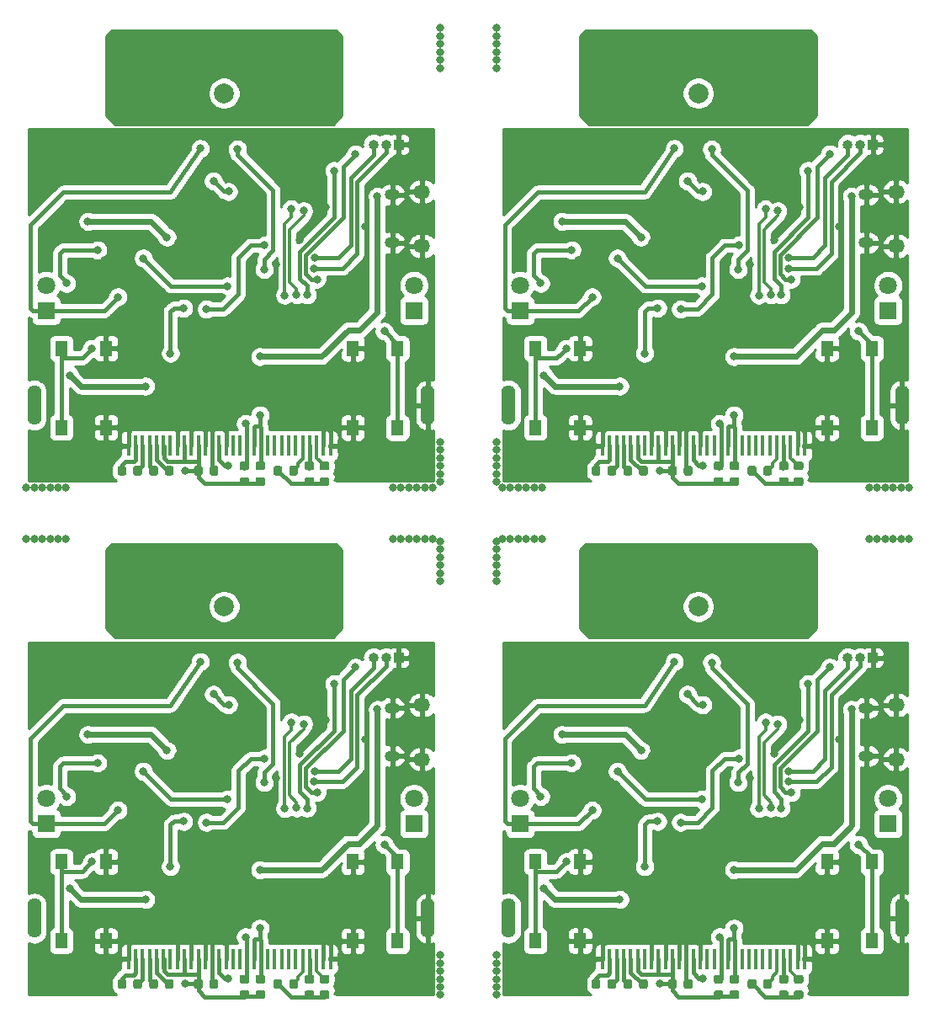
<source format=gbr>
G04 #@! TF.GenerationSoftware,KiCad,Pcbnew,5.1.4*
G04 #@! TF.CreationDate,2019-09-20T10:22:23+02:00*
G04 #@! TF.ProjectId,panel,70616e65-6c2e-46b6-9963-61645f706362,0.1*
G04 #@! TF.SameCoordinates,Original*
G04 #@! TF.FileFunction,Copper,L1,Top*
G04 #@! TF.FilePolarity,Positive*
%FSLAX46Y46*%
G04 Gerber Fmt 4.6, Leading zero omitted, Abs format (unit mm)*
G04 Created by KiCad (PCBNEW 5.1.4) date 2019-09-20 10:22:23*
%MOMM*%
%LPD*%
G04 APERTURE LIST*
%ADD10O,1.400000X4.000000*%
%ADD11O,1.700000X1.350000*%
%ADD12O,1.500000X1.100000*%
%ADD13C,0.100000*%
%ADD14C,0.875000*%
%ADD15R,1.300000X1.550000*%
%ADD16R,1.800000X1.800000*%
%ADD17C,1.800000*%
%ADD18R,1.000000X1.000000*%
%ADD19O,1.000000X1.000000*%
%ADD20R,0.400000X2.000000*%
%ADD21C,2.000000*%
%ADD22C,0.800000*%
%ADD23C,0.400000*%
%ADD24C,0.600000*%
%ADD25C,0.300000*%
%ADD26C,0.250000*%
%ADD27C,0.254000*%
G04 APERTURE END LIST*
D10*
X107200000Y-167400000D03*
X67600000Y-167400000D03*
X154900000Y-167400000D03*
X115300000Y-167400000D03*
D11*
X154315000Y-151405000D03*
X154315000Y-145945000D03*
D12*
X151315000Y-151095000D03*
X151315000Y-146255000D03*
D13*
G36*
X144777691Y-173076053D02*
G01*
X144798926Y-173079203D01*
X144819750Y-173084419D01*
X144839962Y-173091651D01*
X144859368Y-173100830D01*
X144877781Y-173111866D01*
X144895024Y-173124654D01*
X144910930Y-173139070D01*
X144925346Y-173154976D01*
X144938134Y-173172219D01*
X144949170Y-173190632D01*
X144958349Y-173210038D01*
X144965581Y-173230250D01*
X144970797Y-173251074D01*
X144973947Y-173272309D01*
X144975000Y-173293750D01*
X144975000Y-173731250D01*
X144973947Y-173752691D01*
X144970797Y-173773926D01*
X144965581Y-173794750D01*
X144958349Y-173814962D01*
X144949170Y-173834368D01*
X144938134Y-173852781D01*
X144925346Y-173870024D01*
X144910930Y-173885930D01*
X144895024Y-173900346D01*
X144877781Y-173913134D01*
X144859368Y-173924170D01*
X144839962Y-173933349D01*
X144819750Y-173940581D01*
X144798926Y-173945797D01*
X144777691Y-173948947D01*
X144756250Y-173950000D01*
X144243750Y-173950000D01*
X144222309Y-173948947D01*
X144201074Y-173945797D01*
X144180250Y-173940581D01*
X144160038Y-173933349D01*
X144140632Y-173924170D01*
X144122219Y-173913134D01*
X144104976Y-173900346D01*
X144089070Y-173885930D01*
X144074654Y-173870024D01*
X144061866Y-173852781D01*
X144050830Y-173834368D01*
X144041651Y-173814962D01*
X144034419Y-173794750D01*
X144029203Y-173773926D01*
X144026053Y-173752691D01*
X144025000Y-173731250D01*
X144025000Y-173293750D01*
X144026053Y-173272309D01*
X144029203Y-173251074D01*
X144034419Y-173230250D01*
X144041651Y-173210038D01*
X144050830Y-173190632D01*
X144061866Y-173172219D01*
X144074654Y-173154976D01*
X144089070Y-173139070D01*
X144104976Y-173124654D01*
X144122219Y-173111866D01*
X144140632Y-173100830D01*
X144160038Y-173091651D01*
X144180250Y-173084419D01*
X144201074Y-173079203D01*
X144222309Y-173076053D01*
X144243750Y-173075000D01*
X144756250Y-173075000D01*
X144777691Y-173076053D01*
X144777691Y-173076053D01*
G37*
D14*
X144500000Y-173512500D03*
D13*
G36*
X144777691Y-174651053D02*
G01*
X144798926Y-174654203D01*
X144819750Y-174659419D01*
X144839962Y-174666651D01*
X144859368Y-174675830D01*
X144877781Y-174686866D01*
X144895024Y-174699654D01*
X144910930Y-174714070D01*
X144925346Y-174729976D01*
X144938134Y-174747219D01*
X144949170Y-174765632D01*
X144958349Y-174785038D01*
X144965581Y-174805250D01*
X144970797Y-174826074D01*
X144973947Y-174847309D01*
X144975000Y-174868750D01*
X144975000Y-175306250D01*
X144973947Y-175327691D01*
X144970797Y-175348926D01*
X144965581Y-175369750D01*
X144958349Y-175389962D01*
X144949170Y-175409368D01*
X144938134Y-175427781D01*
X144925346Y-175445024D01*
X144910930Y-175460930D01*
X144895024Y-175475346D01*
X144877781Y-175488134D01*
X144859368Y-175499170D01*
X144839962Y-175508349D01*
X144819750Y-175515581D01*
X144798926Y-175520797D01*
X144777691Y-175523947D01*
X144756250Y-175525000D01*
X144243750Y-175525000D01*
X144222309Y-175523947D01*
X144201074Y-175520797D01*
X144180250Y-175515581D01*
X144160038Y-175508349D01*
X144140632Y-175499170D01*
X144122219Y-175488134D01*
X144104976Y-175475346D01*
X144089070Y-175460930D01*
X144074654Y-175445024D01*
X144061866Y-175427781D01*
X144050830Y-175409368D01*
X144041651Y-175389962D01*
X144034419Y-175369750D01*
X144029203Y-175348926D01*
X144026053Y-175327691D01*
X144025000Y-175306250D01*
X144025000Y-174868750D01*
X144026053Y-174847309D01*
X144029203Y-174826074D01*
X144034419Y-174805250D01*
X144041651Y-174785038D01*
X144050830Y-174765632D01*
X144061866Y-174747219D01*
X144074654Y-174729976D01*
X144089070Y-174714070D01*
X144104976Y-174699654D01*
X144122219Y-174686866D01*
X144140632Y-174675830D01*
X144160038Y-174666651D01*
X144180250Y-174659419D01*
X144201074Y-174654203D01*
X144222309Y-174651053D01*
X144243750Y-174650000D01*
X144756250Y-174650000D01*
X144777691Y-174651053D01*
X144777691Y-174651053D01*
G37*
D14*
X144500000Y-175087500D03*
D15*
X122525000Y-169655000D03*
X118025000Y-169655000D03*
X118025000Y-161695000D03*
X122525000Y-161695000D03*
D16*
X116500000Y-157900000D03*
D17*
X116500000Y-155360000D03*
D13*
G36*
X127552691Y-173526053D02*
G01*
X127573926Y-173529203D01*
X127594750Y-173534419D01*
X127614962Y-173541651D01*
X127634368Y-173550830D01*
X127652781Y-173561866D01*
X127670024Y-173574654D01*
X127685930Y-173589070D01*
X127700346Y-173604976D01*
X127713134Y-173622219D01*
X127724170Y-173640632D01*
X127733349Y-173660038D01*
X127740581Y-173680250D01*
X127745797Y-173701074D01*
X127748947Y-173722309D01*
X127750000Y-173743750D01*
X127750000Y-174256250D01*
X127748947Y-174277691D01*
X127745797Y-174298926D01*
X127740581Y-174319750D01*
X127733349Y-174339962D01*
X127724170Y-174359368D01*
X127713134Y-174377781D01*
X127700346Y-174395024D01*
X127685930Y-174410930D01*
X127670024Y-174425346D01*
X127652781Y-174438134D01*
X127634368Y-174449170D01*
X127614962Y-174458349D01*
X127594750Y-174465581D01*
X127573926Y-174470797D01*
X127552691Y-174473947D01*
X127531250Y-174475000D01*
X127093750Y-174475000D01*
X127072309Y-174473947D01*
X127051074Y-174470797D01*
X127030250Y-174465581D01*
X127010038Y-174458349D01*
X126990632Y-174449170D01*
X126972219Y-174438134D01*
X126954976Y-174425346D01*
X126939070Y-174410930D01*
X126924654Y-174395024D01*
X126911866Y-174377781D01*
X126900830Y-174359368D01*
X126891651Y-174339962D01*
X126884419Y-174319750D01*
X126879203Y-174298926D01*
X126876053Y-174277691D01*
X126875000Y-174256250D01*
X126875000Y-173743750D01*
X126876053Y-173722309D01*
X126879203Y-173701074D01*
X126884419Y-173680250D01*
X126891651Y-173660038D01*
X126900830Y-173640632D01*
X126911866Y-173622219D01*
X126924654Y-173604976D01*
X126939070Y-173589070D01*
X126954976Y-173574654D01*
X126972219Y-173561866D01*
X126990632Y-173550830D01*
X127010038Y-173541651D01*
X127030250Y-173534419D01*
X127051074Y-173529203D01*
X127072309Y-173526053D01*
X127093750Y-173525000D01*
X127531250Y-173525000D01*
X127552691Y-173526053D01*
X127552691Y-173526053D01*
G37*
D14*
X127312500Y-174000000D03*
D13*
G36*
X129127691Y-173526053D02*
G01*
X129148926Y-173529203D01*
X129169750Y-173534419D01*
X129189962Y-173541651D01*
X129209368Y-173550830D01*
X129227781Y-173561866D01*
X129245024Y-173574654D01*
X129260930Y-173589070D01*
X129275346Y-173604976D01*
X129288134Y-173622219D01*
X129299170Y-173640632D01*
X129308349Y-173660038D01*
X129315581Y-173680250D01*
X129320797Y-173701074D01*
X129323947Y-173722309D01*
X129325000Y-173743750D01*
X129325000Y-174256250D01*
X129323947Y-174277691D01*
X129320797Y-174298926D01*
X129315581Y-174319750D01*
X129308349Y-174339962D01*
X129299170Y-174359368D01*
X129288134Y-174377781D01*
X129275346Y-174395024D01*
X129260930Y-174410930D01*
X129245024Y-174425346D01*
X129227781Y-174438134D01*
X129209368Y-174449170D01*
X129189962Y-174458349D01*
X129169750Y-174465581D01*
X129148926Y-174470797D01*
X129127691Y-174473947D01*
X129106250Y-174475000D01*
X128668750Y-174475000D01*
X128647309Y-174473947D01*
X128626074Y-174470797D01*
X128605250Y-174465581D01*
X128585038Y-174458349D01*
X128565632Y-174449170D01*
X128547219Y-174438134D01*
X128529976Y-174425346D01*
X128514070Y-174410930D01*
X128499654Y-174395024D01*
X128486866Y-174377781D01*
X128475830Y-174359368D01*
X128466651Y-174339962D01*
X128459419Y-174319750D01*
X128454203Y-174298926D01*
X128451053Y-174277691D01*
X128450000Y-174256250D01*
X128450000Y-173743750D01*
X128451053Y-173722309D01*
X128454203Y-173701074D01*
X128459419Y-173680250D01*
X128466651Y-173660038D01*
X128475830Y-173640632D01*
X128486866Y-173622219D01*
X128499654Y-173604976D01*
X128514070Y-173589070D01*
X128529976Y-173574654D01*
X128547219Y-173561866D01*
X128565632Y-173550830D01*
X128585038Y-173541651D01*
X128605250Y-173534419D01*
X128626074Y-173529203D01*
X128647309Y-173526053D01*
X128668750Y-173525000D01*
X129106250Y-173525000D01*
X129127691Y-173526053D01*
X129127691Y-173526053D01*
G37*
D14*
X128887500Y-174000000D03*
D13*
G36*
X125940191Y-173526053D02*
G01*
X125961426Y-173529203D01*
X125982250Y-173534419D01*
X126002462Y-173541651D01*
X126021868Y-173550830D01*
X126040281Y-173561866D01*
X126057524Y-173574654D01*
X126073430Y-173589070D01*
X126087846Y-173604976D01*
X126100634Y-173622219D01*
X126111670Y-173640632D01*
X126120849Y-173660038D01*
X126128081Y-173680250D01*
X126133297Y-173701074D01*
X126136447Y-173722309D01*
X126137500Y-173743750D01*
X126137500Y-174256250D01*
X126136447Y-174277691D01*
X126133297Y-174298926D01*
X126128081Y-174319750D01*
X126120849Y-174339962D01*
X126111670Y-174359368D01*
X126100634Y-174377781D01*
X126087846Y-174395024D01*
X126073430Y-174410930D01*
X126057524Y-174425346D01*
X126040281Y-174438134D01*
X126021868Y-174449170D01*
X126002462Y-174458349D01*
X125982250Y-174465581D01*
X125961426Y-174470797D01*
X125940191Y-174473947D01*
X125918750Y-174475000D01*
X125481250Y-174475000D01*
X125459809Y-174473947D01*
X125438574Y-174470797D01*
X125417750Y-174465581D01*
X125397538Y-174458349D01*
X125378132Y-174449170D01*
X125359719Y-174438134D01*
X125342476Y-174425346D01*
X125326570Y-174410930D01*
X125312154Y-174395024D01*
X125299366Y-174377781D01*
X125288330Y-174359368D01*
X125279151Y-174339962D01*
X125271919Y-174319750D01*
X125266703Y-174298926D01*
X125263553Y-174277691D01*
X125262500Y-174256250D01*
X125262500Y-173743750D01*
X125263553Y-173722309D01*
X125266703Y-173701074D01*
X125271919Y-173680250D01*
X125279151Y-173660038D01*
X125288330Y-173640632D01*
X125299366Y-173622219D01*
X125312154Y-173604976D01*
X125326570Y-173589070D01*
X125342476Y-173574654D01*
X125359719Y-173561866D01*
X125378132Y-173550830D01*
X125397538Y-173541651D01*
X125417750Y-173534419D01*
X125438574Y-173529203D01*
X125459809Y-173526053D01*
X125481250Y-173525000D01*
X125918750Y-173525000D01*
X125940191Y-173526053D01*
X125940191Y-173526053D01*
G37*
D14*
X125700000Y-174000000D03*
D13*
G36*
X124365191Y-173526053D02*
G01*
X124386426Y-173529203D01*
X124407250Y-173534419D01*
X124427462Y-173541651D01*
X124446868Y-173550830D01*
X124465281Y-173561866D01*
X124482524Y-173574654D01*
X124498430Y-173589070D01*
X124512846Y-173604976D01*
X124525634Y-173622219D01*
X124536670Y-173640632D01*
X124545849Y-173660038D01*
X124553081Y-173680250D01*
X124558297Y-173701074D01*
X124561447Y-173722309D01*
X124562500Y-173743750D01*
X124562500Y-174256250D01*
X124561447Y-174277691D01*
X124558297Y-174298926D01*
X124553081Y-174319750D01*
X124545849Y-174339962D01*
X124536670Y-174359368D01*
X124525634Y-174377781D01*
X124512846Y-174395024D01*
X124498430Y-174410930D01*
X124482524Y-174425346D01*
X124465281Y-174438134D01*
X124446868Y-174449170D01*
X124427462Y-174458349D01*
X124407250Y-174465581D01*
X124386426Y-174470797D01*
X124365191Y-174473947D01*
X124343750Y-174475000D01*
X123906250Y-174475000D01*
X123884809Y-174473947D01*
X123863574Y-174470797D01*
X123842750Y-174465581D01*
X123822538Y-174458349D01*
X123803132Y-174449170D01*
X123784719Y-174438134D01*
X123767476Y-174425346D01*
X123751570Y-174410930D01*
X123737154Y-174395024D01*
X123724366Y-174377781D01*
X123713330Y-174359368D01*
X123704151Y-174339962D01*
X123696919Y-174319750D01*
X123691703Y-174298926D01*
X123688553Y-174277691D01*
X123687500Y-174256250D01*
X123687500Y-173743750D01*
X123688553Y-173722309D01*
X123691703Y-173701074D01*
X123696919Y-173680250D01*
X123704151Y-173660038D01*
X123713330Y-173640632D01*
X123724366Y-173622219D01*
X123737154Y-173604976D01*
X123751570Y-173589070D01*
X123767476Y-173574654D01*
X123784719Y-173561866D01*
X123803132Y-173550830D01*
X123822538Y-173541651D01*
X123842750Y-173534419D01*
X123863574Y-173529203D01*
X123884809Y-173526053D01*
X123906250Y-173525000D01*
X124343750Y-173525000D01*
X124365191Y-173526053D01*
X124365191Y-173526053D01*
G37*
D14*
X124125000Y-174000000D03*
D12*
X103615000Y-146255000D03*
X103615000Y-151095000D03*
D11*
X106615000Y-145945000D03*
X106615000Y-151405000D03*
D13*
G36*
X97077691Y-174651053D02*
G01*
X97098926Y-174654203D01*
X97119750Y-174659419D01*
X97139962Y-174666651D01*
X97159368Y-174675830D01*
X97177781Y-174686866D01*
X97195024Y-174699654D01*
X97210930Y-174714070D01*
X97225346Y-174729976D01*
X97238134Y-174747219D01*
X97249170Y-174765632D01*
X97258349Y-174785038D01*
X97265581Y-174805250D01*
X97270797Y-174826074D01*
X97273947Y-174847309D01*
X97275000Y-174868750D01*
X97275000Y-175306250D01*
X97273947Y-175327691D01*
X97270797Y-175348926D01*
X97265581Y-175369750D01*
X97258349Y-175389962D01*
X97249170Y-175409368D01*
X97238134Y-175427781D01*
X97225346Y-175445024D01*
X97210930Y-175460930D01*
X97195024Y-175475346D01*
X97177781Y-175488134D01*
X97159368Y-175499170D01*
X97139962Y-175508349D01*
X97119750Y-175515581D01*
X97098926Y-175520797D01*
X97077691Y-175523947D01*
X97056250Y-175525000D01*
X96543750Y-175525000D01*
X96522309Y-175523947D01*
X96501074Y-175520797D01*
X96480250Y-175515581D01*
X96460038Y-175508349D01*
X96440632Y-175499170D01*
X96422219Y-175488134D01*
X96404976Y-175475346D01*
X96389070Y-175460930D01*
X96374654Y-175445024D01*
X96361866Y-175427781D01*
X96350830Y-175409368D01*
X96341651Y-175389962D01*
X96334419Y-175369750D01*
X96329203Y-175348926D01*
X96326053Y-175327691D01*
X96325000Y-175306250D01*
X96325000Y-174868750D01*
X96326053Y-174847309D01*
X96329203Y-174826074D01*
X96334419Y-174805250D01*
X96341651Y-174785038D01*
X96350830Y-174765632D01*
X96361866Y-174747219D01*
X96374654Y-174729976D01*
X96389070Y-174714070D01*
X96404976Y-174699654D01*
X96422219Y-174686866D01*
X96440632Y-174675830D01*
X96460038Y-174666651D01*
X96480250Y-174659419D01*
X96501074Y-174654203D01*
X96522309Y-174651053D01*
X96543750Y-174650000D01*
X97056250Y-174650000D01*
X97077691Y-174651053D01*
X97077691Y-174651053D01*
G37*
D14*
X96800000Y-175087500D03*
D13*
G36*
X97077691Y-173076053D02*
G01*
X97098926Y-173079203D01*
X97119750Y-173084419D01*
X97139962Y-173091651D01*
X97159368Y-173100830D01*
X97177781Y-173111866D01*
X97195024Y-173124654D01*
X97210930Y-173139070D01*
X97225346Y-173154976D01*
X97238134Y-173172219D01*
X97249170Y-173190632D01*
X97258349Y-173210038D01*
X97265581Y-173230250D01*
X97270797Y-173251074D01*
X97273947Y-173272309D01*
X97275000Y-173293750D01*
X97275000Y-173731250D01*
X97273947Y-173752691D01*
X97270797Y-173773926D01*
X97265581Y-173794750D01*
X97258349Y-173814962D01*
X97249170Y-173834368D01*
X97238134Y-173852781D01*
X97225346Y-173870024D01*
X97210930Y-173885930D01*
X97195024Y-173900346D01*
X97177781Y-173913134D01*
X97159368Y-173924170D01*
X97139962Y-173933349D01*
X97119750Y-173940581D01*
X97098926Y-173945797D01*
X97077691Y-173948947D01*
X97056250Y-173950000D01*
X96543750Y-173950000D01*
X96522309Y-173948947D01*
X96501074Y-173945797D01*
X96480250Y-173940581D01*
X96460038Y-173933349D01*
X96440632Y-173924170D01*
X96422219Y-173913134D01*
X96404976Y-173900346D01*
X96389070Y-173885930D01*
X96374654Y-173870024D01*
X96361866Y-173852781D01*
X96350830Y-173834368D01*
X96341651Y-173814962D01*
X96334419Y-173794750D01*
X96329203Y-173773926D01*
X96326053Y-173752691D01*
X96325000Y-173731250D01*
X96325000Y-173293750D01*
X96326053Y-173272309D01*
X96329203Y-173251074D01*
X96334419Y-173230250D01*
X96341651Y-173210038D01*
X96350830Y-173190632D01*
X96361866Y-173172219D01*
X96374654Y-173154976D01*
X96389070Y-173139070D01*
X96404976Y-173124654D01*
X96422219Y-173111866D01*
X96440632Y-173100830D01*
X96460038Y-173091651D01*
X96480250Y-173084419D01*
X96501074Y-173079203D01*
X96522309Y-173076053D01*
X96543750Y-173075000D01*
X97056250Y-173075000D01*
X97077691Y-173076053D01*
X97077691Y-173076053D01*
G37*
D14*
X96800000Y-173512500D03*
D15*
X74825000Y-161695000D03*
X70325000Y-161695000D03*
X70325000Y-169655000D03*
X74825000Y-169655000D03*
D17*
X68800000Y-155360000D03*
D16*
X68800000Y-157900000D03*
D13*
G36*
X81427691Y-173526053D02*
G01*
X81448926Y-173529203D01*
X81469750Y-173534419D01*
X81489962Y-173541651D01*
X81509368Y-173550830D01*
X81527781Y-173561866D01*
X81545024Y-173574654D01*
X81560930Y-173589070D01*
X81575346Y-173604976D01*
X81588134Y-173622219D01*
X81599170Y-173640632D01*
X81608349Y-173660038D01*
X81615581Y-173680250D01*
X81620797Y-173701074D01*
X81623947Y-173722309D01*
X81625000Y-173743750D01*
X81625000Y-174256250D01*
X81623947Y-174277691D01*
X81620797Y-174298926D01*
X81615581Y-174319750D01*
X81608349Y-174339962D01*
X81599170Y-174359368D01*
X81588134Y-174377781D01*
X81575346Y-174395024D01*
X81560930Y-174410930D01*
X81545024Y-174425346D01*
X81527781Y-174438134D01*
X81509368Y-174449170D01*
X81489962Y-174458349D01*
X81469750Y-174465581D01*
X81448926Y-174470797D01*
X81427691Y-174473947D01*
X81406250Y-174475000D01*
X80968750Y-174475000D01*
X80947309Y-174473947D01*
X80926074Y-174470797D01*
X80905250Y-174465581D01*
X80885038Y-174458349D01*
X80865632Y-174449170D01*
X80847219Y-174438134D01*
X80829976Y-174425346D01*
X80814070Y-174410930D01*
X80799654Y-174395024D01*
X80786866Y-174377781D01*
X80775830Y-174359368D01*
X80766651Y-174339962D01*
X80759419Y-174319750D01*
X80754203Y-174298926D01*
X80751053Y-174277691D01*
X80750000Y-174256250D01*
X80750000Y-173743750D01*
X80751053Y-173722309D01*
X80754203Y-173701074D01*
X80759419Y-173680250D01*
X80766651Y-173660038D01*
X80775830Y-173640632D01*
X80786866Y-173622219D01*
X80799654Y-173604976D01*
X80814070Y-173589070D01*
X80829976Y-173574654D01*
X80847219Y-173561866D01*
X80865632Y-173550830D01*
X80885038Y-173541651D01*
X80905250Y-173534419D01*
X80926074Y-173529203D01*
X80947309Y-173526053D01*
X80968750Y-173525000D01*
X81406250Y-173525000D01*
X81427691Y-173526053D01*
X81427691Y-173526053D01*
G37*
D14*
X81187500Y-174000000D03*
D13*
G36*
X79852691Y-173526053D02*
G01*
X79873926Y-173529203D01*
X79894750Y-173534419D01*
X79914962Y-173541651D01*
X79934368Y-173550830D01*
X79952781Y-173561866D01*
X79970024Y-173574654D01*
X79985930Y-173589070D01*
X80000346Y-173604976D01*
X80013134Y-173622219D01*
X80024170Y-173640632D01*
X80033349Y-173660038D01*
X80040581Y-173680250D01*
X80045797Y-173701074D01*
X80048947Y-173722309D01*
X80050000Y-173743750D01*
X80050000Y-174256250D01*
X80048947Y-174277691D01*
X80045797Y-174298926D01*
X80040581Y-174319750D01*
X80033349Y-174339962D01*
X80024170Y-174359368D01*
X80013134Y-174377781D01*
X80000346Y-174395024D01*
X79985930Y-174410930D01*
X79970024Y-174425346D01*
X79952781Y-174438134D01*
X79934368Y-174449170D01*
X79914962Y-174458349D01*
X79894750Y-174465581D01*
X79873926Y-174470797D01*
X79852691Y-174473947D01*
X79831250Y-174475000D01*
X79393750Y-174475000D01*
X79372309Y-174473947D01*
X79351074Y-174470797D01*
X79330250Y-174465581D01*
X79310038Y-174458349D01*
X79290632Y-174449170D01*
X79272219Y-174438134D01*
X79254976Y-174425346D01*
X79239070Y-174410930D01*
X79224654Y-174395024D01*
X79211866Y-174377781D01*
X79200830Y-174359368D01*
X79191651Y-174339962D01*
X79184419Y-174319750D01*
X79179203Y-174298926D01*
X79176053Y-174277691D01*
X79175000Y-174256250D01*
X79175000Y-173743750D01*
X79176053Y-173722309D01*
X79179203Y-173701074D01*
X79184419Y-173680250D01*
X79191651Y-173660038D01*
X79200830Y-173640632D01*
X79211866Y-173622219D01*
X79224654Y-173604976D01*
X79239070Y-173589070D01*
X79254976Y-173574654D01*
X79272219Y-173561866D01*
X79290632Y-173550830D01*
X79310038Y-173541651D01*
X79330250Y-173534419D01*
X79351074Y-173529203D01*
X79372309Y-173526053D01*
X79393750Y-173525000D01*
X79831250Y-173525000D01*
X79852691Y-173526053D01*
X79852691Y-173526053D01*
G37*
D14*
X79612500Y-174000000D03*
D13*
G36*
X76665191Y-173526053D02*
G01*
X76686426Y-173529203D01*
X76707250Y-173534419D01*
X76727462Y-173541651D01*
X76746868Y-173550830D01*
X76765281Y-173561866D01*
X76782524Y-173574654D01*
X76798430Y-173589070D01*
X76812846Y-173604976D01*
X76825634Y-173622219D01*
X76836670Y-173640632D01*
X76845849Y-173660038D01*
X76853081Y-173680250D01*
X76858297Y-173701074D01*
X76861447Y-173722309D01*
X76862500Y-173743750D01*
X76862500Y-174256250D01*
X76861447Y-174277691D01*
X76858297Y-174298926D01*
X76853081Y-174319750D01*
X76845849Y-174339962D01*
X76836670Y-174359368D01*
X76825634Y-174377781D01*
X76812846Y-174395024D01*
X76798430Y-174410930D01*
X76782524Y-174425346D01*
X76765281Y-174438134D01*
X76746868Y-174449170D01*
X76727462Y-174458349D01*
X76707250Y-174465581D01*
X76686426Y-174470797D01*
X76665191Y-174473947D01*
X76643750Y-174475000D01*
X76206250Y-174475000D01*
X76184809Y-174473947D01*
X76163574Y-174470797D01*
X76142750Y-174465581D01*
X76122538Y-174458349D01*
X76103132Y-174449170D01*
X76084719Y-174438134D01*
X76067476Y-174425346D01*
X76051570Y-174410930D01*
X76037154Y-174395024D01*
X76024366Y-174377781D01*
X76013330Y-174359368D01*
X76004151Y-174339962D01*
X75996919Y-174319750D01*
X75991703Y-174298926D01*
X75988553Y-174277691D01*
X75987500Y-174256250D01*
X75987500Y-173743750D01*
X75988553Y-173722309D01*
X75991703Y-173701074D01*
X75996919Y-173680250D01*
X76004151Y-173660038D01*
X76013330Y-173640632D01*
X76024366Y-173622219D01*
X76037154Y-173604976D01*
X76051570Y-173589070D01*
X76067476Y-173574654D01*
X76084719Y-173561866D01*
X76103132Y-173550830D01*
X76122538Y-173541651D01*
X76142750Y-173534419D01*
X76163574Y-173529203D01*
X76184809Y-173526053D01*
X76206250Y-173525000D01*
X76643750Y-173525000D01*
X76665191Y-173526053D01*
X76665191Y-173526053D01*
G37*
D14*
X76425000Y-174000000D03*
D13*
G36*
X78240191Y-173526053D02*
G01*
X78261426Y-173529203D01*
X78282250Y-173534419D01*
X78302462Y-173541651D01*
X78321868Y-173550830D01*
X78340281Y-173561866D01*
X78357524Y-173574654D01*
X78373430Y-173589070D01*
X78387846Y-173604976D01*
X78400634Y-173622219D01*
X78411670Y-173640632D01*
X78420849Y-173660038D01*
X78428081Y-173680250D01*
X78433297Y-173701074D01*
X78436447Y-173722309D01*
X78437500Y-173743750D01*
X78437500Y-174256250D01*
X78436447Y-174277691D01*
X78433297Y-174298926D01*
X78428081Y-174319750D01*
X78420849Y-174339962D01*
X78411670Y-174359368D01*
X78400634Y-174377781D01*
X78387846Y-174395024D01*
X78373430Y-174410930D01*
X78357524Y-174425346D01*
X78340281Y-174438134D01*
X78321868Y-174449170D01*
X78302462Y-174458349D01*
X78282250Y-174465581D01*
X78261426Y-174470797D01*
X78240191Y-174473947D01*
X78218750Y-174475000D01*
X77781250Y-174475000D01*
X77759809Y-174473947D01*
X77738574Y-174470797D01*
X77717750Y-174465581D01*
X77697538Y-174458349D01*
X77678132Y-174449170D01*
X77659719Y-174438134D01*
X77642476Y-174425346D01*
X77626570Y-174410930D01*
X77612154Y-174395024D01*
X77599366Y-174377781D01*
X77588330Y-174359368D01*
X77579151Y-174339962D01*
X77571919Y-174319750D01*
X77566703Y-174298926D01*
X77563553Y-174277691D01*
X77562500Y-174256250D01*
X77562500Y-173743750D01*
X77563553Y-173722309D01*
X77566703Y-173701074D01*
X77571919Y-173680250D01*
X77579151Y-173660038D01*
X77588330Y-173640632D01*
X77599366Y-173622219D01*
X77612154Y-173604976D01*
X77626570Y-173589070D01*
X77642476Y-173574654D01*
X77659719Y-173561866D01*
X77678132Y-173550830D01*
X77697538Y-173541651D01*
X77717750Y-173534419D01*
X77738574Y-173529203D01*
X77759809Y-173526053D01*
X77781250Y-173525000D01*
X78218750Y-173525000D01*
X78240191Y-173526053D01*
X78240191Y-173526053D01*
G37*
D14*
X78000000Y-174000000D03*
D13*
G36*
X89027691Y-174651053D02*
G01*
X89048926Y-174654203D01*
X89069750Y-174659419D01*
X89089962Y-174666651D01*
X89109368Y-174675830D01*
X89127781Y-174686866D01*
X89145024Y-174699654D01*
X89160930Y-174714070D01*
X89175346Y-174729976D01*
X89188134Y-174747219D01*
X89199170Y-174765632D01*
X89208349Y-174785038D01*
X89215581Y-174805250D01*
X89220797Y-174826074D01*
X89223947Y-174847309D01*
X89225000Y-174868750D01*
X89225000Y-175306250D01*
X89223947Y-175327691D01*
X89220797Y-175348926D01*
X89215581Y-175369750D01*
X89208349Y-175389962D01*
X89199170Y-175409368D01*
X89188134Y-175427781D01*
X89175346Y-175445024D01*
X89160930Y-175460930D01*
X89145024Y-175475346D01*
X89127781Y-175488134D01*
X89109368Y-175499170D01*
X89089962Y-175508349D01*
X89069750Y-175515581D01*
X89048926Y-175520797D01*
X89027691Y-175523947D01*
X89006250Y-175525000D01*
X88493750Y-175525000D01*
X88472309Y-175523947D01*
X88451074Y-175520797D01*
X88430250Y-175515581D01*
X88410038Y-175508349D01*
X88390632Y-175499170D01*
X88372219Y-175488134D01*
X88354976Y-175475346D01*
X88339070Y-175460930D01*
X88324654Y-175445024D01*
X88311866Y-175427781D01*
X88300830Y-175409368D01*
X88291651Y-175389962D01*
X88284419Y-175369750D01*
X88279203Y-175348926D01*
X88276053Y-175327691D01*
X88275000Y-175306250D01*
X88275000Y-174868750D01*
X88276053Y-174847309D01*
X88279203Y-174826074D01*
X88284419Y-174805250D01*
X88291651Y-174785038D01*
X88300830Y-174765632D01*
X88311866Y-174747219D01*
X88324654Y-174729976D01*
X88339070Y-174714070D01*
X88354976Y-174699654D01*
X88372219Y-174686866D01*
X88390632Y-174675830D01*
X88410038Y-174666651D01*
X88430250Y-174659419D01*
X88451074Y-174654203D01*
X88472309Y-174651053D01*
X88493750Y-174650000D01*
X89006250Y-174650000D01*
X89027691Y-174651053D01*
X89027691Y-174651053D01*
G37*
D14*
X88750000Y-175087500D03*
D13*
G36*
X89027691Y-173076053D02*
G01*
X89048926Y-173079203D01*
X89069750Y-173084419D01*
X89089962Y-173091651D01*
X89109368Y-173100830D01*
X89127781Y-173111866D01*
X89145024Y-173124654D01*
X89160930Y-173139070D01*
X89175346Y-173154976D01*
X89188134Y-173172219D01*
X89199170Y-173190632D01*
X89208349Y-173210038D01*
X89215581Y-173230250D01*
X89220797Y-173251074D01*
X89223947Y-173272309D01*
X89225000Y-173293750D01*
X89225000Y-173731250D01*
X89223947Y-173752691D01*
X89220797Y-173773926D01*
X89215581Y-173794750D01*
X89208349Y-173814962D01*
X89199170Y-173834368D01*
X89188134Y-173852781D01*
X89175346Y-173870024D01*
X89160930Y-173885930D01*
X89145024Y-173900346D01*
X89127781Y-173913134D01*
X89109368Y-173924170D01*
X89089962Y-173933349D01*
X89069750Y-173940581D01*
X89048926Y-173945797D01*
X89027691Y-173948947D01*
X89006250Y-173950000D01*
X88493750Y-173950000D01*
X88472309Y-173948947D01*
X88451074Y-173945797D01*
X88430250Y-173940581D01*
X88410038Y-173933349D01*
X88390632Y-173924170D01*
X88372219Y-173913134D01*
X88354976Y-173900346D01*
X88339070Y-173885930D01*
X88324654Y-173870024D01*
X88311866Y-173852781D01*
X88300830Y-173834368D01*
X88291651Y-173814962D01*
X88284419Y-173794750D01*
X88279203Y-173773926D01*
X88276053Y-173752691D01*
X88275000Y-173731250D01*
X88275000Y-173293750D01*
X88276053Y-173272309D01*
X88279203Y-173251074D01*
X88284419Y-173230250D01*
X88291651Y-173210038D01*
X88300830Y-173190632D01*
X88311866Y-173172219D01*
X88324654Y-173154976D01*
X88339070Y-173139070D01*
X88354976Y-173124654D01*
X88372219Y-173111866D01*
X88390632Y-173100830D01*
X88410038Y-173091651D01*
X88430250Y-173084419D01*
X88451074Y-173079203D01*
X88472309Y-173076053D01*
X88493750Y-173075000D01*
X89006250Y-173075000D01*
X89027691Y-173076053D01*
X89027691Y-173076053D01*
G37*
D14*
X88750000Y-173512500D03*
D18*
X104275000Y-141200000D03*
D19*
X103005000Y-141200000D03*
X101735000Y-141200000D03*
D13*
G36*
X90627691Y-173076053D02*
G01*
X90648926Y-173079203D01*
X90669750Y-173084419D01*
X90689962Y-173091651D01*
X90709368Y-173100830D01*
X90727781Y-173111866D01*
X90745024Y-173124654D01*
X90760930Y-173139070D01*
X90775346Y-173154976D01*
X90788134Y-173172219D01*
X90799170Y-173190632D01*
X90808349Y-173210038D01*
X90815581Y-173230250D01*
X90820797Y-173251074D01*
X90823947Y-173272309D01*
X90825000Y-173293750D01*
X90825000Y-173731250D01*
X90823947Y-173752691D01*
X90820797Y-173773926D01*
X90815581Y-173794750D01*
X90808349Y-173814962D01*
X90799170Y-173834368D01*
X90788134Y-173852781D01*
X90775346Y-173870024D01*
X90760930Y-173885930D01*
X90745024Y-173900346D01*
X90727781Y-173913134D01*
X90709368Y-173924170D01*
X90689962Y-173933349D01*
X90669750Y-173940581D01*
X90648926Y-173945797D01*
X90627691Y-173948947D01*
X90606250Y-173950000D01*
X90093750Y-173950000D01*
X90072309Y-173948947D01*
X90051074Y-173945797D01*
X90030250Y-173940581D01*
X90010038Y-173933349D01*
X89990632Y-173924170D01*
X89972219Y-173913134D01*
X89954976Y-173900346D01*
X89939070Y-173885930D01*
X89924654Y-173870024D01*
X89911866Y-173852781D01*
X89900830Y-173834368D01*
X89891651Y-173814962D01*
X89884419Y-173794750D01*
X89879203Y-173773926D01*
X89876053Y-173752691D01*
X89875000Y-173731250D01*
X89875000Y-173293750D01*
X89876053Y-173272309D01*
X89879203Y-173251074D01*
X89884419Y-173230250D01*
X89891651Y-173210038D01*
X89900830Y-173190632D01*
X89911866Y-173172219D01*
X89924654Y-173154976D01*
X89939070Y-173139070D01*
X89954976Y-173124654D01*
X89972219Y-173111866D01*
X89990632Y-173100830D01*
X90010038Y-173091651D01*
X90030250Y-173084419D01*
X90051074Y-173079203D01*
X90072309Y-173076053D01*
X90093750Y-173075000D01*
X90606250Y-173075000D01*
X90627691Y-173076053D01*
X90627691Y-173076053D01*
G37*
D14*
X90350000Y-173512500D03*
D13*
G36*
X90627691Y-174651053D02*
G01*
X90648926Y-174654203D01*
X90669750Y-174659419D01*
X90689962Y-174666651D01*
X90709368Y-174675830D01*
X90727781Y-174686866D01*
X90745024Y-174699654D01*
X90760930Y-174714070D01*
X90775346Y-174729976D01*
X90788134Y-174747219D01*
X90799170Y-174765632D01*
X90808349Y-174785038D01*
X90815581Y-174805250D01*
X90820797Y-174826074D01*
X90823947Y-174847309D01*
X90825000Y-174868750D01*
X90825000Y-175306250D01*
X90823947Y-175327691D01*
X90820797Y-175348926D01*
X90815581Y-175369750D01*
X90808349Y-175389962D01*
X90799170Y-175409368D01*
X90788134Y-175427781D01*
X90775346Y-175445024D01*
X90760930Y-175460930D01*
X90745024Y-175475346D01*
X90727781Y-175488134D01*
X90709368Y-175499170D01*
X90689962Y-175508349D01*
X90669750Y-175515581D01*
X90648926Y-175520797D01*
X90627691Y-175523947D01*
X90606250Y-175525000D01*
X90093750Y-175525000D01*
X90072309Y-175523947D01*
X90051074Y-175520797D01*
X90030250Y-175515581D01*
X90010038Y-175508349D01*
X89990632Y-175499170D01*
X89972219Y-175488134D01*
X89954976Y-175475346D01*
X89939070Y-175460930D01*
X89924654Y-175445024D01*
X89911866Y-175427781D01*
X89900830Y-175409368D01*
X89891651Y-175389962D01*
X89884419Y-175369750D01*
X89879203Y-175348926D01*
X89876053Y-175327691D01*
X89875000Y-175306250D01*
X89875000Y-174868750D01*
X89876053Y-174847309D01*
X89879203Y-174826074D01*
X89884419Y-174805250D01*
X89891651Y-174785038D01*
X89900830Y-174765632D01*
X89911866Y-174747219D01*
X89924654Y-174729976D01*
X89939070Y-174714070D01*
X89954976Y-174699654D01*
X89972219Y-174686866D01*
X89990632Y-174675830D01*
X90010038Y-174666651D01*
X90030250Y-174659419D01*
X90051074Y-174654203D01*
X90072309Y-174651053D01*
X90093750Y-174650000D01*
X90606250Y-174650000D01*
X90627691Y-174651053D01*
X90627691Y-174651053D01*
G37*
D14*
X90350000Y-175087500D03*
D13*
G36*
X136727691Y-173076053D02*
G01*
X136748926Y-173079203D01*
X136769750Y-173084419D01*
X136789962Y-173091651D01*
X136809368Y-173100830D01*
X136827781Y-173111866D01*
X136845024Y-173124654D01*
X136860930Y-173139070D01*
X136875346Y-173154976D01*
X136888134Y-173172219D01*
X136899170Y-173190632D01*
X136908349Y-173210038D01*
X136915581Y-173230250D01*
X136920797Y-173251074D01*
X136923947Y-173272309D01*
X136925000Y-173293750D01*
X136925000Y-173731250D01*
X136923947Y-173752691D01*
X136920797Y-173773926D01*
X136915581Y-173794750D01*
X136908349Y-173814962D01*
X136899170Y-173834368D01*
X136888134Y-173852781D01*
X136875346Y-173870024D01*
X136860930Y-173885930D01*
X136845024Y-173900346D01*
X136827781Y-173913134D01*
X136809368Y-173924170D01*
X136789962Y-173933349D01*
X136769750Y-173940581D01*
X136748926Y-173945797D01*
X136727691Y-173948947D01*
X136706250Y-173950000D01*
X136193750Y-173950000D01*
X136172309Y-173948947D01*
X136151074Y-173945797D01*
X136130250Y-173940581D01*
X136110038Y-173933349D01*
X136090632Y-173924170D01*
X136072219Y-173913134D01*
X136054976Y-173900346D01*
X136039070Y-173885930D01*
X136024654Y-173870024D01*
X136011866Y-173852781D01*
X136000830Y-173834368D01*
X135991651Y-173814962D01*
X135984419Y-173794750D01*
X135979203Y-173773926D01*
X135976053Y-173752691D01*
X135975000Y-173731250D01*
X135975000Y-173293750D01*
X135976053Y-173272309D01*
X135979203Y-173251074D01*
X135984419Y-173230250D01*
X135991651Y-173210038D01*
X136000830Y-173190632D01*
X136011866Y-173172219D01*
X136024654Y-173154976D01*
X136039070Y-173139070D01*
X136054976Y-173124654D01*
X136072219Y-173111866D01*
X136090632Y-173100830D01*
X136110038Y-173091651D01*
X136130250Y-173084419D01*
X136151074Y-173079203D01*
X136172309Y-173076053D01*
X136193750Y-173075000D01*
X136706250Y-173075000D01*
X136727691Y-173076053D01*
X136727691Y-173076053D01*
G37*
D14*
X136450000Y-173512500D03*
D13*
G36*
X136727691Y-174651053D02*
G01*
X136748926Y-174654203D01*
X136769750Y-174659419D01*
X136789962Y-174666651D01*
X136809368Y-174675830D01*
X136827781Y-174686866D01*
X136845024Y-174699654D01*
X136860930Y-174714070D01*
X136875346Y-174729976D01*
X136888134Y-174747219D01*
X136899170Y-174765632D01*
X136908349Y-174785038D01*
X136915581Y-174805250D01*
X136920797Y-174826074D01*
X136923947Y-174847309D01*
X136925000Y-174868750D01*
X136925000Y-175306250D01*
X136923947Y-175327691D01*
X136920797Y-175348926D01*
X136915581Y-175369750D01*
X136908349Y-175389962D01*
X136899170Y-175409368D01*
X136888134Y-175427781D01*
X136875346Y-175445024D01*
X136860930Y-175460930D01*
X136845024Y-175475346D01*
X136827781Y-175488134D01*
X136809368Y-175499170D01*
X136789962Y-175508349D01*
X136769750Y-175515581D01*
X136748926Y-175520797D01*
X136727691Y-175523947D01*
X136706250Y-175525000D01*
X136193750Y-175525000D01*
X136172309Y-175523947D01*
X136151074Y-175520797D01*
X136130250Y-175515581D01*
X136110038Y-175508349D01*
X136090632Y-175499170D01*
X136072219Y-175488134D01*
X136054976Y-175475346D01*
X136039070Y-175460930D01*
X136024654Y-175445024D01*
X136011866Y-175427781D01*
X136000830Y-175409368D01*
X135991651Y-175389962D01*
X135984419Y-175369750D01*
X135979203Y-175348926D01*
X135976053Y-175327691D01*
X135975000Y-175306250D01*
X135975000Y-174868750D01*
X135976053Y-174847309D01*
X135979203Y-174826074D01*
X135984419Y-174805250D01*
X135991651Y-174785038D01*
X136000830Y-174765632D01*
X136011866Y-174747219D01*
X136024654Y-174729976D01*
X136039070Y-174714070D01*
X136054976Y-174699654D01*
X136072219Y-174686866D01*
X136090632Y-174675830D01*
X136110038Y-174666651D01*
X136130250Y-174659419D01*
X136151074Y-174654203D01*
X136172309Y-174651053D01*
X136193750Y-174650000D01*
X136706250Y-174650000D01*
X136727691Y-174651053D01*
X136727691Y-174651053D01*
G37*
D14*
X136450000Y-175087500D03*
D19*
X149435000Y-141200000D03*
X150705000Y-141200000D03*
D18*
X151975000Y-141200000D03*
D13*
G36*
X138327691Y-174651053D02*
G01*
X138348926Y-174654203D01*
X138369750Y-174659419D01*
X138389962Y-174666651D01*
X138409368Y-174675830D01*
X138427781Y-174686866D01*
X138445024Y-174699654D01*
X138460930Y-174714070D01*
X138475346Y-174729976D01*
X138488134Y-174747219D01*
X138499170Y-174765632D01*
X138508349Y-174785038D01*
X138515581Y-174805250D01*
X138520797Y-174826074D01*
X138523947Y-174847309D01*
X138525000Y-174868750D01*
X138525000Y-175306250D01*
X138523947Y-175327691D01*
X138520797Y-175348926D01*
X138515581Y-175369750D01*
X138508349Y-175389962D01*
X138499170Y-175409368D01*
X138488134Y-175427781D01*
X138475346Y-175445024D01*
X138460930Y-175460930D01*
X138445024Y-175475346D01*
X138427781Y-175488134D01*
X138409368Y-175499170D01*
X138389962Y-175508349D01*
X138369750Y-175515581D01*
X138348926Y-175520797D01*
X138327691Y-175523947D01*
X138306250Y-175525000D01*
X137793750Y-175525000D01*
X137772309Y-175523947D01*
X137751074Y-175520797D01*
X137730250Y-175515581D01*
X137710038Y-175508349D01*
X137690632Y-175499170D01*
X137672219Y-175488134D01*
X137654976Y-175475346D01*
X137639070Y-175460930D01*
X137624654Y-175445024D01*
X137611866Y-175427781D01*
X137600830Y-175409368D01*
X137591651Y-175389962D01*
X137584419Y-175369750D01*
X137579203Y-175348926D01*
X137576053Y-175327691D01*
X137575000Y-175306250D01*
X137575000Y-174868750D01*
X137576053Y-174847309D01*
X137579203Y-174826074D01*
X137584419Y-174805250D01*
X137591651Y-174785038D01*
X137600830Y-174765632D01*
X137611866Y-174747219D01*
X137624654Y-174729976D01*
X137639070Y-174714070D01*
X137654976Y-174699654D01*
X137672219Y-174686866D01*
X137690632Y-174675830D01*
X137710038Y-174666651D01*
X137730250Y-174659419D01*
X137751074Y-174654203D01*
X137772309Y-174651053D01*
X137793750Y-174650000D01*
X138306250Y-174650000D01*
X138327691Y-174651053D01*
X138327691Y-174651053D01*
G37*
D14*
X138050000Y-175087500D03*
D13*
G36*
X138327691Y-173076053D02*
G01*
X138348926Y-173079203D01*
X138369750Y-173084419D01*
X138389962Y-173091651D01*
X138409368Y-173100830D01*
X138427781Y-173111866D01*
X138445024Y-173124654D01*
X138460930Y-173139070D01*
X138475346Y-173154976D01*
X138488134Y-173172219D01*
X138499170Y-173190632D01*
X138508349Y-173210038D01*
X138515581Y-173230250D01*
X138520797Y-173251074D01*
X138523947Y-173272309D01*
X138525000Y-173293750D01*
X138525000Y-173731250D01*
X138523947Y-173752691D01*
X138520797Y-173773926D01*
X138515581Y-173794750D01*
X138508349Y-173814962D01*
X138499170Y-173834368D01*
X138488134Y-173852781D01*
X138475346Y-173870024D01*
X138460930Y-173885930D01*
X138445024Y-173900346D01*
X138427781Y-173913134D01*
X138409368Y-173924170D01*
X138389962Y-173933349D01*
X138369750Y-173940581D01*
X138348926Y-173945797D01*
X138327691Y-173948947D01*
X138306250Y-173950000D01*
X137793750Y-173950000D01*
X137772309Y-173948947D01*
X137751074Y-173945797D01*
X137730250Y-173940581D01*
X137710038Y-173933349D01*
X137690632Y-173924170D01*
X137672219Y-173913134D01*
X137654976Y-173900346D01*
X137639070Y-173885930D01*
X137624654Y-173870024D01*
X137611866Y-173852781D01*
X137600830Y-173834368D01*
X137591651Y-173814962D01*
X137584419Y-173794750D01*
X137579203Y-173773926D01*
X137576053Y-173752691D01*
X137575000Y-173731250D01*
X137575000Y-173293750D01*
X137576053Y-173272309D01*
X137579203Y-173251074D01*
X137584419Y-173230250D01*
X137591651Y-173210038D01*
X137600830Y-173190632D01*
X137611866Y-173172219D01*
X137624654Y-173154976D01*
X137639070Y-173139070D01*
X137654976Y-173124654D01*
X137672219Y-173111866D01*
X137690632Y-173100830D01*
X137710038Y-173091651D01*
X137730250Y-173084419D01*
X137751074Y-173079203D01*
X137772309Y-173076053D01*
X137793750Y-173075000D01*
X138306250Y-173075000D01*
X138327691Y-173076053D01*
X138327691Y-173076053D01*
G37*
D14*
X138050000Y-173512500D03*
D13*
G36*
X132052691Y-173526053D02*
G01*
X132073926Y-173529203D01*
X132094750Y-173534419D01*
X132114962Y-173541651D01*
X132134368Y-173550830D01*
X132152781Y-173561866D01*
X132170024Y-173574654D01*
X132185930Y-173589070D01*
X132200346Y-173604976D01*
X132213134Y-173622219D01*
X132224170Y-173640632D01*
X132233349Y-173660038D01*
X132240581Y-173680250D01*
X132245797Y-173701074D01*
X132248947Y-173722309D01*
X132250000Y-173743750D01*
X132250000Y-174256250D01*
X132248947Y-174277691D01*
X132245797Y-174298926D01*
X132240581Y-174319750D01*
X132233349Y-174339962D01*
X132224170Y-174359368D01*
X132213134Y-174377781D01*
X132200346Y-174395024D01*
X132185930Y-174410930D01*
X132170024Y-174425346D01*
X132152781Y-174438134D01*
X132134368Y-174449170D01*
X132114962Y-174458349D01*
X132094750Y-174465581D01*
X132073926Y-174470797D01*
X132052691Y-174473947D01*
X132031250Y-174475000D01*
X131593750Y-174475000D01*
X131572309Y-174473947D01*
X131551074Y-174470797D01*
X131530250Y-174465581D01*
X131510038Y-174458349D01*
X131490632Y-174449170D01*
X131472219Y-174438134D01*
X131454976Y-174425346D01*
X131439070Y-174410930D01*
X131424654Y-174395024D01*
X131411866Y-174377781D01*
X131400830Y-174359368D01*
X131391651Y-174339962D01*
X131384419Y-174319750D01*
X131379203Y-174298926D01*
X131376053Y-174277691D01*
X131375000Y-174256250D01*
X131375000Y-173743750D01*
X131376053Y-173722309D01*
X131379203Y-173701074D01*
X131384419Y-173680250D01*
X131391651Y-173660038D01*
X131400830Y-173640632D01*
X131411866Y-173622219D01*
X131424654Y-173604976D01*
X131439070Y-173589070D01*
X131454976Y-173574654D01*
X131472219Y-173561866D01*
X131490632Y-173550830D01*
X131510038Y-173541651D01*
X131530250Y-173534419D01*
X131551074Y-173529203D01*
X131572309Y-173526053D01*
X131593750Y-173525000D01*
X132031250Y-173525000D01*
X132052691Y-173526053D01*
X132052691Y-173526053D01*
G37*
D14*
X131812500Y-174000000D03*
D13*
G36*
X133627691Y-173526053D02*
G01*
X133648926Y-173529203D01*
X133669750Y-173534419D01*
X133689962Y-173541651D01*
X133709368Y-173550830D01*
X133727781Y-173561866D01*
X133745024Y-173574654D01*
X133760930Y-173589070D01*
X133775346Y-173604976D01*
X133788134Y-173622219D01*
X133799170Y-173640632D01*
X133808349Y-173660038D01*
X133815581Y-173680250D01*
X133820797Y-173701074D01*
X133823947Y-173722309D01*
X133825000Y-173743750D01*
X133825000Y-174256250D01*
X133823947Y-174277691D01*
X133820797Y-174298926D01*
X133815581Y-174319750D01*
X133808349Y-174339962D01*
X133799170Y-174359368D01*
X133788134Y-174377781D01*
X133775346Y-174395024D01*
X133760930Y-174410930D01*
X133745024Y-174425346D01*
X133727781Y-174438134D01*
X133709368Y-174449170D01*
X133689962Y-174458349D01*
X133669750Y-174465581D01*
X133648926Y-174470797D01*
X133627691Y-174473947D01*
X133606250Y-174475000D01*
X133168750Y-174475000D01*
X133147309Y-174473947D01*
X133126074Y-174470797D01*
X133105250Y-174465581D01*
X133085038Y-174458349D01*
X133065632Y-174449170D01*
X133047219Y-174438134D01*
X133029976Y-174425346D01*
X133014070Y-174410930D01*
X132999654Y-174395024D01*
X132986866Y-174377781D01*
X132975830Y-174359368D01*
X132966651Y-174339962D01*
X132959419Y-174319750D01*
X132954203Y-174298926D01*
X132951053Y-174277691D01*
X132950000Y-174256250D01*
X132950000Y-173743750D01*
X132951053Y-173722309D01*
X132954203Y-173701074D01*
X132959419Y-173680250D01*
X132966651Y-173660038D01*
X132975830Y-173640632D01*
X132986866Y-173622219D01*
X132999654Y-173604976D01*
X133014070Y-173589070D01*
X133029976Y-173574654D01*
X133047219Y-173561866D01*
X133065632Y-173550830D01*
X133085038Y-173541651D01*
X133105250Y-173534419D01*
X133126074Y-173529203D01*
X133147309Y-173526053D01*
X133168750Y-173525000D01*
X133606250Y-173525000D01*
X133627691Y-173526053D01*
X133627691Y-173526053D01*
G37*
D14*
X133387500Y-174000000D03*
D13*
G36*
X143277691Y-174651053D02*
G01*
X143298926Y-174654203D01*
X143319750Y-174659419D01*
X143339962Y-174666651D01*
X143359368Y-174675830D01*
X143377781Y-174686866D01*
X143395024Y-174699654D01*
X143410930Y-174714070D01*
X143425346Y-174729976D01*
X143438134Y-174747219D01*
X143449170Y-174765632D01*
X143458349Y-174785038D01*
X143465581Y-174805250D01*
X143470797Y-174826074D01*
X143473947Y-174847309D01*
X143475000Y-174868750D01*
X143475000Y-175306250D01*
X143473947Y-175327691D01*
X143470797Y-175348926D01*
X143465581Y-175369750D01*
X143458349Y-175389962D01*
X143449170Y-175409368D01*
X143438134Y-175427781D01*
X143425346Y-175445024D01*
X143410930Y-175460930D01*
X143395024Y-175475346D01*
X143377781Y-175488134D01*
X143359368Y-175499170D01*
X143339962Y-175508349D01*
X143319750Y-175515581D01*
X143298926Y-175520797D01*
X143277691Y-175523947D01*
X143256250Y-175525000D01*
X142743750Y-175525000D01*
X142722309Y-175523947D01*
X142701074Y-175520797D01*
X142680250Y-175515581D01*
X142660038Y-175508349D01*
X142640632Y-175499170D01*
X142622219Y-175488134D01*
X142604976Y-175475346D01*
X142589070Y-175460930D01*
X142574654Y-175445024D01*
X142561866Y-175427781D01*
X142550830Y-175409368D01*
X142541651Y-175389962D01*
X142534419Y-175369750D01*
X142529203Y-175348926D01*
X142526053Y-175327691D01*
X142525000Y-175306250D01*
X142525000Y-174868750D01*
X142526053Y-174847309D01*
X142529203Y-174826074D01*
X142534419Y-174805250D01*
X142541651Y-174785038D01*
X142550830Y-174765632D01*
X142561866Y-174747219D01*
X142574654Y-174729976D01*
X142589070Y-174714070D01*
X142604976Y-174699654D01*
X142622219Y-174686866D01*
X142640632Y-174675830D01*
X142660038Y-174666651D01*
X142680250Y-174659419D01*
X142701074Y-174654203D01*
X142722309Y-174651053D01*
X142743750Y-174650000D01*
X143256250Y-174650000D01*
X143277691Y-174651053D01*
X143277691Y-174651053D01*
G37*
D14*
X143000000Y-175087500D03*
D13*
G36*
X143277691Y-173076053D02*
G01*
X143298926Y-173079203D01*
X143319750Y-173084419D01*
X143339962Y-173091651D01*
X143359368Y-173100830D01*
X143377781Y-173111866D01*
X143395024Y-173124654D01*
X143410930Y-173139070D01*
X143425346Y-173154976D01*
X143438134Y-173172219D01*
X143449170Y-173190632D01*
X143458349Y-173210038D01*
X143465581Y-173230250D01*
X143470797Y-173251074D01*
X143473947Y-173272309D01*
X143475000Y-173293750D01*
X143475000Y-173731250D01*
X143473947Y-173752691D01*
X143470797Y-173773926D01*
X143465581Y-173794750D01*
X143458349Y-173814962D01*
X143449170Y-173834368D01*
X143438134Y-173852781D01*
X143425346Y-173870024D01*
X143410930Y-173885930D01*
X143395024Y-173900346D01*
X143377781Y-173913134D01*
X143359368Y-173924170D01*
X143339962Y-173933349D01*
X143319750Y-173940581D01*
X143298926Y-173945797D01*
X143277691Y-173948947D01*
X143256250Y-173950000D01*
X142743750Y-173950000D01*
X142722309Y-173948947D01*
X142701074Y-173945797D01*
X142680250Y-173940581D01*
X142660038Y-173933349D01*
X142640632Y-173924170D01*
X142622219Y-173913134D01*
X142604976Y-173900346D01*
X142589070Y-173885930D01*
X142574654Y-173870024D01*
X142561866Y-173852781D01*
X142550830Y-173834368D01*
X142541651Y-173814962D01*
X142534419Y-173794750D01*
X142529203Y-173773926D01*
X142526053Y-173752691D01*
X142525000Y-173731250D01*
X142525000Y-173293750D01*
X142526053Y-173272309D01*
X142529203Y-173251074D01*
X142534419Y-173230250D01*
X142541651Y-173210038D01*
X142550830Y-173190632D01*
X142561866Y-173172219D01*
X142574654Y-173154976D01*
X142589070Y-173139070D01*
X142604976Y-173124654D01*
X142622219Y-173111866D01*
X142640632Y-173100830D01*
X142660038Y-173091651D01*
X142680250Y-173084419D01*
X142701074Y-173079203D01*
X142722309Y-173076053D01*
X142743750Y-173075000D01*
X143256250Y-173075000D01*
X143277691Y-173076053D01*
X143277691Y-173076053D01*
G37*
D14*
X143000000Y-173512500D03*
D13*
G36*
X141627691Y-173526053D02*
G01*
X141648926Y-173529203D01*
X141669750Y-173534419D01*
X141689962Y-173541651D01*
X141709368Y-173550830D01*
X141727781Y-173561866D01*
X141745024Y-173574654D01*
X141760930Y-173589070D01*
X141775346Y-173604976D01*
X141788134Y-173622219D01*
X141799170Y-173640632D01*
X141808349Y-173660038D01*
X141815581Y-173680250D01*
X141820797Y-173701074D01*
X141823947Y-173722309D01*
X141825000Y-173743750D01*
X141825000Y-174256250D01*
X141823947Y-174277691D01*
X141820797Y-174298926D01*
X141815581Y-174319750D01*
X141808349Y-174339962D01*
X141799170Y-174359368D01*
X141788134Y-174377781D01*
X141775346Y-174395024D01*
X141760930Y-174410930D01*
X141745024Y-174425346D01*
X141727781Y-174438134D01*
X141709368Y-174449170D01*
X141689962Y-174458349D01*
X141669750Y-174465581D01*
X141648926Y-174470797D01*
X141627691Y-174473947D01*
X141606250Y-174475000D01*
X141168750Y-174475000D01*
X141147309Y-174473947D01*
X141126074Y-174470797D01*
X141105250Y-174465581D01*
X141085038Y-174458349D01*
X141065632Y-174449170D01*
X141047219Y-174438134D01*
X141029976Y-174425346D01*
X141014070Y-174410930D01*
X140999654Y-174395024D01*
X140986866Y-174377781D01*
X140975830Y-174359368D01*
X140966651Y-174339962D01*
X140959419Y-174319750D01*
X140954203Y-174298926D01*
X140951053Y-174277691D01*
X140950000Y-174256250D01*
X140950000Y-173743750D01*
X140951053Y-173722309D01*
X140954203Y-173701074D01*
X140959419Y-173680250D01*
X140966651Y-173660038D01*
X140975830Y-173640632D01*
X140986866Y-173622219D01*
X140999654Y-173604976D01*
X141014070Y-173589070D01*
X141029976Y-173574654D01*
X141047219Y-173561866D01*
X141065632Y-173550830D01*
X141085038Y-173541651D01*
X141105250Y-173534419D01*
X141126074Y-173529203D01*
X141147309Y-173526053D01*
X141168750Y-173525000D01*
X141606250Y-173525000D01*
X141627691Y-173526053D01*
X141627691Y-173526053D01*
G37*
D14*
X141387500Y-174000000D03*
D13*
G36*
X140052691Y-173526053D02*
G01*
X140073926Y-173529203D01*
X140094750Y-173534419D01*
X140114962Y-173541651D01*
X140134368Y-173550830D01*
X140152781Y-173561866D01*
X140170024Y-173574654D01*
X140185930Y-173589070D01*
X140200346Y-173604976D01*
X140213134Y-173622219D01*
X140224170Y-173640632D01*
X140233349Y-173660038D01*
X140240581Y-173680250D01*
X140245797Y-173701074D01*
X140248947Y-173722309D01*
X140250000Y-173743750D01*
X140250000Y-174256250D01*
X140248947Y-174277691D01*
X140245797Y-174298926D01*
X140240581Y-174319750D01*
X140233349Y-174339962D01*
X140224170Y-174359368D01*
X140213134Y-174377781D01*
X140200346Y-174395024D01*
X140185930Y-174410930D01*
X140170024Y-174425346D01*
X140152781Y-174438134D01*
X140134368Y-174449170D01*
X140114962Y-174458349D01*
X140094750Y-174465581D01*
X140073926Y-174470797D01*
X140052691Y-174473947D01*
X140031250Y-174475000D01*
X139593750Y-174475000D01*
X139572309Y-174473947D01*
X139551074Y-174470797D01*
X139530250Y-174465581D01*
X139510038Y-174458349D01*
X139490632Y-174449170D01*
X139472219Y-174438134D01*
X139454976Y-174425346D01*
X139439070Y-174410930D01*
X139424654Y-174395024D01*
X139411866Y-174377781D01*
X139400830Y-174359368D01*
X139391651Y-174339962D01*
X139384419Y-174319750D01*
X139379203Y-174298926D01*
X139376053Y-174277691D01*
X139375000Y-174256250D01*
X139375000Y-173743750D01*
X139376053Y-173722309D01*
X139379203Y-173701074D01*
X139384419Y-173680250D01*
X139391651Y-173660038D01*
X139400830Y-173640632D01*
X139411866Y-173622219D01*
X139424654Y-173604976D01*
X139439070Y-173589070D01*
X139454976Y-173574654D01*
X139472219Y-173561866D01*
X139490632Y-173550830D01*
X139510038Y-173541651D01*
X139530250Y-173534419D01*
X139551074Y-173529203D01*
X139572309Y-173526053D01*
X139593750Y-173525000D01*
X140031250Y-173525000D01*
X140052691Y-173526053D01*
X140052691Y-173526053D01*
G37*
D14*
X139812500Y-174000000D03*
D20*
X145100000Y-171500000D03*
X144400000Y-171500000D03*
X143700000Y-171500000D03*
X143000000Y-171500000D03*
X142300000Y-171500000D03*
X141600000Y-171500000D03*
X140900000Y-171500000D03*
X140200000Y-171500000D03*
X139500000Y-171500000D03*
X138800000Y-171500000D03*
X138100000Y-171500000D03*
X137400000Y-171500000D03*
X136700000Y-171500000D03*
X136000000Y-171500000D03*
X135300000Y-171500000D03*
X134600000Y-171500000D03*
X133900000Y-171500000D03*
X133200000Y-171500000D03*
X132500000Y-171500000D03*
X131800000Y-171500000D03*
X131100000Y-171500000D03*
X130400000Y-171500000D03*
X129700000Y-171500000D03*
X129000000Y-171500000D03*
X128300000Y-171500000D03*
X127600000Y-171500000D03*
X126900000Y-171500000D03*
X126200000Y-171500000D03*
X125500000Y-171500000D03*
X124800000Y-171500000D03*
D15*
X147350000Y-169680000D03*
X151850000Y-169680000D03*
X151850000Y-161720000D03*
X147350000Y-161720000D03*
D21*
X134400000Y-136050000D03*
D17*
X153500000Y-155360000D03*
D16*
X153500000Y-157900000D03*
D13*
G36*
X85927691Y-173526053D02*
G01*
X85948926Y-173529203D01*
X85969750Y-173534419D01*
X85989962Y-173541651D01*
X86009368Y-173550830D01*
X86027781Y-173561866D01*
X86045024Y-173574654D01*
X86060930Y-173589070D01*
X86075346Y-173604976D01*
X86088134Y-173622219D01*
X86099170Y-173640632D01*
X86108349Y-173660038D01*
X86115581Y-173680250D01*
X86120797Y-173701074D01*
X86123947Y-173722309D01*
X86125000Y-173743750D01*
X86125000Y-174256250D01*
X86123947Y-174277691D01*
X86120797Y-174298926D01*
X86115581Y-174319750D01*
X86108349Y-174339962D01*
X86099170Y-174359368D01*
X86088134Y-174377781D01*
X86075346Y-174395024D01*
X86060930Y-174410930D01*
X86045024Y-174425346D01*
X86027781Y-174438134D01*
X86009368Y-174449170D01*
X85989962Y-174458349D01*
X85969750Y-174465581D01*
X85948926Y-174470797D01*
X85927691Y-174473947D01*
X85906250Y-174475000D01*
X85468750Y-174475000D01*
X85447309Y-174473947D01*
X85426074Y-174470797D01*
X85405250Y-174465581D01*
X85385038Y-174458349D01*
X85365632Y-174449170D01*
X85347219Y-174438134D01*
X85329976Y-174425346D01*
X85314070Y-174410930D01*
X85299654Y-174395024D01*
X85286866Y-174377781D01*
X85275830Y-174359368D01*
X85266651Y-174339962D01*
X85259419Y-174319750D01*
X85254203Y-174298926D01*
X85251053Y-174277691D01*
X85250000Y-174256250D01*
X85250000Y-173743750D01*
X85251053Y-173722309D01*
X85254203Y-173701074D01*
X85259419Y-173680250D01*
X85266651Y-173660038D01*
X85275830Y-173640632D01*
X85286866Y-173622219D01*
X85299654Y-173604976D01*
X85314070Y-173589070D01*
X85329976Y-173574654D01*
X85347219Y-173561866D01*
X85365632Y-173550830D01*
X85385038Y-173541651D01*
X85405250Y-173534419D01*
X85426074Y-173529203D01*
X85447309Y-173526053D01*
X85468750Y-173525000D01*
X85906250Y-173525000D01*
X85927691Y-173526053D01*
X85927691Y-173526053D01*
G37*
D14*
X85687500Y-174000000D03*
D13*
G36*
X84352691Y-173526053D02*
G01*
X84373926Y-173529203D01*
X84394750Y-173534419D01*
X84414962Y-173541651D01*
X84434368Y-173550830D01*
X84452781Y-173561866D01*
X84470024Y-173574654D01*
X84485930Y-173589070D01*
X84500346Y-173604976D01*
X84513134Y-173622219D01*
X84524170Y-173640632D01*
X84533349Y-173660038D01*
X84540581Y-173680250D01*
X84545797Y-173701074D01*
X84548947Y-173722309D01*
X84550000Y-173743750D01*
X84550000Y-174256250D01*
X84548947Y-174277691D01*
X84545797Y-174298926D01*
X84540581Y-174319750D01*
X84533349Y-174339962D01*
X84524170Y-174359368D01*
X84513134Y-174377781D01*
X84500346Y-174395024D01*
X84485930Y-174410930D01*
X84470024Y-174425346D01*
X84452781Y-174438134D01*
X84434368Y-174449170D01*
X84414962Y-174458349D01*
X84394750Y-174465581D01*
X84373926Y-174470797D01*
X84352691Y-174473947D01*
X84331250Y-174475000D01*
X83893750Y-174475000D01*
X83872309Y-174473947D01*
X83851074Y-174470797D01*
X83830250Y-174465581D01*
X83810038Y-174458349D01*
X83790632Y-174449170D01*
X83772219Y-174438134D01*
X83754976Y-174425346D01*
X83739070Y-174410930D01*
X83724654Y-174395024D01*
X83711866Y-174377781D01*
X83700830Y-174359368D01*
X83691651Y-174339962D01*
X83684419Y-174319750D01*
X83679203Y-174298926D01*
X83676053Y-174277691D01*
X83675000Y-174256250D01*
X83675000Y-173743750D01*
X83676053Y-173722309D01*
X83679203Y-173701074D01*
X83684419Y-173680250D01*
X83691651Y-173660038D01*
X83700830Y-173640632D01*
X83711866Y-173622219D01*
X83724654Y-173604976D01*
X83739070Y-173589070D01*
X83754976Y-173574654D01*
X83772219Y-173561866D01*
X83790632Y-173550830D01*
X83810038Y-173541651D01*
X83830250Y-173534419D01*
X83851074Y-173529203D01*
X83872309Y-173526053D01*
X83893750Y-173525000D01*
X84331250Y-173525000D01*
X84352691Y-173526053D01*
X84352691Y-173526053D01*
G37*
D14*
X84112500Y-174000000D03*
D13*
G36*
X95577691Y-173076053D02*
G01*
X95598926Y-173079203D01*
X95619750Y-173084419D01*
X95639962Y-173091651D01*
X95659368Y-173100830D01*
X95677781Y-173111866D01*
X95695024Y-173124654D01*
X95710930Y-173139070D01*
X95725346Y-173154976D01*
X95738134Y-173172219D01*
X95749170Y-173190632D01*
X95758349Y-173210038D01*
X95765581Y-173230250D01*
X95770797Y-173251074D01*
X95773947Y-173272309D01*
X95775000Y-173293750D01*
X95775000Y-173731250D01*
X95773947Y-173752691D01*
X95770797Y-173773926D01*
X95765581Y-173794750D01*
X95758349Y-173814962D01*
X95749170Y-173834368D01*
X95738134Y-173852781D01*
X95725346Y-173870024D01*
X95710930Y-173885930D01*
X95695024Y-173900346D01*
X95677781Y-173913134D01*
X95659368Y-173924170D01*
X95639962Y-173933349D01*
X95619750Y-173940581D01*
X95598926Y-173945797D01*
X95577691Y-173948947D01*
X95556250Y-173950000D01*
X95043750Y-173950000D01*
X95022309Y-173948947D01*
X95001074Y-173945797D01*
X94980250Y-173940581D01*
X94960038Y-173933349D01*
X94940632Y-173924170D01*
X94922219Y-173913134D01*
X94904976Y-173900346D01*
X94889070Y-173885930D01*
X94874654Y-173870024D01*
X94861866Y-173852781D01*
X94850830Y-173834368D01*
X94841651Y-173814962D01*
X94834419Y-173794750D01*
X94829203Y-173773926D01*
X94826053Y-173752691D01*
X94825000Y-173731250D01*
X94825000Y-173293750D01*
X94826053Y-173272309D01*
X94829203Y-173251074D01*
X94834419Y-173230250D01*
X94841651Y-173210038D01*
X94850830Y-173190632D01*
X94861866Y-173172219D01*
X94874654Y-173154976D01*
X94889070Y-173139070D01*
X94904976Y-173124654D01*
X94922219Y-173111866D01*
X94940632Y-173100830D01*
X94960038Y-173091651D01*
X94980250Y-173084419D01*
X95001074Y-173079203D01*
X95022309Y-173076053D01*
X95043750Y-173075000D01*
X95556250Y-173075000D01*
X95577691Y-173076053D01*
X95577691Y-173076053D01*
G37*
D14*
X95300000Y-173512500D03*
D13*
G36*
X95577691Y-174651053D02*
G01*
X95598926Y-174654203D01*
X95619750Y-174659419D01*
X95639962Y-174666651D01*
X95659368Y-174675830D01*
X95677781Y-174686866D01*
X95695024Y-174699654D01*
X95710930Y-174714070D01*
X95725346Y-174729976D01*
X95738134Y-174747219D01*
X95749170Y-174765632D01*
X95758349Y-174785038D01*
X95765581Y-174805250D01*
X95770797Y-174826074D01*
X95773947Y-174847309D01*
X95775000Y-174868750D01*
X95775000Y-175306250D01*
X95773947Y-175327691D01*
X95770797Y-175348926D01*
X95765581Y-175369750D01*
X95758349Y-175389962D01*
X95749170Y-175409368D01*
X95738134Y-175427781D01*
X95725346Y-175445024D01*
X95710930Y-175460930D01*
X95695024Y-175475346D01*
X95677781Y-175488134D01*
X95659368Y-175499170D01*
X95639962Y-175508349D01*
X95619750Y-175515581D01*
X95598926Y-175520797D01*
X95577691Y-175523947D01*
X95556250Y-175525000D01*
X95043750Y-175525000D01*
X95022309Y-175523947D01*
X95001074Y-175520797D01*
X94980250Y-175515581D01*
X94960038Y-175508349D01*
X94940632Y-175499170D01*
X94922219Y-175488134D01*
X94904976Y-175475346D01*
X94889070Y-175460930D01*
X94874654Y-175445024D01*
X94861866Y-175427781D01*
X94850830Y-175409368D01*
X94841651Y-175389962D01*
X94834419Y-175369750D01*
X94829203Y-175348926D01*
X94826053Y-175327691D01*
X94825000Y-175306250D01*
X94825000Y-174868750D01*
X94826053Y-174847309D01*
X94829203Y-174826074D01*
X94834419Y-174805250D01*
X94841651Y-174785038D01*
X94850830Y-174765632D01*
X94861866Y-174747219D01*
X94874654Y-174729976D01*
X94889070Y-174714070D01*
X94904976Y-174699654D01*
X94922219Y-174686866D01*
X94940632Y-174675830D01*
X94960038Y-174666651D01*
X94980250Y-174659419D01*
X95001074Y-174654203D01*
X95022309Y-174651053D01*
X95043750Y-174650000D01*
X95556250Y-174650000D01*
X95577691Y-174651053D01*
X95577691Y-174651053D01*
G37*
D14*
X95300000Y-175087500D03*
D13*
G36*
X92352691Y-173526053D02*
G01*
X92373926Y-173529203D01*
X92394750Y-173534419D01*
X92414962Y-173541651D01*
X92434368Y-173550830D01*
X92452781Y-173561866D01*
X92470024Y-173574654D01*
X92485930Y-173589070D01*
X92500346Y-173604976D01*
X92513134Y-173622219D01*
X92524170Y-173640632D01*
X92533349Y-173660038D01*
X92540581Y-173680250D01*
X92545797Y-173701074D01*
X92548947Y-173722309D01*
X92550000Y-173743750D01*
X92550000Y-174256250D01*
X92548947Y-174277691D01*
X92545797Y-174298926D01*
X92540581Y-174319750D01*
X92533349Y-174339962D01*
X92524170Y-174359368D01*
X92513134Y-174377781D01*
X92500346Y-174395024D01*
X92485930Y-174410930D01*
X92470024Y-174425346D01*
X92452781Y-174438134D01*
X92434368Y-174449170D01*
X92414962Y-174458349D01*
X92394750Y-174465581D01*
X92373926Y-174470797D01*
X92352691Y-174473947D01*
X92331250Y-174475000D01*
X91893750Y-174475000D01*
X91872309Y-174473947D01*
X91851074Y-174470797D01*
X91830250Y-174465581D01*
X91810038Y-174458349D01*
X91790632Y-174449170D01*
X91772219Y-174438134D01*
X91754976Y-174425346D01*
X91739070Y-174410930D01*
X91724654Y-174395024D01*
X91711866Y-174377781D01*
X91700830Y-174359368D01*
X91691651Y-174339962D01*
X91684419Y-174319750D01*
X91679203Y-174298926D01*
X91676053Y-174277691D01*
X91675000Y-174256250D01*
X91675000Y-173743750D01*
X91676053Y-173722309D01*
X91679203Y-173701074D01*
X91684419Y-173680250D01*
X91691651Y-173660038D01*
X91700830Y-173640632D01*
X91711866Y-173622219D01*
X91724654Y-173604976D01*
X91739070Y-173589070D01*
X91754976Y-173574654D01*
X91772219Y-173561866D01*
X91790632Y-173550830D01*
X91810038Y-173541651D01*
X91830250Y-173534419D01*
X91851074Y-173529203D01*
X91872309Y-173526053D01*
X91893750Y-173525000D01*
X92331250Y-173525000D01*
X92352691Y-173526053D01*
X92352691Y-173526053D01*
G37*
D14*
X92112500Y-174000000D03*
D13*
G36*
X93927691Y-173526053D02*
G01*
X93948926Y-173529203D01*
X93969750Y-173534419D01*
X93989962Y-173541651D01*
X94009368Y-173550830D01*
X94027781Y-173561866D01*
X94045024Y-173574654D01*
X94060930Y-173589070D01*
X94075346Y-173604976D01*
X94088134Y-173622219D01*
X94099170Y-173640632D01*
X94108349Y-173660038D01*
X94115581Y-173680250D01*
X94120797Y-173701074D01*
X94123947Y-173722309D01*
X94125000Y-173743750D01*
X94125000Y-174256250D01*
X94123947Y-174277691D01*
X94120797Y-174298926D01*
X94115581Y-174319750D01*
X94108349Y-174339962D01*
X94099170Y-174359368D01*
X94088134Y-174377781D01*
X94075346Y-174395024D01*
X94060930Y-174410930D01*
X94045024Y-174425346D01*
X94027781Y-174438134D01*
X94009368Y-174449170D01*
X93989962Y-174458349D01*
X93969750Y-174465581D01*
X93948926Y-174470797D01*
X93927691Y-174473947D01*
X93906250Y-174475000D01*
X93468750Y-174475000D01*
X93447309Y-174473947D01*
X93426074Y-174470797D01*
X93405250Y-174465581D01*
X93385038Y-174458349D01*
X93365632Y-174449170D01*
X93347219Y-174438134D01*
X93329976Y-174425346D01*
X93314070Y-174410930D01*
X93299654Y-174395024D01*
X93286866Y-174377781D01*
X93275830Y-174359368D01*
X93266651Y-174339962D01*
X93259419Y-174319750D01*
X93254203Y-174298926D01*
X93251053Y-174277691D01*
X93250000Y-174256250D01*
X93250000Y-173743750D01*
X93251053Y-173722309D01*
X93254203Y-173701074D01*
X93259419Y-173680250D01*
X93266651Y-173660038D01*
X93275830Y-173640632D01*
X93286866Y-173622219D01*
X93299654Y-173604976D01*
X93314070Y-173589070D01*
X93329976Y-173574654D01*
X93347219Y-173561866D01*
X93365632Y-173550830D01*
X93385038Y-173541651D01*
X93405250Y-173534419D01*
X93426074Y-173529203D01*
X93447309Y-173526053D01*
X93468750Y-173525000D01*
X93906250Y-173525000D01*
X93927691Y-173526053D01*
X93927691Y-173526053D01*
G37*
D14*
X93687500Y-174000000D03*
D15*
X99650000Y-161720000D03*
X104150000Y-161720000D03*
X104150000Y-169680000D03*
X99650000Y-169680000D03*
D21*
X86700000Y-136050000D03*
D16*
X105800000Y-157900000D03*
D17*
X105800000Y-155360000D03*
D20*
X77100000Y-171500000D03*
X77800000Y-171500000D03*
X78500000Y-171500000D03*
X79200000Y-171500000D03*
X79900000Y-171500000D03*
X80600000Y-171500000D03*
X81300000Y-171500000D03*
X82000000Y-171500000D03*
X82700000Y-171500000D03*
X83400000Y-171500000D03*
X84100000Y-171500000D03*
X84800000Y-171500000D03*
X85500000Y-171500000D03*
X86200000Y-171500000D03*
X86900000Y-171500000D03*
X87600000Y-171500000D03*
X88300000Y-171500000D03*
X89000000Y-171500000D03*
X89700000Y-171500000D03*
X90400000Y-171500000D03*
X91100000Y-171500000D03*
X91800000Y-171500000D03*
X92500000Y-171500000D03*
X93200000Y-171500000D03*
X93900000Y-171500000D03*
X94600000Y-171500000D03*
X95300000Y-171500000D03*
X96000000Y-171500000D03*
X96700000Y-171500000D03*
X97400000Y-171500000D03*
D10*
X154900000Y-115800000D03*
X115300000Y-115800000D03*
D12*
X151315000Y-94655000D03*
X151315000Y-99495000D03*
D11*
X154315000Y-94345000D03*
X154315000Y-99805000D03*
D13*
G36*
X144777691Y-123051053D02*
G01*
X144798926Y-123054203D01*
X144819750Y-123059419D01*
X144839962Y-123066651D01*
X144859368Y-123075830D01*
X144877781Y-123086866D01*
X144895024Y-123099654D01*
X144910930Y-123114070D01*
X144925346Y-123129976D01*
X144938134Y-123147219D01*
X144949170Y-123165632D01*
X144958349Y-123185038D01*
X144965581Y-123205250D01*
X144970797Y-123226074D01*
X144973947Y-123247309D01*
X144975000Y-123268750D01*
X144975000Y-123706250D01*
X144973947Y-123727691D01*
X144970797Y-123748926D01*
X144965581Y-123769750D01*
X144958349Y-123789962D01*
X144949170Y-123809368D01*
X144938134Y-123827781D01*
X144925346Y-123845024D01*
X144910930Y-123860930D01*
X144895024Y-123875346D01*
X144877781Y-123888134D01*
X144859368Y-123899170D01*
X144839962Y-123908349D01*
X144819750Y-123915581D01*
X144798926Y-123920797D01*
X144777691Y-123923947D01*
X144756250Y-123925000D01*
X144243750Y-123925000D01*
X144222309Y-123923947D01*
X144201074Y-123920797D01*
X144180250Y-123915581D01*
X144160038Y-123908349D01*
X144140632Y-123899170D01*
X144122219Y-123888134D01*
X144104976Y-123875346D01*
X144089070Y-123860930D01*
X144074654Y-123845024D01*
X144061866Y-123827781D01*
X144050830Y-123809368D01*
X144041651Y-123789962D01*
X144034419Y-123769750D01*
X144029203Y-123748926D01*
X144026053Y-123727691D01*
X144025000Y-123706250D01*
X144025000Y-123268750D01*
X144026053Y-123247309D01*
X144029203Y-123226074D01*
X144034419Y-123205250D01*
X144041651Y-123185038D01*
X144050830Y-123165632D01*
X144061866Y-123147219D01*
X144074654Y-123129976D01*
X144089070Y-123114070D01*
X144104976Y-123099654D01*
X144122219Y-123086866D01*
X144140632Y-123075830D01*
X144160038Y-123066651D01*
X144180250Y-123059419D01*
X144201074Y-123054203D01*
X144222309Y-123051053D01*
X144243750Y-123050000D01*
X144756250Y-123050000D01*
X144777691Y-123051053D01*
X144777691Y-123051053D01*
G37*
D14*
X144500000Y-123487500D03*
D13*
G36*
X144777691Y-121476053D02*
G01*
X144798926Y-121479203D01*
X144819750Y-121484419D01*
X144839962Y-121491651D01*
X144859368Y-121500830D01*
X144877781Y-121511866D01*
X144895024Y-121524654D01*
X144910930Y-121539070D01*
X144925346Y-121554976D01*
X144938134Y-121572219D01*
X144949170Y-121590632D01*
X144958349Y-121610038D01*
X144965581Y-121630250D01*
X144970797Y-121651074D01*
X144973947Y-121672309D01*
X144975000Y-121693750D01*
X144975000Y-122131250D01*
X144973947Y-122152691D01*
X144970797Y-122173926D01*
X144965581Y-122194750D01*
X144958349Y-122214962D01*
X144949170Y-122234368D01*
X144938134Y-122252781D01*
X144925346Y-122270024D01*
X144910930Y-122285930D01*
X144895024Y-122300346D01*
X144877781Y-122313134D01*
X144859368Y-122324170D01*
X144839962Y-122333349D01*
X144819750Y-122340581D01*
X144798926Y-122345797D01*
X144777691Y-122348947D01*
X144756250Y-122350000D01*
X144243750Y-122350000D01*
X144222309Y-122348947D01*
X144201074Y-122345797D01*
X144180250Y-122340581D01*
X144160038Y-122333349D01*
X144140632Y-122324170D01*
X144122219Y-122313134D01*
X144104976Y-122300346D01*
X144089070Y-122285930D01*
X144074654Y-122270024D01*
X144061866Y-122252781D01*
X144050830Y-122234368D01*
X144041651Y-122214962D01*
X144034419Y-122194750D01*
X144029203Y-122173926D01*
X144026053Y-122152691D01*
X144025000Y-122131250D01*
X144025000Y-121693750D01*
X144026053Y-121672309D01*
X144029203Y-121651074D01*
X144034419Y-121630250D01*
X144041651Y-121610038D01*
X144050830Y-121590632D01*
X144061866Y-121572219D01*
X144074654Y-121554976D01*
X144089070Y-121539070D01*
X144104976Y-121524654D01*
X144122219Y-121511866D01*
X144140632Y-121500830D01*
X144160038Y-121491651D01*
X144180250Y-121484419D01*
X144201074Y-121479203D01*
X144222309Y-121476053D01*
X144243750Y-121475000D01*
X144756250Y-121475000D01*
X144777691Y-121476053D01*
X144777691Y-121476053D01*
G37*
D14*
X144500000Y-121912500D03*
D15*
X122525000Y-110095000D03*
X118025000Y-110095000D03*
X118025000Y-118055000D03*
X122525000Y-118055000D03*
D17*
X116500000Y-103760000D03*
D16*
X116500000Y-106300000D03*
D13*
G36*
X129127691Y-121926053D02*
G01*
X129148926Y-121929203D01*
X129169750Y-121934419D01*
X129189962Y-121941651D01*
X129209368Y-121950830D01*
X129227781Y-121961866D01*
X129245024Y-121974654D01*
X129260930Y-121989070D01*
X129275346Y-122004976D01*
X129288134Y-122022219D01*
X129299170Y-122040632D01*
X129308349Y-122060038D01*
X129315581Y-122080250D01*
X129320797Y-122101074D01*
X129323947Y-122122309D01*
X129325000Y-122143750D01*
X129325000Y-122656250D01*
X129323947Y-122677691D01*
X129320797Y-122698926D01*
X129315581Y-122719750D01*
X129308349Y-122739962D01*
X129299170Y-122759368D01*
X129288134Y-122777781D01*
X129275346Y-122795024D01*
X129260930Y-122810930D01*
X129245024Y-122825346D01*
X129227781Y-122838134D01*
X129209368Y-122849170D01*
X129189962Y-122858349D01*
X129169750Y-122865581D01*
X129148926Y-122870797D01*
X129127691Y-122873947D01*
X129106250Y-122875000D01*
X128668750Y-122875000D01*
X128647309Y-122873947D01*
X128626074Y-122870797D01*
X128605250Y-122865581D01*
X128585038Y-122858349D01*
X128565632Y-122849170D01*
X128547219Y-122838134D01*
X128529976Y-122825346D01*
X128514070Y-122810930D01*
X128499654Y-122795024D01*
X128486866Y-122777781D01*
X128475830Y-122759368D01*
X128466651Y-122739962D01*
X128459419Y-122719750D01*
X128454203Y-122698926D01*
X128451053Y-122677691D01*
X128450000Y-122656250D01*
X128450000Y-122143750D01*
X128451053Y-122122309D01*
X128454203Y-122101074D01*
X128459419Y-122080250D01*
X128466651Y-122060038D01*
X128475830Y-122040632D01*
X128486866Y-122022219D01*
X128499654Y-122004976D01*
X128514070Y-121989070D01*
X128529976Y-121974654D01*
X128547219Y-121961866D01*
X128565632Y-121950830D01*
X128585038Y-121941651D01*
X128605250Y-121934419D01*
X128626074Y-121929203D01*
X128647309Y-121926053D01*
X128668750Y-121925000D01*
X129106250Y-121925000D01*
X129127691Y-121926053D01*
X129127691Y-121926053D01*
G37*
D14*
X128887500Y-122400000D03*
D13*
G36*
X127552691Y-121926053D02*
G01*
X127573926Y-121929203D01*
X127594750Y-121934419D01*
X127614962Y-121941651D01*
X127634368Y-121950830D01*
X127652781Y-121961866D01*
X127670024Y-121974654D01*
X127685930Y-121989070D01*
X127700346Y-122004976D01*
X127713134Y-122022219D01*
X127724170Y-122040632D01*
X127733349Y-122060038D01*
X127740581Y-122080250D01*
X127745797Y-122101074D01*
X127748947Y-122122309D01*
X127750000Y-122143750D01*
X127750000Y-122656250D01*
X127748947Y-122677691D01*
X127745797Y-122698926D01*
X127740581Y-122719750D01*
X127733349Y-122739962D01*
X127724170Y-122759368D01*
X127713134Y-122777781D01*
X127700346Y-122795024D01*
X127685930Y-122810930D01*
X127670024Y-122825346D01*
X127652781Y-122838134D01*
X127634368Y-122849170D01*
X127614962Y-122858349D01*
X127594750Y-122865581D01*
X127573926Y-122870797D01*
X127552691Y-122873947D01*
X127531250Y-122875000D01*
X127093750Y-122875000D01*
X127072309Y-122873947D01*
X127051074Y-122870797D01*
X127030250Y-122865581D01*
X127010038Y-122858349D01*
X126990632Y-122849170D01*
X126972219Y-122838134D01*
X126954976Y-122825346D01*
X126939070Y-122810930D01*
X126924654Y-122795024D01*
X126911866Y-122777781D01*
X126900830Y-122759368D01*
X126891651Y-122739962D01*
X126884419Y-122719750D01*
X126879203Y-122698926D01*
X126876053Y-122677691D01*
X126875000Y-122656250D01*
X126875000Y-122143750D01*
X126876053Y-122122309D01*
X126879203Y-122101074D01*
X126884419Y-122080250D01*
X126891651Y-122060038D01*
X126900830Y-122040632D01*
X126911866Y-122022219D01*
X126924654Y-122004976D01*
X126939070Y-121989070D01*
X126954976Y-121974654D01*
X126972219Y-121961866D01*
X126990632Y-121950830D01*
X127010038Y-121941651D01*
X127030250Y-121934419D01*
X127051074Y-121929203D01*
X127072309Y-121926053D01*
X127093750Y-121925000D01*
X127531250Y-121925000D01*
X127552691Y-121926053D01*
X127552691Y-121926053D01*
G37*
D14*
X127312500Y-122400000D03*
D13*
G36*
X124365191Y-121926053D02*
G01*
X124386426Y-121929203D01*
X124407250Y-121934419D01*
X124427462Y-121941651D01*
X124446868Y-121950830D01*
X124465281Y-121961866D01*
X124482524Y-121974654D01*
X124498430Y-121989070D01*
X124512846Y-122004976D01*
X124525634Y-122022219D01*
X124536670Y-122040632D01*
X124545849Y-122060038D01*
X124553081Y-122080250D01*
X124558297Y-122101074D01*
X124561447Y-122122309D01*
X124562500Y-122143750D01*
X124562500Y-122656250D01*
X124561447Y-122677691D01*
X124558297Y-122698926D01*
X124553081Y-122719750D01*
X124545849Y-122739962D01*
X124536670Y-122759368D01*
X124525634Y-122777781D01*
X124512846Y-122795024D01*
X124498430Y-122810930D01*
X124482524Y-122825346D01*
X124465281Y-122838134D01*
X124446868Y-122849170D01*
X124427462Y-122858349D01*
X124407250Y-122865581D01*
X124386426Y-122870797D01*
X124365191Y-122873947D01*
X124343750Y-122875000D01*
X123906250Y-122875000D01*
X123884809Y-122873947D01*
X123863574Y-122870797D01*
X123842750Y-122865581D01*
X123822538Y-122858349D01*
X123803132Y-122849170D01*
X123784719Y-122838134D01*
X123767476Y-122825346D01*
X123751570Y-122810930D01*
X123737154Y-122795024D01*
X123724366Y-122777781D01*
X123713330Y-122759368D01*
X123704151Y-122739962D01*
X123696919Y-122719750D01*
X123691703Y-122698926D01*
X123688553Y-122677691D01*
X123687500Y-122656250D01*
X123687500Y-122143750D01*
X123688553Y-122122309D01*
X123691703Y-122101074D01*
X123696919Y-122080250D01*
X123704151Y-122060038D01*
X123713330Y-122040632D01*
X123724366Y-122022219D01*
X123737154Y-122004976D01*
X123751570Y-121989070D01*
X123767476Y-121974654D01*
X123784719Y-121961866D01*
X123803132Y-121950830D01*
X123822538Y-121941651D01*
X123842750Y-121934419D01*
X123863574Y-121929203D01*
X123884809Y-121926053D01*
X123906250Y-121925000D01*
X124343750Y-121925000D01*
X124365191Y-121926053D01*
X124365191Y-121926053D01*
G37*
D14*
X124125000Y-122400000D03*
D13*
G36*
X125940191Y-121926053D02*
G01*
X125961426Y-121929203D01*
X125982250Y-121934419D01*
X126002462Y-121941651D01*
X126021868Y-121950830D01*
X126040281Y-121961866D01*
X126057524Y-121974654D01*
X126073430Y-121989070D01*
X126087846Y-122004976D01*
X126100634Y-122022219D01*
X126111670Y-122040632D01*
X126120849Y-122060038D01*
X126128081Y-122080250D01*
X126133297Y-122101074D01*
X126136447Y-122122309D01*
X126137500Y-122143750D01*
X126137500Y-122656250D01*
X126136447Y-122677691D01*
X126133297Y-122698926D01*
X126128081Y-122719750D01*
X126120849Y-122739962D01*
X126111670Y-122759368D01*
X126100634Y-122777781D01*
X126087846Y-122795024D01*
X126073430Y-122810930D01*
X126057524Y-122825346D01*
X126040281Y-122838134D01*
X126021868Y-122849170D01*
X126002462Y-122858349D01*
X125982250Y-122865581D01*
X125961426Y-122870797D01*
X125940191Y-122873947D01*
X125918750Y-122875000D01*
X125481250Y-122875000D01*
X125459809Y-122873947D01*
X125438574Y-122870797D01*
X125417750Y-122865581D01*
X125397538Y-122858349D01*
X125378132Y-122849170D01*
X125359719Y-122838134D01*
X125342476Y-122825346D01*
X125326570Y-122810930D01*
X125312154Y-122795024D01*
X125299366Y-122777781D01*
X125288330Y-122759368D01*
X125279151Y-122739962D01*
X125271919Y-122719750D01*
X125266703Y-122698926D01*
X125263553Y-122677691D01*
X125262500Y-122656250D01*
X125262500Y-122143750D01*
X125263553Y-122122309D01*
X125266703Y-122101074D01*
X125271919Y-122080250D01*
X125279151Y-122060038D01*
X125288330Y-122040632D01*
X125299366Y-122022219D01*
X125312154Y-122004976D01*
X125326570Y-121989070D01*
X125342476Y-121974654D01*
X125359719Y-121961866D01*
X125378132Y-121950830D01*
X125397538Y-121941651D01*
X125417750Y-121934419D01*
X125438574Y-121929203D01*
X125459809Y-121926053D01*
X125481250Y-121925000D01*
X125918750Y-121925000D01*
X125940191Y-121926053D01*
X125940191Y-121926053D01*
G37*
D14*
X125700000Y-122400000D03*
D13*
G36*
X136727691Y-123051053D02*
G01*
X136748926Y-123054203D01*
X136769750Y-123059419D01*
X136789962Y-123066651D01*
X136809368Y-123075830D01*
X136827781Y-123086866D01*
X136845024Y-123099654D01*
X136860930Y-123114070D01*
X136875346Y-123129976D01*
X136888134Y-123147219D01*
X136899170Y-123165632D01*
X136908349Y-123185038D01*
X136915581Y-123205250D01*
X136920797Y-123226074D01*
X136923947Y-123247309D01*
X136925000Y-123268750D01*
X136925000Y-123706250D01*
X136923947Y-123727691D01*
X136920797Y-123748926D01*
X136915581Y-123769750D01*
X136908349Y-123789962D01*
X136899170Y-123809368D01*
X136888134Y-123827781D01*
X136875346Y-123845024D01*
X136860930Y-123860930D01*
X136845024Y-123875346D01*
X136827781Y-123888134D01*
X136809368Y-123899170D01*
X136789962Y-123908349D01*
X136769750Y-123915581D01*
X136748926Y-123920797D01*
X136727691Y-123923947D01*
X136706250Y-123925000D01*
X136193750Y-123925000D01*
X136172309Y-123923947D01*
X136151074Y-123920797D01*
X136130250Y-123915581D01*
X136110038Y-123908349D01*
X136090632Y-123899170D01*
X136072219Y-123888134D01*
X136054976Y-123875346D01*
X136039070Y-123860930D01*
X136024654Y-123845024D01*
X136011866Y-123827781D01*
X136000830Y-123809368D01*
X135991651Y-123789962D01*
X135984419Y-123769750D01*
X135979203Y-123748926D01*
X135976053Y-123727691D01*
X135975000Y-123706250D01*
X135975000Y-123268750D01*
X135976053Y-123247309D01*
X135979203Y-123226074D01*
X135984419Y-123205250D01*
X135991651Y-123185038D01*
X136000830Y-123165632D01*
X136011866Y-123147219D01*
X136024654Y-123129976D01*
X136039070Y-123114070D01*
X136054976Y-123099654D01*
X136072219Y-123086866D01*
X136090632Y-123075830D01*
X136110038Y-123066651D01*
X136130250Y-123059419D01*
X136151074Y-123054203D01*
X136172309Y-123051053D01*
X136193750Y-123050000D01*
X136706250Y-123050000D01*
X136727691Y-123051053D01*
X136727691Y-123051053D01*
G37*
D14*
X136450000Y-123487500D03*
D13*
G36*
X136727691Y-121476053D02*
G01*
X136748926Y-121479203D01*
X136769750Y-121484419D01*
X136789962Y-121491651D01*
X136809368Y-121500830D01*
X136827781Y-121511866D01*
X136845024Y-121524654D01*
X136860930Y-121539070D01*
X136875346Y-121554976D01*
X136888134Y-121572219D01*
X136899170Y-121590632D01*
X136908349Y-121610038D01*
X136915581Y-121630250D01*
X136920797Y-121651074D01*
X136923947Y-121672309D01*
X136925000Y-121693750D01*
X136925000Y-122131250D01*
X136923947Y-122152691D01*
X136920797Y-122173926D01*
X136915581Y-122194750D01*
X136908349Y-122214962D01*
X136899170Y-122234368D01*
X136888134Y-122252781D01*
X136875346Y-122270024D01*
X136860930Y-122285930D01*
X136845024Y-122300346D01*
X136827781Y-122313134D01*
X136809368Y-122324170D01*
X136789962Y-122333349D01*
X136769750Y-122340581D01*
X136748926Y-122345797D01*
X136727691Y-122348947D01*
X136706250Y-122350000D01*
X136193750Y-122350000D01*
X136172309Y-122348947D01*
X136151074Y-122345797D01*
X136130250Y-122340581D01*
X136110038Y-122333349D01*
X136090632Y-122324170D01*
X136072219Y-122313134D01*
X136054976Y-122300346D01*
X136039070Y-122285930D01*
X136024654Y-122270024D01*
X136011866Y-122252781D01*
X136000830Y-122234368D01*
X135991651Y-122214962D01*
X135984419Y-122194750D01*
X135979203Y-122173926D01*
X135976053Y-122152691D01*
X135975000Y-122131250D01*
X135975000Y-121693750D01*
X135976053Y-121672309D01*
X135979203Y-121651074D01*
X135984419Y-121630250D01*
X135991651Y-121610038D01*
X136000830Y-121590632D01*
X136011866Y-121572219D01*
X136024654Y-121554976D01*
X136039070Y-121539070D01*
X136054976Y-121524654D01*
X136072219Y-121511866D01*
X136090632Y-121500830D01*
X136110038Y-121491651D01*
X136130250Y-121484419D01*
X136151074Y-121479203D01*
X136172309Y-121476053D01*
X136193750Y-121475000D01*
X136706250Y-121475000D01*
X136727691Y-121476053D01*
X136727691Y-121476053D01*
G37*
D14*
X136450000Y-121912500D03*
D18*
X151975000Y-89600000D03*
D19*
X150705000Y-89600000D03*
X149435000Y-89600000D03*
D13*
G36*
X138327691Y-121476053D02*
G01*
X138348926Y-121479203D01*
X138369750Y-121484419D01*
X138389962Y-121491651D01*
X138409368Y-121500830D01*
X138427781Y-121511866D01*
X138445024Y-121524654D01*
X138460930Y-121539070D01*
X138475346Y-121554976D01*
X138488134Y-121572219D01*
X138499170Y-121590632D01*
X138508349Y-121610038D01*
X138515581Y-121630250D01*
X138520797Y-121651074D01*
X138523947Y-121672309D01*
X138525000Y-121693750D01*
X138525000Y-122131250D01*
X138523947Y-122152691D01*
X138520797Y-122173926D01*
X138515581Y-122194750D01*
X138508349Y-122214962D01*
X138499170Y-122234368D01*
X138488134Y-122252781D01*
X138475346Y-122270024D01*
X138460930Y-122285930D01*
X138445024Y-122300346D01*
X138427781Y-122313134D01*
X138409368Y-122324170D01*
X138389962Y-122333349D01*
X138369750Y-122340581D01*
X138348926Y-122345797D01*
X138327691Y-122348947D01*
X138306250Y-122350000D01*
X137793750Y-122350000D01*
X137772309Y-122348947D01*
X137751074Y-122345797D01*
X137730250Y-122340581D01*
X137710038Y-122333349D01*
X137690632Y-122324170D01*
X137672219Y-122313134D01*
X137654976Y-122300346D01*
X137639070Y-122285930D01*
X137624654Y-122270024D01*
X137611866Y-122252781D01*
X137600830Y-122234368D01*
X137591651Y-122214962D01*
X137584419Y-122194750D01*
X137579203Y-122173926D01*
X137576053Y-122152691D01*
X137575000Y-122131250D01*
X137575000Y-121693750D01*
X137576053Y-121672309D01*
X137579203Y-121651074D01*
X137584419Y-121630250D01*
X137591651Y-121610038D01*
X137600830Y-121590632D01*
X137611866Y-121572219D01*
X137624654Y-121554976D01*
X137639070Y-121539070D01*
X137654976Y-121524654D01*
X137672219Y-121511866D01*
X137690632Y-121500830D01*
X137710038Y-121491651D01*
X137730250Y-121484419D01*
X137751074Y-121479203D01*
X137772309Y-121476053D01*
X137793750Y-121475000D01*
X138306250Y-121475000D01*
X138327691Y-121476053D01*
X138327691Y-121476053D01*
G37*
D14*
X138050000Y-121912500D03*
D13*
G36*
X138327691Y-123051053D02*
G01*
X138348926Y-123054203D01*
X138369750Y-123059419D01*
X138389962Y-123066651D01*
X138409368Y-123075830D01*
X138427781Y-123086866D01*
X138445024Y-123099654D01*
X138460930Y-123114070D01*
X138475346Y-123129976D01*
X138488134Y-123147219D01*
X138499170Y-123165632D01*
X138508349Y-123185038D01*
X138515581Y-123205250D01*
X138520797Y-123226074D01*
X138523947Y-123247309D01*
X138525000Y-123268750D01*
X138525000Y-123706250D01*
X138523947Y-123727691D01*
X138520797Y-123748926D01*
X138515581Y-123769750D01*
X138508349Y-123789962D01*
X138499170Y-123809368D01*
X138488134Y-123827781D01*
X138475346Y-123845024D01*
X138460930Y-123860930D01*
X138445024Y-123875346D01*
X138427781Y-123888134D01*
X138409368Y-123899170D01*
X138389962Y-123908349D01*
X138369750Y-123915581D01*
X138348926Y-123920797D01*
X138327691Y-123923947D01*
X138306250Y-123925000D01*
X137793750Y-123925000D01*
X137772309Y-123923947D01*
X137751074Y-123920797D01*
X137730250Y-123915581D01*
X137710038Y-123908349D01*
X137690632Y-123899170D01*
X137672219Y-123888134D01*
X137654976Y-123875346D01*
X137639070Y-123860930D01*
X137624654Y-123845024D01*
X137611866Y-123827781D01*
X137600830Y-123809368D01*
X137591651Y-123789962D01*
X137584419Y-123769750D01*
X137579203Y-123748926D01*
X137576053Y-123727691D01*
X137575000Y-123706250D01*
X137575000Y-123268750D01*
X137576053Y-123247309D01*
X137579203Y-123226074D01*
X137584419Y-123205250D01*
X137591651Y-123185038D01*
X137600830Y-123165632D01*
X137611866Y-123147219D01*
X137624654Y-123129976D01*
X137639070Y-123114070D01*
X137654976Y-123099654D01*
X137672219Y-123086866D01*
X137690632Y-123075830D01*
X137710038Y-123066651D01*
X137730250Y-123059419D01*
X137751074Y-123054203D01*
X137772309Y-123051053D01*
X137793750Y-123050000D01*
X138306250Y-123050000D01*
X138327691Y-123051053D01*
X138327691Y-123051053D01*
G37*
D14*
X138050000Y-123487500D03*
D13*
G36*
X133627691Y-121926053D02*
G01*
X133648926Y-121929203D01*
X133669750Y-121934419D01*
X133689962Y-121941651D01*
X133709368Y-121950830D01*
X133727781Y-121961866D01*
X133745024Y-121974654D01*
X133760930Y-121989070D01*
X133775346Y-122004976D01*
X133788134Y-122022219D01*
X133799170Y-122040632D01*
X133808349Y-122060038D01*
X133815581Y-122080250D01*
X133820797Y-122101074D01*
X133823947Y-122122309D01*
X133825000Y-122143750D01*
X133825000Y-122656250D01*
X133823947Y-122677691D01*
X133820797Y-122698926D01*
X133815581Y-122719750D01*
X133808349Y-122739962D01*
X133799170Y-122759368D01*
X133788134Y-122777781D01*
X133775346Y-122795024D01*
X133760930Y-122810930D01*
X133745024Y-122825346D01*
X133727781Y-122838134D01*
X133709368Y-122849170D01*
X133689962Y-122858349D01*
X133669750Y-122865581D01*
X133648926Y-122870797D01*
X133627691Y-122873947D01*
X133606250Y-122875000D01*
X133168750Y-122875000D01*
X133147309Y-122873947D01*
X133126074Y-122870797D01*
X133105250Y-122865581D01*
X133085038Y-122858349D01*
X133065632Y-122849170D01*
X133047219Y-122838134D01*
X133029976Y-122825346D01*
X133014070Y-122810930D01*
X132999654Y-122795024D01*
X132986866Y-122777781D01*
X132975830Y-122759368D01*
X132966651Y-122739962D01*
X132959419Y-122719750D01*
X132954203Y-122698926D01*
X132951053Y-122677691D01*
X132950000Y-122656250D01*
X132950000Y-122143750D01*
X132951053Y-122122309D01*
X132954203Y-122101074D01*
X132959419Y-122080250D01*
X132966651Y-122060038D01*
X132975830Y-122040632D01*
X132986866Y-122022219D01*
X132999654Y-122004976D01*
X133014070Y-121989070D01*
X133029976Y-121974654D01*
X133047219Y-121961866D01*
X133065632Y-121950830D01*
X133085038Y-121941651D01*
X133105250Y-121934419D01*
X133126074Y-121929203D01*
X133147309Y-121926053D01*
X133168750Y-121925000D01*
X133606250Y-121925000D01*
X133627691Y-121926053D01*
X133627691Y-121926053D01*
G37*
D14*
X133387500Y-122400000D03*
D13*
G36*
X132052691Y-121926053D02*
G01*
X132073926Y-121929203D01*
X132094750Y-121934419D01*
X132114962Y-121941651D01*
X132134368Y-121950830D01*
X132152781Y-121961866D01*
X132170024Y-121974654D01*
X132185930Y-121989070D01*
X132200346Y-122004976D01*
X132213134Y-122022219D01*
X132224170Y-122040632D01*
X132233349Y-122060038D01*
X132240581Y-122080250D01*
X132245797Y-122101074D01*
X132248947Y-122122309D01*
X132250000Y-122143750D01*
X132250000Y-122656250D01*
X132248947Y-122677691D01*
X132245797Y-122698926D01*
X132240581Y-122719750D01*
X132233349Y-122739962D01*
X132224170Y-122759368D01*
X132213134Y-122777781D01*
X132200346Y-122795024D01*
X132185930Y-122810930D01*
X132170024Y-122825346D01*
X132152781Y-122838134D01*
X132134368Y-122849170D01*
X132114962Y-122858349D01*
X132094750Y-122865581D01*
X132073926Y-122870797D01*
X132052691Y-122873947D01*
X132031250Y-122875000D01*
X131593750Y-122875000D01*
X131572309Y-122873947D01*
X131551074Y-122870797D01*
X131530250Y-122865581D01*
X131510038Y-122858349D01*
X131490632Y-122849170D01*
X131472219Y-122838134D01*
X131454976Y-122825346D01*
X131439070Y-122810930D01*
X131424654Y-122795024D01*
X131411866Y-122777781D01*
X131400830Y-122759368D01*
X131391651Y-122739962D01*
X131384419Y-122719750D01*
X131379203Y-122698926D01*
X131376053Y-122677691D01*
X131375000Y-122656250D01*
X131375000Y-122143750D01*
X131376053Y-122122309D01*
X131379203Y-122101074D01*
X131384419Y-122080250D01*
X131391651Y-122060038D01*
X131400830Y-122040632D01*
X131411866Y-122022219D01*
X131424654Y-122004976D01*
X131439070Y-121989070D01*
X131454976Y-121974654D01*
X131472219Y-121961866D01*
X131490632Y-121950830D01*
X131510038Y-121941651D01*
X131530250Y-121934419D01*
X131551074Y-121929203D01*
X131572309Y-121926053D01*
X131593750Y-121925000D01*
X132031250Y-121925000D01*
X132052691Y-121926053D01*
X132052691Y-121926053D01*
G37*
D14*
X131812500Y-122400000D03*
D13*
G36*
X143277691Y-121476053D02*
G01*
X143298926Y-121479203D01*
X143319750Y-121484419D01*
X143339962Y-121491651D01*
X143359368Y-121500830D01*
X143377781Y-121511866D01*
X143395024Y-121524654D01*
X143410930Y-121539070D01*
X143425346Y-121554976D01*
X143438134Y-121572219D01*
X143449170Y-121590632D01*
X143458349Y-121610038D01*
X143465581Y-121630250D01*
X143470797Y-121651074D01*
X143473947Y-121672309D01*
X143475000Y-121693750D01*
X143475000Y-122131250D01*
X143473947Y-122152691D01*
X143470797Y-122173926D01*
X143465581Y-122194750D01*
X143458349Y-122214962D01*
X143449170Y-122234368D01*
X143438134Y-122252781D01*
X143425346Y-122270024D01*
X143410930Y-122285930D01*
X143395024Y-122300346D01*
X143377781Y-122313134D01*
X143359368Y-122324170D01*
X143339962Y-122333349D01*
X143319750Y-122340581D01*
X143298926Y-122345797D01*
X143277691Y-122348947D01*
X143256250Y-122350000D01*
X142743750Y-122350000D01*
X142722309Y-122348947D01*
X142701074Y-122345797D01*
X142680250Y-122340581D01*
X142660038Y-122333349D01*
X142640632Y-122324170D01*
X142622219Y-122313134D01*
X142604976Y-122300346D01*
X142589070Y-122285930D01*
X142574654Y-122270024D01*
X142561866Y-122252781D01*
X142550830Y-122234368D01*
X142541651Y-122214962D01*
X142534419Y-122194750D01*
X142529203Y-122173926D01*
X142526053Y-122152691D01*
X142525000Y-122131250D01*
X142525000Y-121693750D01*
X142526053Y-121672309D01*
X142529203Y-121651074D01*
X142534419Y-121630250D01*
X142541651Y-121610038D01*
X142550830Y-121590632D01*
X142561866Y-121572219D01*
X142574654Y-121554976D01*
X142589070Y-121539070D01*
X142604976Y-121524654D01*
X142622219Y-121511866D01*
X142640632Y-121500830D01*
X142660038Y-121491651D01*
X142680250Y-121484419D01*
X142701074Y-121479203D01*
X142722309Y-121476053D01*
X142743750Y-121475000D01*
X143256250Y-121475000D01*
X143277691Y-121476053D01*
X143277691Y-121476053D01*
G37*
D14*
X143000000Y-121912500D03*
D13*
G36*
X143277691Y-123051053D02*
G01*
X143298926Y-123054203D01*
X143319750Y-123059419D01*
X143339962Y-123066651D01*
X143359368Y-123075830D01*
X143377781Y-123086866D01*
X143395024Y-123099654D01*
X143410930Y-123114070D01*
X143425346Y-123129976D01*
X143438134Y-123147219D01*
X143449170Y-123165632D01*
X143458349Y-123185038D01*
X143465581Y-123205250D01*
X143470797Y-123226074D01*
X143473947Y-123247309D01*
X143475000Y-123268750D01*
X143475000Y-123706250D01*
X143473947Y-123727691D01*
X143470797Y-123748926D01*
X143465581Y-123769750D01*
X143458349Y-123789962D01*
X143449170Y-123809368D01*
X143438134Y-123827781D01*
X143425346Y-123845024D01*
X143410930Y-123860930D01*
X143395024Y-123875346D01*
X143377781Y-123888134D01*
X143359368Y-123899170D01*
X143339962Y-123908349D01*
X143319750Y-123915581D01*
X143298926Y-123920797D01*
X143277691Y-123923947D01*
X143256250Y-123925000D01*
X142743750Y-123925000D01*
X142722309Y-123923947D01*
X142701074Y-123920797D01*
X142680250Y-123915581D01*
X142660038Y-123908349D01*
X142640632Y-123899170D01*
X142622219Y-123888134D01*
X142604976Y-123875346D01*
X142589070Y-123860930D01*
X142574654Y-123845024D01*
X142561866Y-123827781D01*
X142550830Y-123809368D01*
X142541651Y-123789962D01*
X142534419Y-123769750D01*
X142529203Y-123748926D01*
X142526053Y-123727691D01*
X142525000Y-123706250D01*
X142525000Y-123268750D01*
X142526053Y-123247309D01*
X142529203Y-123226074D01*
X142534419Y-123205250D01*
X142541651Y-123185038D01*
X142550830Y-123165632D01*
X142561866Y-123147219D01*
X142574654Y-123129976D01*
X142589070Y-123114070D01*
X142604976Y-123099654D01*
X142622219Y-123086866D01*
X142640632Y-123075830D01*
X142660038Y-123066651D01*
X142680250Y-123059419D01*
X142701074Y-123054203D01*
X142722309Y-123051053D01*
X142743750Y-123050000D01*
X143256250Y-123050000D01*
X143277691Y-123051053D01*
X143277691Y-123051053D01*
G37*
D14*
X143000000Y-123487500D03*
D13*
G36*
X140052691Y-121926053D02*
G01*
X140073926Y-121929203D01*
X140094750Y-121934419D01*
X140114962Y-121941651D01*
X140134368Y-121950830D01*
X140152781Y-121961866D01*
X140170024Y-121974654D01*
X140185930Y-121989070D01*
X140200346Y-122004976D01*
X140213134Y-122022219D01*
X140224170Y-122040632D01*
X140233349Y-122060038D01*
X140240581Y-122080250D01*
X140245797Y-122101074D01*
X140248947Y-122122309D01*
X140250000Y-122143750D01*
X140250000Y-122656250D01*
X140248947Y-122677691D01*
X140245797Y-122698926D01*
X140240581Y-122719750D01*
X140233349Y-122739962D01*
X140224170Y-122759368D01*
X140213134Y-122777781D01*
X140200346Y-122795024D01*
X140185930Y-122810930D01*
X140170024Y-122825346D01*
X140152781Y-122838134D01*
X140134368Y-122849170D01*
X140114962Y-122858349D01*
X140094750Y-122865581D01*
X140073926Y-122870797D01*
X140052691Y-122873947D01*
X140031250Y-122875000D01*
X139593750Y-122875000D01*
X139572309Y-122873947D01*
X139551074Y-122870797D01*
X139530250Y-122865581D01*
X139510038Y-122858349D01*
X139490632Y-122849170D01*
X139472219Y-122838134D01*
X139454976Y-122825346D01*
X139439070Y-122810930D01*
X139424654Y-122795024D01*
X139411866Y-122777781D01*
X139400830Y-122759368D01*
X139391651Y-122739962D01*
X139384419Y-122719750D01*
X139379203Y-122698926D01*
X139376053Y-122677691D01*
X139375000Y-122656250D01*
X139375000Y-122143750D01*
X139376053Y-122122309D01*
X139379203Y-122101074D01*
X139384419Y-122080250D01*
X139391651Y-122060038D01*
X139400830Y-122040632D01*
X139411866Y-122022219D01*
X139424654Y-122004976D01*
X139439070Y-121989070D01*
X139454976Y-121974654D01*
X139472219Y-121961866D01*
X139490632Y-121950830D01*
X139510038Y-121941651D01*
X139530250Y-121934419D01*
X139551074Y-121929203D01*
X139572309Y-121926053D01*
X139593750Y-121925000D01*
X140031250Y-121925000D01*
X140052691Y-121926053D01*
X140052691Y-121926053D01*
G37*
D14*
X139812500Y-122400000D03*
D13*
G36*
X141627691Y-121926053D02*
G01*
X141648926Y-121929203D01*
X141669750Y-121934419D01*
X141689962Y-121941651D01*
X141709368Y-121950830D01*
X141727781Y-121961866D01*
X141745024Y-121974654D01*
X141760930Y-121989070D01*
X141775346Y-122004976D01*
X141788134Y-122022219D01*
X141799170Y-122040632D01*
X141808349Y-122060038D01*
X141815581Y-122080250D01*
X141820797Y-122101074D01*
X141823947Y-122122309D01*
X141825000Y-122143750D01*
X141825000Y-122656250D01*
X141823947Y-122677691D01*
X141820797Y-122698926D01*
X141815581Y-122719750D01*
X141808349Y-122739962D01*
X141799170Y-122759368D01*
X141788134Y-122777781D01*
X141775346Y-122795024D01*
X141760930Y-122810930D01*
X141745024Y-122825346D01*
X141727781Y-122838134D01*
X141709368Y-122849170D01*
X141689962Y-122858349D01*
X141669750Y-122865581D01*
X141648926Y-122870797D01*
X141627691Y-122873947D01*
X141606250Y-122875000D01*
X141168750Y-122875000D01*
X141147309Y-122873947D01*
X141126074Y-122870797D01*
X141105250Y-122865581D01*
X141085038Y-122858349D01*
X141065632Y-122849170D01*
X141047219Y-122838134D01*
X141029976Y-122825346D01*
X141014070Y-122810930D01*
X140999654Y-122795024D01*
X140986866Y-122777781D01*
X140975830Y-122759368D01*
X140966651Y-122739962D01*
X140959419Y-122719750D01*
X140954203Y-122698926D01*
X140951053Y-122677691D01*
X140950000Y-122656250D01*
X140950000Y-122143750D01*
X140951053Y-122122309D01*
X140954203Y-122101074D01*
X140959419Y-122080250D01*
X140966651Y-122060038D01*
X140975830Y-122040632D01*
X140986866Y-122022219D01*
X140999654Y-122004976D01*
X141014070Y-121989070D01*
X141029976Y-121974654D01*
X141047219Y-121961866D01*
X141065632Y-121950830D01*
X141085038Y-121941651D01*
X141105250Y-121934419D01*
X141126074Y-121929203D01*
X141147309Y-121926053D01*
X141168750Y-121925000D01*
X141606250Y-121925000D01*
X141627691Y-121926053D01*
X141627691Y-121926053D01*
G37*
D14*
X141387500Y-122400000D03*
D15*
X147350000Y-110120000D03*
X151850000Y-110120000D03*
X151850000Y-118080000D03*
X147350000Y-118080000D03*
D21*
X134400000Y-84450000D03*
D16*
X153500000Y-106300000D03*
D17*
X153500000Y-103760000D03*
D20*
X124800000Y-119900000D03*
X125500000Y-119900000D03*
X126200000Y-119900000D03*
X126900000Y-119900000D03*
X127600000Y-119900000D03*
X128300000Y-119900000D03*
X129000000Y-119900000D03*
X129700000Y-119900000D03*
X130400000Y-119900000D03*
X131100000Y-119900000D03*
X131800000Y-119900000D03*
X132500000Y-119900000D03*
X133200000Y-119900000D03*
X133900000Y-119900000D03*
X134600000Y-119900000D03*
X135300000Y-119900000D03*
X136000000Y-119900000D03*
X136700000Y-119900000D03*
X137400000Y-119900000D03*
X138100000Y-119900000D03*
X138800000Y-119900000D03*
X139500000Y-119900000D03*
X140200000Y-119900000D03*
X140900000Y-119900000D03*
X141600000Y-119900000D03*
X142300000Y-119900000D03*
X143000000Y-119900000D03*
X143700000Y-119900000D03*
X144400000Y-119900000D03*
X145100000Y-119900000D03*
D10*
X107200000Y-115800000D03*
X67600000Y-115800000D03*
D19*
X101735000Y-89600000D03*
X103005000Y-89600000D03*
D18*
X104275000Y-89600000D03*
D13*
G36*
X95577691Y-123051053D02*
G01*
X95598926Y-123054203D01*
X95619750Y-123059419D01*
X95639962Y-123066651D01*
X95659368Y-123075830D01*
X95677781Y-123086866D01*
X95695024Y-123099654D01*
X95710930Y-123114070D01*
X95725346Y-123129976D01*
X95738134Y-123147219D01*
X95749170Y-123165632D01*
X95758349Y-123185038D01*
X95765581Y-123205250D01*
X95770797Y-123226074D01*
X95773947Y-123247309D01*
X95775000Y-123268750D01*
X95775000Y-123706250D01*
X95773947Y-123727691D01*
X95770797Y-123748926D01*
X95765581Y-123769750D01*
X95758349Y-123789962D01*
X95749170Y-123809368D01*
X95738134Y-123827781D01*
X95725346Y-123845024D01*
X95710930Y-123860930D01*
X95695024Y-123875346D01*
X95677781Y-123888134D01*
X95659368Y-123899170D01*
X95639962Y-123908349D01*
X95619750Y-123915581D01*
X95598926Y-123920797D01*
X95577691Y-123923947D01*
X95556250Y-123925000D01*
X95043750Y-123925000D01*
X95022309Y-123923947D01*
X95001074Y-123920797D01*
X94980250Y-123915581D01*
X94960038Y-123908349D01*
X94940632Y-123899170D01*
X94922219Y-123888134D01*
X94904976Y-123875346D01*
X94889070Y-123860930D01*
X94874654Y-123845024D01*
X94861866Y-123827781D01*
X94850830Y-123809368D01*
X94841651Y-123789962D01*
X94834419Y-123769750D01*
X94829203Y-123748926D01*
X94826053Y-123727691D01*
X94825000Y-123706250D01*
X94825000Y-123268750D01*
X94826053Y-123247309D01*
X94829203Y-123226074D01*
X94834419Y-123205250D01*
X94841651Y-123185038D01*
X94850830Y-123165632D01*
X94861866Y-123147219D01*
X94874654Y-123129976D01*
X94889070Y-123114070D01*
X94904976Y-123099654D01*
X94922219Y-123086866D01*
X94940632Y-123075830D01*
X94960038Y-123066651D01*
X94980250Y-123059419D01*
X95001074Y-123054203D01*
X95022309Y-123051053D01*
X95043750Y-123050000D01*
X95556250Y-123050000D01*
X95577691Y-123051053D01*
X95577691Y-123051053D01*
G37*
D14*
X95300000Y-123487500D03*
D13*
G36*
X95577691Y-121476053D02*
G01*
X95598926Y-121479203D01*
X95619750Y-121484419D01*
X95639962Y-121491651D01*
X95659368Y-121500830D01*
X95677781Y-121511866D01*
X95695024Y-121524654D01*
X95710930Y-121539070D01*
X95725346Y-121554976D01*
X95738134Y-121572219D01*
X95749170Y-121590632D01*
X95758349Y-121610038D01*
X95765581Y-121630250D01*
X95770797Y-121651074D01*
X95773947Y-121672309D01*
X95775000Y-121693750D01*
X95775000Y-122131250D01*
X95773947Y-122152691D01*
X95770797Y-122173926D01*
X95765581Y-122194750D01*
X95758349Y-122214962D01*
X95749170Y-122234368D01*
X95738134Y-122252781D01*
X95725346Y-122270024D01*
X95710930Y-122285930D01*
X95695024Y-122300346D01*
X95677781Y-122313134D01*
X95659368Y-122324170D01*
X95639962Y-122333349D01*
X95619750Y-122340581D01*
X95598926Y-122345797D01*
X95577691Y-122348947D01*
X95556250Y-122350000D01*
X95043750Y-122350000D01*
X95022309Y-122348947D01*
X95001074Y-122345797D01*
X94980250Y-122340581D01*
X94960038Y-122333349D01*
X94940632Y-122324170D01*
X94922219Y-122313134D01*
X94904976Y-122300346D01*
X94889070Y-122285930D01*
X94874654Y-122270024D01*
X94861866Y-122252781D01*
X94850830Y-122234368D01*
X94841651Y-122214962D01*
X94834419Y-122194750D01*
X94829203Y-122173926D01*
X94826053Y-122152691D01*
X94825000Y-122131250D01*
X94825000Y-121693750D01*
X94826053Y-121672309D01*
X94829203Y-121651074D01*
X94834419Y-121630250D01*
X94841651Y-121610038D01*
X94850830Y-121590632D01*
X94861866Y-121572219D01*
X94874654Y-121554976D01*
X94889070Y-121539070D01*
X94904976Y-121524654D01*
X94922219Y-121511866D01*
X94940632Y-121500830D01*
X94960038Y-121491651D01*
X94980250Y-121484419D01*
X95001074Y-121479203D01*
X95022309Y-121476053D01*
X95043750Y-121475000D01*
X95556250Y-121475000D01*
X95577691Y-121476053D01*
X95577691Y-121476053D01*
G37*
D14*
X95300000Y-121912500D03*
D13*
G36*
X84352691Y-121926053D02*
G01*
X84373926Y-121929203D01*
X84394750Y-121934419D01*
X84414962Y-121941651D01*
X84434368Y-121950830D01*
X84452781Y-121961866D01*
X84470024Y-121974654D01*
X84485930Y-121989070D01*
X84500346Y-122004976D01*
X84513134Y-122022219D01*
X84524170Y-122040632D01*
X84533349Y-122060038D01*
X84540581Y-122080250D01*
X84545797Y-122101074D01*
X84548947Y-122122309D01*
X84550000Y-122143750D01*
X84550000Y-122656250D01*
X84548947Y-122677691D01*
X84545797Y-122698926D01*
X84540581Y-122719750D01*
X84533349Y-122739962D01*
X84524170Y-122759368D01*
X84513134Y-122777781D01*
X84500346Y-122795024D01*
X84485930Y-122810930D01*
X84470024Y-122825346D01*
X84452781Y-122838134D01*
X84434368Y-122849170D01*
X84414962Y-122858349D01*
X84394750Y-122865581D01*
X84373926Y-122870797D01*
X84352691Y-122873947D01*
X84331250Y-122875000D01*
X83893750Y-122875000D01*
X83872309Y-122873947D01*
X83851074Y-122870797D01*
X83830250Y-122865581D01*
X83810038Y-122858349D01*
X83790632Y-122849170D01*
X83772219Y-122838134D01*
X83754976Y-122825346D01*
X83739070Y-122810930D01*
X83724654Y-122795024D01*
X83711866Y-122777781D01*
X83700830Y-122759368D01*
X83691651Y-122739962D01*
X83684419Y-122719750D01*
X83679203Y-122698926D01*
X83676053Y-122677691D01*
X83675000Y-122656250D01*
X83675000Y-122143750D01*
X83676053Y-122122309D01*
X83679203Y-122101074D01*
X83684419Y-122080250D01*
X83691651Y-122060038D01*
X83700830Y-122040632D01*
X83711866Y-122022219D01*
X83724654Y-122004976D01*
X83739070Y-121989070D01*
X83754976Y-121974654D01*
X83772219Y-121961866D01*
X83790632Y-121950830D01*
X83810038Y-121941651D01*
X83830250Y-121934419D01*
X83851074Y-121929203D01*
X83872309Y-121926053D01*
X83893750Y-121925000D01*
X84331250Y-121925000D01*
X84352691Y-121926053D01*
X84352691Y-121926053D01*
G37*
D14*
X84112500Y-122400000D03*
D13*
G36*
X85927691Y-121926053D02*
G01*
X85948926Y-121929203D01*
X85969750Y-121934419D01*
X85989962Y-121941651D01*
X86009368Y-121950830D01*
X86027781Y-121961866D01*
X86045024Y-121974654D01*
X86060930Y-121989070D01*
X86075346Y-122004976D01*
X86088134Y-122022219D01*
X86099170Y-122040632D01*
X86108349Y-122060038D01*
X86115581Y-122080250D01*
X86120797Y-122101074D01*
X86123947Y-122122309D01*
X86125000Y-122143750D01*
X86125000Y-122656250D01*
X86123947Y-122677691D01*
X86120797Y-122698926D01*
X86115581Y-122719750D01*
X86108349Y-122739962D01*
X86099170Y-122759368D01*
X86088134Y-122777781D01*
X86075346Y-122795024D01*
X86060930Y-122810930D01*
X86045024Y-122825346D01*
X86027781Y-122838134D01*
X86009368Y-122849170D01*
X85989962Y-122858349D01*
X85969750Y-122865581D01*
X85948926Y-122870797D01*
X85927691Y-122873947D01*
X85906250Y-122875000D01*
X85468750Y-122875000D01*
X85447309Y-122873947D01*
X85426074Y-122870797D01*
X85405250Y-122865581D01*
X85385038Y-122858349D01*
X85365632Y-122849170D01*
X85347219Y-122838134D01*
X85329976Y-122825346D01*
X85314070Y-122810930D01*
X85299654Y-122795024D01*
X85286866Y-122777781D01*
X85275830Y-122759368D01*
X85266651Y-122739962D01*
X85259419Y-122719750D01*
X85254203Y-122698926D01*
X85251053Y-122677691D01*
X85250000Y-122656250D01*
X85250000Y-122143750D01*
X85251053Y-122122309D01*
X85254203Y-122101074D01*
X85259419Y-122080250D01*
X85266651Y-122060038D01*
X85275830Y-122040632D01*
X85286866Y-122022219D01*
X85299654Y-122004976D01*
X85314070Y-121989070D01*
X85329976Y-121974654D01*
X85347219Y-121961866D01*
X85365632Y-121950830D01*
X85385038Y-121941651D01*
X85405250Y-121934419D01*
X85426074Y-121929203D01*
X85447309Y-121926053D01*
X85468750Y-121925000D01*
X85906250Y-121925000D01*
X85927691Y-121926053D01*
X85927691Y-121926053D01*
G37*
D14*
X85687500Y-122400000D03*
D13*
G36*
X97077691Y-121476053D02*
G01*
X97098926Y-121479203D01*
X97119750Y-121484419D01*
X97139962Y-121491651D01*
X97159368Y-121500830D01*
X97177781Y-121511866D01*
X97195024Y-121524654D01*
X97210930Y-121539070D01*
X97225346Y-121554976D01*
X97238134Y-121572219D01*
X97249170Y-121590632D01*
X97258349Y-121610038D01*
X97265581Y-121630250D01*
X97270797Y-121651074D01*
X97273947Y-121672309D01*
X97275000Y-121693750D01*
X97275000Y-122131250D01*
X97273947Y-122152691D01*
X97270797Y-122173926D01*
X97265581Y-122194750D01*
X97258349Y-122214962D01*
X97249170Y-122234368D01*
X97238134Y-122252781D01*
X97225346Y-122270024D01*
X97210930Y-122285930D01*
X97195024Y-122300346D01*
X97177781Y-122313134D01*
X97159368Y-122324170D01*
X97139962Y-122333349D01*
X97119750Y-122340581D01*
X97098926Y-122345797D01*
X97077691Y-122348947D01*
X97056250Y-122350000D01*
X96543750Y-122350000D01*
X96522309Y-122348947D01*
X96501074Y-122345797D01*
X96480250Y-122340581D01*
X96460038Y-122333349D01*
X96440632Y-122324170D01*
X96422219Y-122313134D01*
X96404976Y-122300346D01*
X96389070Y-122285930D01*
X96374654Y-122270024D01*
X96361866Y-122252781D01*
X96350830Y-122234368D01*
X96341651Y-122214962D01*
X96334419Y-122194750D01*
X96329203Y-122173926D01*
X96326053Y-122152691D01*
X96325000Y-122131250D01*
X96325000Y-121693750D01*
X96326053Y-121672309D01*
X96329203Y-121651074D01*
X96334419Y-121630250D01*
X96341651Y-121610038D01*
X96350830Y-121590632D01*
X96361866Y-121572219D01*
X96374654Y-121554976D01*
X96389070Y-121539070D01*
X96404976Y-121524654D01*
X96422219Y-121511866D01*
X96440632Y-121500830D01*
X96460038Y-121491651D01*
X96480250Y-121484419D01*
X96501074Y-121479203D01*
X96522309Y-121476053D01*
X96543750Y-121475000D01*
X97056250Y-121475000D01*
X97077691Y-121476053D01*
X97077691Y-121476053D01*
G37*
D14*
X96800000Y-121912500D03*
D13*
G36*
X97077691Y-123051053D02*
G01*
X97098926Y-123054203D01*
X97119750Y-123059419D01*
X97139962Y-123066651D01*
X97159368Y-123075830D01*
X97177781Y-123086866D01*
X97195024Y-123099654D01*
X97210930Y-123114070D01*
X97225346Y-123129976D01*
X97238134Y-123147219D01*
X97249170Y-123165632D01*
X97258349Y-123185038D01*
X97265581Y-123205250D01*
X97270797Y-123226074D01*
X97273947Y-123247309D01*
X97275000Y-123268750D01*
X97275000Y-123706250D01*
X97273947Y-123727691D01*
X97270797Y-123748926D01*
X97265581Y-123769750D01*
X97258349Y-123789962D01*
X97249170Y-123809368D01*
X97238134Y-123827781D01*
X97225346Y-123845024D01*
X97210930Y-123860930D01*
X97195024Y-123875346D01*
X97177781Y-123888134D01*
X97159368Y-123899170D01*
X97139962Y-123908349D01*
X97119750Y-123915581D01*
X97098926Y-123920797D01*
X97077691Y-123923947D01*
X97056250Y-123925000D01*
X96543750Y-123925000D01*
X96522309Y-123923947D01*
X96501074Y-123920797D01*
X96480250Y-123915581D01*
X96460038Y-123908349D01*
X96440632Y-123899170D01*
X96422219Y-123888134D01*
X96404976Y-123875346D01*
X96389070Y-123860930D01*
X96374654Y-123845024D01*
X96361866Y-123827781D01*
X96350830Y-123809368D01*
X96341651Y-123789962D01*
X96334419Y-123769750D01*
X96329203Y-123748926D01*
X96326053Y-123727691D01*
X96325000Y-123706250D01*
X96325000Y-123268750D01*
X96326053Y-123247309D01*
X96329203Y-123226074D01*
X96334419Y-123205250D01*
X96341651Y-123185038D01*
X96350830Y-123165632D01*
X96361866Y-123147219D01*
X96374654Y-123129976D01*
X96389070Y-123114070D01*
X96404976Y-123099654D01*
X96422219Y-123086866D01*
X96440632Y-123075830D01*
X96460038Y-123066651D01*
X96480250Y-123059419D01*
X96501074Y-123054203D01*
X96522309Y-123051053D01*
X96543750Y-123050000D01*
X97056250Y-123050000D01*
X97077691Y-123051053D01*
X97077691Y-123051053D01*
G37*
D14*
X96800000Y-123487500D03*
D13*
G36*
X78240191Y-121926053D02*
G01*
X78261426Y-121929203D01*
X78282250Y-121934419D01*
X78302462Y-121941651D01*
X78321868Y-121950830D01*
X78340281Y-121961866D01*
X78357524Y-121974654D01*
X78373430Y-121989070D01*
X78387846Y-122004976D01*
X78400634Y-122022219D01*
X78411670Y-122040632D01*
X78420849Y-122060038D01*
X78428081Y-122080250D01*
X78433297Y-122101074D01*
X78436447Y-122122309D01*
X78437500Y-122143750D01*
X78437500Y-122656250D01*
X78436447Y-122677691D01*
X78433297Y-122698926D01*
X78428081Y-122719750D01*
X78420849Y-122739962D01*
X78411670Y-122759368D01*
X78400634Y-122777781D01*
X78387846Y-122795024D01*
X78373430Y-122810930D01*
X78357524Y-122825346D01*
X78340281Y-122838134D01*
X78321868Y-122849170D01*
X78302462Y-122858349D01*
X78282250Y-122865581D01*
X78261426Y-122870797D01*
X78240191Y-122873947D01*
X78218750Y-122875000D01*
X77781250Y-122875000D01*
X77759809Y-122873947D01*
X77738574Y-122870797D01*
X77717750Y-122865581D01*
X77697538Y-122858349D01*
X77678132Y-122849170D01*
X77659719Y-122838134D01*
X77642476Y-122825346D01*
X77626570Y-122810930D01*
X77612154Y-122795024D01*
X77599366Y-122777781D01*
X77588330Y-122759368D01*
X77579151Y-122739962D01*
X77571919Y-122719750D01*
X77566703Y-122698926D01*
X77563553Y-122677691D01*
X77562500Y-122656250D01*
X77562500Y-122143750D01*
X77563553Y-122122309D01*
X77566703Y-122101074D01*
X77571919Y-122080250D01*
X77579151Y-122060038D01*
X77588330Y-122040632D01*
X77599366Y-122022219D01*
X77612154Y-122004976D01*
X77626570Y-121989070D01*
X77642476Y-121974654D01*
X77659719Y-121961866D01*
X77678132Y-121950830D01*
X77697538Y-121941651D01*
X77717750Y-121934419D01*
X77738574Y-121929203D01*
X77759809Y-121926053D01*
X77781250Y-121925000D01*
X78218750Y-121925000D01*
X78240191Y-121926053D01*
X78240191Y-121926053D01*
G37*
D14*
X78000000Y-122400000D03*
D13*
G36*
X76665191Y-121926053D02*
G01*
X76686426Y-121929203D01*
X76707250Y-121934419D01*
X76727462Y-121941651D01*
X76746868Y-121950830D01*
X76765281Y-121961866D01*
X76782524Y-121974654D01*
X76798430Y-121989070D01*
X76812846Y-122004976D01*
X76825634Y-122022219D01*
X76836670Y-122040632D01*
X76845849Y-122060038D01*
X76853081Y-122080250D01*
X76858297Y-122101074D01*
X76861447Y-122122309D01*
X76862500Y-122143750D01*
X76862500Y-122656250D01*
X76861447Y-122677691D01*
X76858297Y-122698926D01*
X76853081Y-122719750D01*
X76845849Y-122739962D01*
X76836670Y-122759368D01*
X76825634Y-122777781D01*
X76812846Y-122795024D01*
X76798430Y-122810930D01*
X76782524Y-122825346D01*
X76765281Y-122838134D01*
X76746868Y-122849170D01*
X76727462Y-122858349D01*
X76707250Y-122865581D01*
X76686426Y-122870797D01*
X76665191Y-122873947D01*
X76643750Y-122875000D01*
X76206250Y-122875000D01*
X76184809Y-122873947D01*
X76163574Y-122870797D01*
X76142750Y-122865581D01*
X76122538Y-122858349D01*
X76103132Y-122849170D01*
X76084719Y-122838134D01*
X76067476Y-122825346D01*
X76051570Y-122810930D01*
X76037154Y-122795024D01*
X76024366Y-122777781D01*
X76013330Y-122759368D01*
X76004151Y-122739962D01*
X75996919Y-122719750D01*
X75991703Y-122698926D01*
X75988553Y-122677691D01*
X75987500Y-122656250D01*
X75987500Y-122143750D01*
X75988553Y-122122309D01*
X75991703Y-122101074D01*
X75996919Y-122080250D01*
X76004151Y-122060038D01*
X76013330Y-122040632D01*
X76024366Y-122022219D01*
X76037154Y-122004976D01*
X76051570Y-121989070D01*
X76067476Y-121974654D01*
X76084719Y-121961866D01*
X76103132Y-121950830D01*
X76122538Y-121941651D01*
X76142750Y-121934419D01*
X76163574Y-121929203D01*
X76184809Y-121926053D01*
X76206250Y-121925000D01*
X76643750Y-121925000D01*
X76665191Y-121926053D01*
X76665191Y-121926053D01*
G37*
D14*
X76425000Y-122400000D03*
D13*
G36*
X79852691Y-121926053D02*
G01*
X79873926Y-121929203D01*
X79894750Y-121934419D01*
X79914962Y-121941651D01*
X79934368Y-121950830D01*
X79952781Y-121961866D01*
X79970024Y-121974654D01*
X79985930Y-121989070D01*
X80000346Y-122004976D01*
X80013134Y-122022219D01*
X80024170Y-122040632D01*
X80033349Y-122060038D01*
X80040581Y-122080250D01*
X80045797Y-122101074D01*
X80048947Y-122122309D01*
X80050000Y-122143750D01*
X80050000Y-122656250D01*
X80048947Y-122677691D01*
X80045797Y-122698926D01*
X80040581Y-122719750D01*
X80033349Y-122739962D01*
X80024170Y-122759368D01*
X80013134Y-122777781D01*
X80000346Y-122795024D01*
X79985930Y-122810930D01*
X79970024Y-122825346D01*
X79952781Y-122838134D01*
X79934368Y-122849170D01*
X79914962Y-122858349D01*
X79894750Y-122865581D01*
X79873926Y-122870797D01*
X79852691Y-122873947D01*
X79831250Y-122875000D01*
X79393750Y-122875000D01*
X79372309Y-122873947D01*
X79351074Y-122870797D01*
X79330250Y-122865581D01*
X79310038Y-122858349D01*
X79290632Y-122849170D01*
X79272219Y-122838134D01*
X79254976Y-122825346D01*
X79239070Y-122810930D01*
X79224654Y-122795024D01*
X79211866Y-122777781D01*
X79200830Y-122759368D01*
X79191651Y-122739962D01*
X79184419Y-122719750D01*
X79179203Y-122698926D01*
X79176053Y-122677691D01*
X79175000Y-122656250D01*
X79175000Y-122143750D01*
X79176053Y-122122309D01*
X79179203Y-122101074D01*
X79184419Y-122080250D01*
X79191651Y-122060038D01*
X79200830Y-122040632D01*
X79211866Y-122022219D01*
X79224654Y-122004976D01*
X79239070Y-121989070D01*
X79254976Y-121974654D01*
X79272219Y-121961866D01*
X79290632Y-121950830D01*
X79310038Y-121941651D01*
X79330250Y-121934419D01*
X79351074Y-121929203D01*
X79372309Y-121926053D01*
X79393750Y-121925000D01*
X79831250Y-121925000D01*
X79852691Y-121926053D01*
X79852691Y-121926053D01*
G37*
D14*
X79612500Y-122400000D03*
D13*
G36*
X81427691Y-121926053D02*
G01*
X81448926Y-121929203D01*
X81469750Y-121934419D01*
X81489962Y-121941651D01*
X81509368Y-121950830D01*
X81527781Y-121961866D01*
X81545024Y-121974654D01*
X81560930Y-121989070D01*
X81575346Y-122004976D01*
X81588134Y-122022219D01*
X81599170Y-122040632D01*
X81608349Y-122060038D01*
X81615581Y-122080250D01*
X81620797Y-122101074D01*
X81623947Y-122122309D01*
X81625000Y-122143750D01*
X81625000Y-122656250D01*
X81623947Y-122677691D01*
X81620797Y-122698926D01*
X81615581Y-122719750D01*
X81608349Y-122739962D01*
X81599170Y-122759368D01*
X81588134Y-122777781D01*
X81575346Y-122795024D01*
X81560930Y-122810930D01*
X81545024Y-122825346D01*
X81527781Y-122838134D01*
X81509368Y-122849170D01*
X81489962Y-122858349D01*
X81469750Y-122865581D01*
X81448926Y-122870797D01*
X81427691Y-122873947D01*
X81406250Y-122875000D01*
X80968750Y-122875000D01*
X80947309Y-122873947D01*
X80926074Y-122870797D01*
X80905250Y-122865581D01*
X80885038Y-122858349D01*
X80865632Y-122849170D01*
X80847219Y-122838134D01*
X80829976Y-122825346D01*
X80814070Y-122810930D01*
X80799654Y-122795024D01*
X80786866Y-122777781D01*
X80775830Y-122759368D01*
X80766651Y-122739962D01*
X80759419Y-122719750D01*
X80754203Y-122698926D01*
X80751053Y-122677691D01*
X80750000Y-122656250D01*
X80750000Y-122143750D01*
X80751053Y-122122309D01*
X80754203Y-122101074D01*
X80759419Y-122080250D01*
X80766651Y-122060038D01*
X80775830Y-122040632D01*
X80786866Y-122022219D01*
X80799654Y-122004976D01*
X80814070Y-121989070D01*
X80829976Y-121974654D01*
X80847219Y-121961866D01*
X80865632Y-121950830D01*
X80885038Y-121941651D01*
X80905250Y-121934419D01*
X80926074Y-121929203D01*
X80947309Y-121926053D01*
X80968750Y-121925000D01*
X81406250Y-121925000D01*
X81427691Y-121926053D01*
X81427691Y-121926053D01*
G37*
D14*
X81187500Y-122400000D03*
D17*
X105800000Y-103760000D03*
D16*
X105800000Y-106300000D03*
X68800000Y-106300000D03*
D17*
X68800000Y-103760000D03*
D11*
X106615000Y-99805000D03*
X106615000Y-94345000D03*
D12*
X103615000Y-99495000D03*
X103615000Y-94655000D03*
D21*
X86700000Y-84450000D03*
D20*
X97400000Y-119900000D03*
X96700000Y-119900000D03*
X96000000Y-119900000D03*
X95300000Y-119900000D03*
X94600000Y-119900000D03*
X93900000Y-119900000D03*
X93200000Y-119900000D03*
X92500000Y-119900000D03*
X91800000Y-119900000D03*
X91100000Y-119900000D03*
X90400000Y-119900000D03*
X89700000Y-119900000D03*
X89000000Y-119900000D03*
X88300000Y-119900000D03*
X87600000Y-119900000D03*
X86900000Y-119900000D03*
X86200000Y-119900000D03*
X85500000Y-119900000D03*
X84800000Y-119900000D03*
X84100000Y-119900000D03*
X83400000Y-119900000D03*
X82700000Y-119900000D03*
X82000000Y-119900000D03*
X81300000Y-119900000D03*
X80600000Y-119900000D03*
X79900000Y-119900000D03*
X79200000Y-119900000D03*
X78500000Y-119900000D03*
X77800000Y-119900000D03*
X77100000Y-119900000D03*
D13*
G36*
X90627691Y-123051053D02*
G01*
X90648926Y-123054203D01*
X90669750Y-123059419D01*
X90689962Y-123066651D01*
X90709368Y-123075830D01*
X90727781Y-123086866D01*
X90745024Y-123099654D01*
X90760930Y-123114070D01*
X90775346Y-123129976D01*
X90788134Y-123147219D01*
X90799170Y-123165632D01*
X90808349Y-123185038D01*
X90815581Y-123205250D01*
X90820797Y-123226074D01*
X90823947Y-123247309D01*
X90825000Y-123268750D01*
X90825000Y-123706250D01*
X90823947Y-123727691D01*
X90820797Y-123748926D01*
X90815581Y-123769750D01*
X90808349Y-123789962D01*
X90799170Y-123809368D01*
X90788134Y-123827781D01*
X90775346Y-123845024D01*
X90760930Y-123860930D01*
X90745024Y-123875346D01*
X90727781Y-123888134D01*
X90709368Y-123899170D01*
X90689962Y-123908349D01*
X90669750Y-123915581D01*
X90648926Y-123920797D01*
X90627691Y-123923947D01*
X90606250Y-123925000D01*
X90093750Y-123925000D01*
X90072309Y-123923947D01*
X90051074Y-123920797D01*
X90030250Y-123915581D01*
X90010038Y-123908349D01*
X89990632Y-123899170D01*
X89972219Y-123888134D01*
X89954976Y-123875346D01*
X89939070Y-123860930D01*
X89924654Y-123845024D01*
X89911866Y-123827781D01*
X89900830Y-123809368D01*
X89891651Y-123789962D01*
X89884419Y-123769750D01*
X89879203Y-123748926D01*
X89876053Y-123727691D01*
X89875000Y-123706250D01*
X89875000Y-123268750D01*
X89876053Y-123247309D01*
X89879203Y-123226074D01*
X89884419Y-123205250D01*
X89891651Y-123185038D01*
X89900830Y-123165632D01*
X89911866Y-123147219D01*
X89924654Y-123129976D01*
X89939070Y-123114070D01*
X89954976Y-123099654D01*
X89972219Y-123086866D01*
X89990632Y-123075830D01*
X90010038Y-123066651D01*
X90030250Y-123059419D01*
X90051074Y-123054203D01*
X90072309Y-123051053D01*
X90093750Y-123050000D01*
X90606250Y-123050000D01*
X90627691Y-123051053D01*
X90627691Y-123051053D01*
G37*
D14*
X90350000Y-123487500D03*
D13*
G36*
X90627691Y-121476053D02*
G01*
X90648926Y-121479203D01*
X90669750Y-121484419D01*
X90689962Y-121491651D01*
X90709368Y-121500830D01*
X90727781Y-121511866D01*
X90745024Y-121524654D01*
X90760930Y-121539070D01*
X90775346Y-121554976D01*
X90788134Y-121572219D01*
X90799170Y-121590632D01*
X90808349Y-121610038D01*
X90815581Y-121630250D01*
X90820797Y-121651074D01*
X90823947Y-121672309D01*
X90825000Y-121693750D01*
X90825000Y-122131250D01*
X90823947Y-122152691D01*
X90820797Y-122173926D01*
X90815581Y-122194750D01*
X90808349Y-122214962D01*
X90799170Y-122234368D01*
X90788134Y-122252781D01*
X90775346Y-122270024D01*
X90760930Y-122285930D01*
X90745024Y-122300346D01*
X90727781Y-122313134D01*
X90709368Y-122324170D01*
X90689962Y-122333349D01*
X90669750Y-122340581D01*
X90648926Y-122345797D01*
X90627691Y-122348947D01*
X90606250Y-122350000D01*
X90093750Y-122350000D01*
X90072309Y-122348947D01*
X90051074Y-122345797D01*
X90030250Y-122340581D01*
X90010038Y-122333349D01*
X89990632Y-122324170D01*
X89972219Y-122313134D01*
X89954976Y-122300346D01*
X89939070Y-122285930D01*
X89924654Y-122270024D01*
X89911866Y-122252781D01*
X89900830Y-122234368D01*
X89891651Y-122214962D01*
X89884419Y-122194750D01*
X89879203Y-122173926D01*
X89876053Y-122152691D01*
X89875000Y-122131250D01*
X89875000Y-121693750D01*
X89876053Y-121672309D01*
X89879203Y-121651074D01*
X89884419Y-121630250D01*
X89891651Y-121610038D01*
X89900830Y-121590632D01*
X89911866Y-121572219D01*
X89924654Y-121554976D01*
X89939070Y-121539070D01*
X89954976Y-121524654D01*
X89972219Y-121511866D01*
X89990632Y-121500830D01*
X90010038Y-121491651D01*
X90030250Y-121484419D01*
X90051074Y-121479203D01*
X90072309Y-121476053D01*
X90093750Y-121475000D01*
X90606250Y-121475000D01*
X90627691Y-121476053D01*
X90627691Y-121476053D01*
G37*
D14*
X90350000Y-121912500D03*
D13*
G36*
X89027691Y-121476053D02*
G01*
X89048926Y-121479203D01*
X89069750Y-121484419D01*
X89089962Y-121491651D01*
X89109368Y-121500830D01*
X89127781Y-121511866D01*
X89145024Y-121524654D01*
X89160930Y-121539070D01*
X89175346Y-121554976D01*
X89188134Y-121572219D01*
X89199170Y-121590632D01*
X89208349Y-121610038D01*
X89215581Y-121630250D01*
X89220797Y-121651074D01*
X89223947Y-121672309D01*
X89225000Y-121693750D01*
X89225000Y-122131250D01*
X89223947Y-122152691D01*
X89220797Y-122173926D01*
X89215581Y-122194750D01*
X89208349Y-122214962D01*
X89199170Y-122234368D01*
X89188134Y-122252781D01*
X89175346Y-122270024D01*
X89160930Y-122285930D01*
X89145024Y-122300346D01*
X89127781Y-122313134D01*
X89109368Y-122324170D01*
X89089962Y-122333349D01*
X89069750Y-122340581D01*
X89048926Y-122345797D01*
X89027691Y-122348947D01*
X89006250Y-122350000D01*
X88493750Y-122350000D01*
X88472309Y-122348947D01*
X88451074Y-122345797D01*
X88430250Y-122340581D01*
X88410038Y-122333349D01*
X88390632Y-122324170D01*
X88372219Y-122313134D01*
X88354976Y-122300346D01*
X88339070Y-122285930D01*
X88324654Y-122270024D01*
X88311866Y-122252781D01*
X88300830Y-122234368D01*
X88291651Y-122214962D01*
X88284419Y-122194750D01*
X88279203Y-122173926D01*
X88276053Y-122152691D01*
X88275000Y-122131250D01*
X88275000Y-121693750D01*
X88276053Y-121672309D01*
X88279203Y-121651074D01*
X88284419Y-121630250D01*
X88291651Y-121610038D01*
X88300830Y-121590632D01*
X88311866Y-121572219D01*
X88324654Y-121554976D01*
X88339070Y-121539070D01*
X88354976Y-121524654D01*
X88372219Y-121511866D01*
X88390632Y-121500830D01*
X88410038Y-121491651D01*
X88430250Y-121484419D01*
X88451074Y-121479203D01*
X88472309Y-121476053D01*
X88493750Y-121475000D01*
X89006250Y-121475000D01*
X89027691Y-121476053D01*
X89027691Y-121476053D01*
G37*
D14*
X88750000Y-121912500D03*
D13*
G36*
X89027691Y-123051053D02*
G01*
X89048926Y-123054203D01*
X89069750Y-123059419D01*
X89089962Y-123066651D01*
X89109368Y-123075830D01*
X89127781Y-123086866D01*
X89145024Y-123099654D01*
X89160930Y-123114070D01*
X89175346Y-123129976D01*
X89188134Y-123147219D01*
X89199170Y-123165632D01*
X89208349Y-123185038D01*
X89215581Y-123205250D01*
X89220797Y-123226074D01*
X89223947Y-123247309D01*
X89225000Y-123268750D01*
X89225000Y-123706250D01*
X89223947Y-123727691D01*
X89220797Y-123748926D01*
X89215581Y-123769750D01*
X89208349Y-123789962D01*
X89199170Y-123809368D01*
X89188134Y-123827781D01*
X89175346Y-123845024D01*
X89160930Y-123860930D01*
X89145024Y-123875346D01*
X89127781Y-123888134D01*
X89109368Y-123899170D01*
X89089962Y-123908349D01*
X89069750Y-123915581D01*
X89048926Y-123920797D01*
X89027691Y-123923947D01*
X89006250Y-123925000D01*
X88493750Y-123925000D01*
X88472309Y-123923947D01*
X88451074Y-123920797D01*
X88430250Y-123915581D01*
X88410038Y-123908349D01*
X88390632Y-123899170D01*
X88372219Y-123888134D01*
X88354976Y-123875346D01*
X88339070Y-123860930D01*
X88324654Y-123845024D01*
X88311866Y-123827781D01*
X88300830Y-123809368D01*
X88291651Y-123789962D01*
X88284419Y-123769750D01*
X88279203Y-123748926D01*
X88276053Y-123727691D01*
X88275000Y-123706250D01*
X88275000Y-123268750D01*
X88276053Y-123247309D01*
X88279203Y-123226074D01*
X88284419Y-123205250D01*
X88291651Y-123185038D01*
X88300830Y-123165632D01*
X88311866Y-123147219D01*
X88324654Y-123129976D01*
X88339070Y-123114070D01*
X88354976Y-123099654D01*
X88372219Y-123086866D01*
X88390632Y-123075830D01*
X88410038Y-123066651D01*
X88430250Y-123059419D01*
X88451074Y-123054203D01*
X88472309Y-123051053D01*
X88493750Y-123050000D01*
X89006250Y-123050000D01*
X89027691Y-123051053D01*
X89027691Y-123051053D01*
G37*
D14*
X88750000Y-123487500D03*
D13*
G36*
X93927691Y-121926053D02*
G01*
X93948926Y-121929203D01*
X93969750Y-121934419D01*
X93989962Y-121941651D01*
X94009368Y-121950830D01*
X94027781Y-121961866D01*
X94045024Y-121974654D01*
X94060930Y-121989070D01*
X94075346Y-122004976D01*
X94088134Y-122022219D01*
X94099170Y-122040632D01*
X94108349Y-122060038D01*
X94115581Y-122080250D01*
X94120797Y-122101074D01*
X94123947Y-122122309D01*
X94125000Y-122143750D01*
X94125000Y-122656250D01*
X94123947Y-122677691D01*
X94120797Y-122698926D01*
X94115581Y-122719750D01*
X94108349Y-122739962D01*
X94099170Y-122759368D01*
X94088134Y-122777781D01*
X94075346Y-122795024D01*
X94060930Y-122810930D01*
X94045024Y-122825346D01*
X94027781Y-122838134D01*
X94009368Y-122849170D01*
X93989962Y-122858349D01*
X93969750Y-122865581D01*
X93948926Y-122870797D01*
X93927691Y-122873947D01*
X93906250Y-122875000D01*
X93468750Y-122875000D01*
X93447309Y-122873947D01*
X93426074Y-122870797D01*
X93405250Y-122865581D01*
X93385038Y-122858349D01*
X93365632Y-122849170D01*
X93347219Y-122838134D01*
X93329976Y-122825346D01*
X93314070Y-122810930D01*
X93299654Y-122795024D01*
X93286866Y-122777781D01*
X93275830Y-122759368D01*
X93266651Y-122739962D01*
X93259419Y-122719750D01*
X93254203Y-122698926D01*
X93251053Y-122677691D01*
X93250000Y-122656250D01*
X93250000Y-122143750D01*
X93251053Y-122122309D01*
X93254203Y-122101074D01*
X93259419Y-122080250D01*
X93266651Y-122060038D01*
X93275830Y-122040632D01*
X93286866Y-122022219D01*
X93299654Y-122004976D01*
X93314070Y-121989070D01*
X93329976Y-121974654D01*
X93347219Y-121961866D01*
X93365632Y-121950830D01*
X93385038Y-121941651D01*
X93405250Y-121934419D01*
X93426074Y-121929203D01*
X93447309Y-121926053D01*
X93468750Y-121925000D01*
X93906250Y-121925000D01*
X93927691Y-121926053D01*
X93927691Y-121926053D01*
G37*
D14*
X93687500Y-122400000D03*
D13*
G36*
X92352691Y-121926053D02*
G01*
X92373926Y-121929203D01*
X92394750Y-121934419D01*
X92414962Y-121941651D01*
X92434368Y-121950830D01*
X92452781Y-121961866D01*
X92470024Y-121974654D01*
X92485930Y-121989070D01*
X92500346Y-122004976D01*
X92513134Y-122022219D01*
X92524170Y-122040632D01*
X92533349Y-122060038D01*
X92540581Y-122080250D01*
X92545797Y-122101074D01*
X92548947Y-122122309D01*
X92550000Y-122143750D01*
X92550000Y-122656250D01*
X92548947Y-122677691D01*
X92545797Y-122698926D01*
X92540581Y-122719750D01*
X92533349Y-122739962D01*
X92524170Y-122759368D01*
X92513134Y-122777781D01*
X92500346Y-122795024D01*
X92485930Y-122810930D01*
X92470024Y-122825346D01*
X92452781Y-122838134D01*
X92434368Y-122849170D01*
X92414962Y-122858349D01*
X92394750Y-122865581D01*
X92373926Y-122870797D01*
X92352691Y-122873947D01*
X92331250Y-122875000D01*
X91893750Y-122875000D01*
X91872309Y-122873947D01*
X91851074Y-122870797D01*
X91830250Y-122865581D01*
X91810038Y-122858349D01*
X91790632Y-122849170D01*
X91772219Y-122838134D01*
X91754976Y-122825346D01*
X91739070Y-122810930D01*
X91724654Y-122795024D01*
X91711866Y-122777781D01*
X91700830Y-122759368D01*
X91691651Y-122739962D01*
X91684419Y-122719750D01*
X91679203Y-122698926D01*
X91676053Y-122677691D01*
X91675000Y-122656250D01*
X91675000Y-122143750D01*
X91676053Y-122122309D01*
X91679203Y-122101074D01*
X91684419Y-122080250D01*
X91691651Y-122060038D01*
X91700830Y-122040632D01*
X91711866Y-122022219D01*
X91724654Y-122004976D01*
X91739070Y-121989070D01*
X91754976Y-121974654D01*
X91772219Y-121961866D01*
X91790632Y-121950830D01*
X91810038Y-121941651D01*
X91830250Y-121934419D01*
X91851074Y-121929203D01*
X91872309Y-121926053D01*
X91893750Y-121925000D01*
X92331250Y-121925000D01*
X92352691Y-121926053D01*
X92352691Y-121926053D01*
G37*
D14*
X92112500Y-122400000D03*
D15*
X74825000Y-118055000D03*
X70325000Y-118055000D03*
X70325000Y-110095000D03*
X74825000Y-110095000D03*
X99650000Y-118080000D03*
X104150000Y-118080000D03*
X104150000Y-110120000D03*
X99650000Y-110120000D03*
D22*
X129000000Y-110600000D03*
X130500000Y-122400000D03*
X120700000Y-97325000D03*
X128650000Y-98925000D03*
X133325000Y-93275000D03*
X134850000Y-94325000D03*
X130325000Y-106050000D03*
X129400000Y-78700000D03*
X131400000Y-78700000D03*
X133400000Y-78700000D03*
X135400000Y-78700000D03*
X137400000Y-78700000D03*
X139400000Y-78700000D03*
X141400000Y-78700000D03*
X143400000Y-78700000D03*
X145400000Y-78700000D03*
X145400000Y-80700000D03*
X145400000Y-82700000D03*
X145400000Y-84700000D03*
X145400000Y-86700000D03*
X143400000Y-86700000D03*
X141400000Y-86700000D03*
X139400000Y-86700000D03*
X137400000Y-86700000D03*
X135400000Y-86700000D03*
X133400000Y-86700000D03*
X131400000Y-86700000D03*
X129400000Y-86700000D03*
X127400000Y-86700000D03*
X125400000Y-86700000D03*
X123400000Y-86700000D03*
X118550000Y-91300000D03*
X120350000Y-91300000D03*
X119425000Y-91300000D03*
X117700000Y-90675000D03*
X143875000Y-90900000D03*
X129800000Y-99450000D03*
X144600000Y-95900000D03*
X137275000Y-106725000D03*
X136965151Y-109620196D03*
X123400000Y-83100000D03*
X123400000Y-80900000D03*
X123400000Y-78700000D03*
X125400000Y-78700000D03*
X127400000Y-78700000D03*
X148575021Y-97850000D03*
X140325000Y-92700000D03*
X117325000Y-108375000D03*
X125725000Y-103125000D03*
X122325000Y-103300000D03*
X122325000Y-102325000D03*
X123913388Y-102688388D03*
X120811612Y-102688388D03*
X122325000Y-101275000D03*
X127900000Y-92075000D03*
X139225000Y-104600000D03*
X139625000Y-101675000D03*
X146625000Y-106900000D03*
X125950000Y-104575000D03*
X142025000Y-99225000D03*
X138425000Y-102150000D03*
X135750000Y-90075000D03*
X149825000Y-94800000D03*
X118874990Y-112800000D03*
X126500000Y-113900000D03*
X138000000Y-110925000D03*
X121675000Y-100200000D03*
X118550000Y-103550000D03*
X123725000Y-104925000D03*
X132000000Y-90000000D03*
X145450000Y-92225000D03*
X142750000Y-104725000D03*
X143750000Y-103150000D03*
X147624990Y-90554672D03*
X143475000Y-102050000D03*
X143518826Y-100990590D03*
X134825000Y-121875000D03*
X138000000Y-116800000D03*
X140500000Y-104750000D03*
X141175000Y-96075000D03*
X136550000Y-117675000D03*
X141700000Y-104700000D03*
X142400000Y-96275000D03*
X121100010Y-110118233D03*
X150525000Y-108375000D03*
X134750000Y-103825000D03*
X126275000Y-101025000D03*
X138475000Y-99725000D03*
X132625000Y-106150000D03*
X138425000Y-153750000D03*
X129800000Y-151050000D03*
X144600000Y-147500000D03*
X137275000Y-158325000D03*
X136965151Y-161220196D03*
X123400000Y-134700000D03*
X123400000Y-132500000D03*
X123400000Y-130300000D03*
X125400000Y-130300000D03*
X127400000Y-130300000D03*
X148575021Y-149450000D03*
X123913388Y-154288388D03*
X120811612Y-154288388D03*
X122325000Y-152875000D03*
X129000000Y-162200000D03*
X130500000Y-174000000D03*
X120700000Y-148925000D03*
X127900000Y-143675000D03*
X139225000Y-156200000D03*
X139625000Y-153275000D03*
X143875000Y-142500000D03*
X145450000Y-143825000D03*
X143750000Y-154750000D03*
X135750000Y-141675000D03*
X145400000Y-138300000D03*
X143400000Y-138300000D03*
X141400000Y-138300000D03*
X139400000Y-138300000D03*
X137400000Y-138300000D03*
X135400000Y-138300000D03*
X133400000Y-138300000D03*
X140325000Y-144300000D03*
X117325000Y-159975000D03*
X125725000Y-154725000D03*
X122325000Y-154900000D03*
X122325000Y-153925000D03*
X131400000Y-138300000D03*
X129400000Y-138300000D03*
X127400000Y-138300000D03*
X125400000Y-138300000D03*
X123400000Y-138300000D03*
X118550000Y-142900000D03*
X120350000Y-142900000D03*
X119425000Y-142900000D03*
X117700000Y-142275000D03*
X134750000Y-155425000D03*
X126275000Y-152625000D03*
X138475000Y-151325000D03*
X146625000Y-158500000D03*
X141400000Y-130300000D03*
X143400000Y-130300000D03*
X145400000Y-130300000D03*
X145400000Y-132300000D03*
X145400000Y-134300000D03*
X145400000Y-136300000D03*
X137400000Y-130300000D03*
X139400000Y-130300000D03*
X128650000Y-150525000D03*
X132625000Y-157750000D03*
X133325000Y-144875000D03*
X125950000Y-156175000D03*
X134850000Y-145925000D03*
X130325000Y-157650000D03*
X149825000Y-146400000D03*
X118874990Y-164400000D03*
X126500000Y-165500000D03*
X138000000Y-162525000D03*
X121675000Y-151800000D03*
X118550000Y-155150000D03*
X123725000Y-156525000D03*
X132000000Y-141600000D03*
X142750000Y-156325000D03*
X147624990Y-142154672D03*
X143475000Y-153650000D03*
X143518826Y-152590590D03*
X134825000Y-173475000D03*
X138000000Y-168400000D03*
X140500000Y-156350000D03*
X141175000Y-147675000D03*
X136550000Y-169275000D03*
X141700000Y-156300000D03*
X142400000Y-147875000D03*
X121100010Y-161718233D03*
X150525000Y-159975000D03*
X142025000Y-150825000D03*
X133400000Y-130300000D03*
X135400000Y-130300000D03*
X131400000Y-130300000D03*
X129400000Y-130300000D03*
X81300000Y-162200000D03*
X82800000Y-174000000D03*
X73000000Y-148925000D03*
X80950000Y-150525000D03*
X85625000Y-144875000D03*
X87150000Y-145925000D03*
X82625000Y-157650000D03*
X81700000Y-130300000D03*
X83700000Y-130300000D03*
X85700000Y-130300000D03*
X87700000Y-130300000D03*
X89700000Y-130300000D03*
X91700000Y-130300000D03*
X93700000Y-130300000D03*
X95700000Y-130300000D03*
X97700000Y-130300000D03*
X97700000Y-132300000D03*
X97700000Y-134300000D03*
X97700000Y-136300000D03*
X97700000Y-138300000D03*
X95700000Y-138300000D03*
X93700000Y-138300000D03*
X91700000Y-138300000D03*
X89700000Y-138300000D03*
X87700000Y-138300000D03*
X85700000Y-138300000D03*
X83700000Y-138300000D03*
X81700000Y-138300000D03*
X79700000Y-138300000D03*
X77700000Y-138300000D03*
X75700000Y-138300000D03*
X70850000Y-142900000D03*
X72650000Y-142900000D03*
X71725000Y-142900000D03*
X70000000Y-142275000D03*
X96175000Y-142500000D03*
X82100000Y-151050000D03*
X96900000Y-147500000D03*
X89575000Y-158325000D03*
X89265151Y-161220196D03*
X75700000Y-134700000D03*
X75700000Y-132500000D03*
X75700000Y-130300000D03*
X77700000Y-130300000D03*
X79700000Y-130300000D03*
X100875021Y-149450000D03*
X92625000Y-144300000D03*
X69625000Y-159975000D03*
X78025000Y-154725000D03*
X74625000Y-154900000D03*
X74625000Y-153925000D03*
X76213388Y-154288388D03*
X73111612Y-154288388D03*
X74625000Y-152875000D03*
X80200000Y-143675000D03*
X91525000Y-156200000D03*
X91925000Y-153275000D03*
X98925000Y-158500000D03*
X78250000Y-156175000D03*
X94325000Y-150825000D03*
X90725000Y-153750000D03*
X88050000Y-141675000D03*
X102125000Y-146400000D03*
X71174990Y-164400000D03*
X78800000Y-165500000D03*
X90300000Y-162525000D03*
X73975000Y-151800000D03*
X70850000Y-155150000D03*
X76025000Y-156525000D03*
X84300000Y-141600000D03*
X97750000Y-143825000D03*
X95050000Y-156325000D03*
X96050000Y-154750000D03*
X99924990Y-142154672D03*
X95775000Y-153650000D03*
X95818826Y-152590590D03*
X87125000Y-173475000D03*
X90300000Y-168400000D03*
X92800000Y-156350000D03*
X93475000Y-147675000D03*
X88850000Y-169275000D03*
X94000000Y-156300000D03*
X94700000Y-147875000D03*
X73400010Y-161718233D03*
X102825000Y-159975000D03*
X87050000Y-155425000D03*
X78575000Y-152625000D03*
X90775000Y-151325000D03*
X84925000Y-157750000D03*
X108400000Y-77900000D03*
X108400000Y-78700000D03*
X108400000Y-79500000D03*
X108400000Y-80300000D03*
X108400000Y-81100000D03*
X108400000Y-81900000D03*
X114100000Y-81900000D03*
X114100000Y-81100000D03*
X114100000Y-80300000D03*
X114100000Y-79500000D03*
X114100000Y-78700000D03*
X114100000Y-77900000D03*
X108400000Y-121100000D03*
X108400000Y-121900000D03*
X108400000Y-123500000D03*
X114100000Y-121100000D03*
X114100000Y-121900000D03*
X108400000Y-119500000D03*
X108400000Y-120300000D03*
X114100000Y-120300000D03*
X108400000Y-122700000D03*
X114100000Y-123500000D03*
X114100000Y-122700000D03*
X114100000Y-119500000D03*
X108400000Y-131100000D03*
X108400000Y-131900000D03*
X108400000Y-133500000D03*
X114100000Y-131100000D03*
X114100000Y-131900000D03*
X108400000Y-129500000D03*
X108400000Y-130300000D03*
X114100000Y-130300000D03*
X108400000Y-132700000D03*
X114100000Y-133500000D03*
X114100000Y-132700000D03*
X114100000Y-129500000D03*
X108400000Y-172700000D03*
X108400000Y-173500000D03*
X108400000Y-175100000D03*
X114100000Y-172700000D03*
X114100000Y-173500000D03*
X108400000Y-171100000D03*
X108400000Y-171900000D03*
X114100000Y-171900000D03*
X108400000Y-174300000D03*
X114100000Y-175100000D03*
X114100000Y-174300000D03*
X114100000Y-171100000D03*
X66800000Y-124100000D03*
X67600000Y-124100000D03*
X68400000Y-124100000D03*
X69200000Y-124100000D03*
X70000000Y-124100000D03*
X70800000Y-124100000D03*
X68400000Y-129300000D03*
X66800000Y-129300000D03*
X70000000Y-129300000D03*
X67600000Y-129300000D03*
X69200000Y-129300000D03*
X70800000Y-129300000D03*
X103700000Y-129300000D03*
X107700000Y-129300000D03*
X106900000Y-129300000D03*
X106100000Y-129300000D03*
X105300000Y-124100000D03*
X105300000Y-129300000D03*
X104500000Y-129300000D03*
X103700000Y-124100000D03*
X106900000Y-124100000D03*
X104500000Y-124100000D03*
X106100000Y-124100000D03*
X107700000Y-124100000D03*
X114700000Y-129300000D03*
X118700000Y-129300000D03*
X117900000Y-129300000D03*
X117100000Y-129300000D03*
X116300000Y-124100000D03*
X116300000Y-129300000D03*
X115500000Y-129300000D03*
X114700000Y-124100000D03*
X117900000Y-124100000D03*
X115500000Y-124100000D03*
X117100000Y-124100000D03*
X118700000Y-124100000D03*
X151600000Y-129300000D03*
X155600000Y-129300000D03*
X154800000Y-129300000D03*
X154000000Y-129300000D03*
X153200000Y-124100000D03*
X153200000Y-129300000D03*
X152400000Y-129300000D03*
X151600000Y-124100000D03*
X154800000Y-124100000D03*
X152400000Y-124100000D03*
X154000000Y-124100000D03*
X155600000Y-124100000D03*
X87150000Y-94325000D03*
X85625000Y-93275000D03*
X82625000Y-106050000D03*
X80950000Y-98925000D03*
X73000000Y-97325000D03*
X81300000Y-110600000D03*
X82800000Y-122400000D03*
X78025000Y-103125000D03*
X74625000Y-103300000D03*
X74625000Y-102325000D03*
X76213388Y-102688388D03*
X73111612Y-102688388D03*
X74625000Y-101275000D03*
X78250000Y-104575000D03*
X80200000Y-92075000D03*
X91525000Y-104600000D03*
X91925000Y-101675000D03*
X98925000Y-106900000D03*
X100875021Y-97850000D03*
X92625000Y-92700000D03*
X69625000Y-108375000D03*
X70850000Y-91300000D03*
X72650000Y-91300000D03*
X71725000Y-91300000D03*
X70000000Y-90675000D03*
X96175000Y-90900000D03*
X94325000Y-99225000D03*
X82100000Y-99450000D03*
X96900000Y-95900000D03*
X89575000Y-106725000D03*
X89265151Y-109620196D03*
X75700000Y-83100000D03*
X75700000Y-80900000D03*
X75700000Y-78700000D03*
X77700000Y-78700000D03*
X79700000Y-78700000D03*
X81700000Y-78700000D03*
X83700000Y-78700000D03*
X85700000Y-78700000D03*
X87700000Y-78700000D03*
X89700000Y-78700000D03*
X91700000Y-78700000D03*
X93700000Y-78700000D03*
X95700000Y-78700000D03*
X97700000Y-78700000D03*
X97700000Y-80700000D03*
X97700000Y-82700000D03*
X97700000Y-84700000D03*
X97700000Y-86700000D03*
X95700000Y-86700000D03*
X93700000Y-86700000D03*
X91700000Y-86700000D03*
X89700000Y-86700000D03*
X87700000Y-86700000D03*
X85700000Y-86700000D03*
X83700000Y-86700000D03*
X81700000Y-86700000D03*
X79700000Y-86700000D03*
X77700000Y-86700000D03*
X75700000Y-86700000D03*
X90725000Y-102150000D03*
X88050000Y-90075000D03*
X102125000Y-94800000D03*
X71174990Y-112800000D03*
X78800000Y-113900000D03*
X90300000Y-110925000D03*
X73975000Y-100200000D03*
X70850000Y-103550000D03*
X76025000Y-104925000D03*
X84300000Y-90000000D03*
X95050000Y-104725000D03*
X97750000Y-92225000D03*
X96050000Y-103150000D03*
X99924990Y-90554672D03*
X95775000Y-102050000D03*
X95818826Y-100990590D03*
X87125000Y-121875000D03*
X90300000Y-116800000D03*
X92800000Y-104750000D03*
X93475000Y-96075000D03*
X88850000Y-117675000D03*
X94000000Y-104700000D03*
X94700000Y-96275000D03*
X73400010Y-110118233D03*
X102825000Y-108375000D03*
X87050000Y-103825000D03*
X78575000Y-101025000D03*
X84925000Y-106150000D03*
X90775000Y-99725000D03*
D23*
X129600000Y-106050000D02*
X129350000Y-106050000D01*
X129350000Y-106050000D02*
X129000000Y-106400000D01*
X129000000Y-106400000D02*
X129000000Y-110600000D01*
X130500000Y-122400000D02*
X131812500Y-122400000D01*
X129600000Y-106050000D02*
X130325000Y-106050000D01*
D24*
X128650000Y-98925000D02*
X127050000Y-97325000D01*
X127050000Y-97325000D02*
X120700000Y-97325000D01*
D23*
X130250000Y-121450000D02*
X130325000Y-121450000D01*
X130325000Y-121450000D02*
X131700000Y-121450000D01*
X134850000Y-94325000D02*
X134375000Y-94325000D01*
X134375000Y-94325000D02*
X133325000Y-93275000D01*
X132437500Y-123687500D02*
X131812500Y-123062500D01*
X131800000Y-122387500D02*
X131812500Y-122400000D01*
X130400000Y-121300000D02*
X130400000Y-119900000D01*
X128300000Y-119900000D02*
X128349999Y-119949999D01*
X128349999Y-119949999D02*
X128349999Y-121097473D01*
X136450000Y-123687500D02*
X132437500Y-123687500D01*
X128702526Y-121450000D02*
X130250000Y-121450000D01*
X128349999Y-121097473D02*
X128702526Y-121450000D01*
X130250000Y-121450000D02*
X130400000Y-121300000D01*
X131812500Y-123062500D02*
X131812500Y-122400000D01*
X131800000Y-121550000D02*
X131800000Y-122387500D01*
X138050000Y-123675000D02*
X136462500Y-123675000D01*
X131800000Y-119900000D02*
X131800000Y-121550000D01*
X131700000Y-121450000D02*
X131800000Y-121550000D01*
X136462500Y-123675000D02*
X136450000Y-123687500D01*
X129900000Y-118200000D02*
X129700000Y-118400000D01*
X129700000Y-118400000D02*
X129700000Y-119900000D01*
X125100000Y-118200000D02*
X124800000Y-118500000D01*
X124800000Y-118500000D02*
X124800000Y-119900000D01*
X129900000Y-118200000D02*
X125100000Y-118200000D01*
X131250000Y-118200000D02*
X129900000Y-118200000D01*
X133200000Y-122212500D02*
X133387500Y-122400000D01*
X133200000Y-119900000D02*
X133200000Y-122212500D01*
X134600000Y-118500000D02*
X134300000Y-118200000D01*
X134600000Y-119900000D02*
X134600000Y-118500000D01*
X131100000Y-118350000D02*
X131250000Y-118200000D01*
X131100000Y-119900000D02*
X131100000Y-118350000D01*
X132500000Y-118500000D02*
X132500000Y-118200000D01*
X132500000Y-119900000D02*
X132500000Y-118500000D01*
X132500000Y-118200000D02*
X131250000Y-118200000D01*
X133200000Y-119900000D02*
X133200000Y-118250000D01*
X133200000Y-118250000D02*
X133150000Y-118200000D01*
X134300000Y-118200000D02*
X133150000Y-118200000D01*
X133150000Y-118200000D02*
X132500000Y-118200000D01*
X145100000Y-118500000D02*
X144800000Y-118200000D01*
X145100000Y-119900000D02*
X145100000Y-118500000D01*
X144800000Y-118200000D02*
X144550000Y-118200000D01*
X144400000Y-118350000D02*
X144400000Y-119900000D01*
X144550000Y-118200000D02*
X144400000Y-118350000D01*
X144475000Y-123700000D02*
X144500000Y-123675000D01*
X142900000Y-123700000D02*
X144475000Y-123700000D01*
X141112500Y-123700000D02*
X142900000Y-123700000D01*
X139812500Y-122400000D02*
X141112500Y-123700000D01*
X138425000Y-102150000D02*
X138425000Y-101125000D01*
X138425000Y-101125000D02*
X139325000Y-100225000D01*
X139325000Y-100225000D02*
X139325000Y-96550000D01*
X139325000Y-94215685D02*
X139325000Y-96550000D01*
X135750000Y-90640685D02*
X139325000Y-94215685D01*
X135750000Y-90075000D02*
X135750000Y-90640685D01*
X143000000Y-122025000D02*
X142900000Y-122125000D01*
X143000000Y-119900000D02*
X143000000Y-122025000D01*
D25*
X143700000Y-121112500D02*
X144500000Y-121912500D01*
X143700000Y-119900000D02*
X143700000Y-121112500D01*
D23*
X126200000Y-121900000D02*
X125700000Y-122400000D01*
X126200000Y-119900000D02*
X126200000Y-121900000D01*
X124125000Y-121825000D02*
X124450000Y-121500000D01*
X124125000Y-122400000D02*
X124125000Y-121825000D01*
X124450000Y-121500000D02*
X125300000Y-121500000D01*
X125500000Y-121300000D02*
X125500000Y-119900000D01*
X125300000Y-121500000D02*
X125500000Y-121300000D01*
X126900000Y-121987500D02*
X127312500Y-122400000D01*
X126900000Y-119900000D02*
X126900000Y-121987500D01*
X127600000Y-119900000D02*
X127600000Y-121266728D01*
X127600000Y-121266728D02*
X128733272Y-122400000D01*
X128733272Y-122400000D02*
X128887500Y-122400000D01*
D24*
X149825000Y-106475000D02*
X149825000Y-94800000D01*
X146869998Y-108275000D02*
X148025000Y-108275000D01*
X126500000Y-113900000D02*
X119974990Y-113900000D01*
X119274989Y-113199999D02*
X118874990Y-112800000D01*
X119974990Y-113900000D02*
X119274989Y-113199999D01*
X148025000Y-108275000D02*
X149825000Y-106475000D01*
X144219998Y-110925000D02*
X146869998Y-108275000D01*
X138000000Y-110925000D02*
X144219998Y-110925000D01*
D23*
X121675000Y-100200000D02*
X118175000Y-100200000D01*
X118175000Y-100200000D02*
X117850000Y-100525000D01*
X117850000Y-100525000D02*
X117850000Y-102750000D01*
X117850000Y-102750000D02*
X118550000Y-103450000D01*
X118550000Y-103450000D02*
X118550000Y-103550000D01*
X122350000Y-106300000D02*
X116500000Y-106300000D01*
X123725000Y-104925000D02*
X122350000Y-106300000D01*
X115200000Y-106300000D02*
X116500000Y-106300000D01*
X128975000Y-94400000D02*
X118225000Y-94400000D01*
X114925000Y-106025000D02*
X115200000Y-106300000D01*
X132000000Y-90000000D02*
X128975000Y-94400000D01*
X118225000Y-94400000D02*
X114925000Y-97700000D01*
X114925000Y-97700000D02*
X114925000Y-106025000D01*
X142750000Y-103800000D02*
X142750000Y-104725000D01*
X145450000Y-92225000D02*
X145450000Y-96950000D01*
X145450000Y-96950000D02*
X142025000Y-100375000D01*
X142025000Y-103075000D02*
X142750000Y-103800000D01*
X142025000Y-100375000D02*
X142025000Y-103075000D01*
X143750000Y-103150000D02*
X143184315Y-103150000D01*
X142625000Y-102590685D02*
X142625000Y-100700414D01*
X146375000Y-96950414D02*
X146375000Y-91804662D01*
X146375000Y-91804662D02*
X147224991Y-90954671D01*
X147224991Y-90954671D02*
X147624990Y-90554672D01*
X143184315Y-103150000D02*
X142625000Y-102590685D01*
X142625000Y-100700414D02*
X146375000Y-96950414D01*
X147775011Y-93337095D02*
X150705000Y-90407106D01*
X150705000Y-90407106D02*
X150705000Y-89700000D01*
X147775011Y-100574989D02*
X147775011Y-93337095D01*
X143475000Y-102050000D02*
X146300000Y-102050000D01*
X146300000Y-102050000D02*
X147775011Y-100574989D01*
X145934410Y-100990590D02*
X143518826Y-100990590D01*
X147175000Y-99750000D02*
X145934410Y-100990590D01*
X147175000Y-92900000D02*
X147175000Y-99750000D01*
X149435000Y-89700000D02*
X149435000Y-90640000D01*
X149435000Y-90640000D02*
X147175000Y-92900000D01*
X134475000Y-121875000D02*
X134825000Y-121875000D01*
X133900000Y-121300000D02*
X134475000Y-121875000D01*
X133900000Y-119900000D02*
X133900000Y-121300000D01*
X138100000Y-122050000D02*
X138050000Y-122100000D01*
X138100000Y-119900000D02*
X138100000Y-122050000D01*
X137400000Y-119900000D02*
X137400000Y-118000000D01*
X137400000Y-118000000D02*
X137500000Y-117900000D01*
X137500000Y-117900000D02*
X137950000Y-117900000D01*
X138100000Y-118050000D02*
X138100000Y-119900000D01*
X137950000Y-117900000D02*
X138100000Y-118050000D01*
X138000000Y-117850000D02*
X137950000Y-117900000D01*
X138000000Y-116800000D02*
X138000000Y-117850000D01*
D25*
X140500000Y-104750000D02*
X140486606Y-104736606D01*
X140500000Y-104750000D02*
X140500000Y-97575000D01*
X141175000Y-96900000D02*
X141175000Y-96075000D01*
X140500000Y-97575000D02*
X141175000Y-96900000D01*
X141849112Y-121650888D02*
X141849112Y-121938388D01*
X142300000Y-121200000D02*
X141849112Y-121650888D01*
X141849112Y-121938388D02*
X141387500Y-122400000D01*
X142300000Y-119900000D02*
X142300000Y-121200000D01*
D23*
X136700000Y-121862500D02*
X136450000Y-122112500D01*
X136700000Y-119900000D02*
X136700000Y-121862500D01*
X136700000Y-117825000D02*
X136700000Y-119900000D01*
X136550000Y-117675000D02*
X136700000Y-117825000D01*
D25*
X141700000Y-104134315D02*
X141000000Y-103434315D01*
X141700000Y-104700000D02*
X141700000Y-104134315D01*
X141000000Y-103434315D02*
X141000000Y-98175000D01*
X141000000Y-98175000D02*
X142400000Y-96775000D01*
D26*
X142400000Y-96775000D02*
X142400000Y-96275000D01*
D23*
X118025000Y-118055000D02*
X118025000Y-111075000D01*
X118025000Y-111075000D02*
X118025000Y-110095000D01*
X120700011Y-110518232D02*
X121100010Y-110118233D01*
X118025000Y-111075000D02*
X120143243Y-111075000D01*
X120143243Y-111075000D02*
X120700011Y-110518232D01*
X151850000Y-116905000D02*
X151850000Y-110120000D01*
X151850000Y-118080000D02*
X151850000Y-116905000D01*
X151850000Y-110120000D02*
X151850000Y-109700000D01*
X151850000Y-109700000D02*
X150525000Y-108375000D01*
X129075000Y-103825000D02*
X134750000Y-103825000D01*
X126275000Y-101025000D02*
X129075000Y-103825000D01*
X132625000Y-106150000D02*
X134325000Y-106150000D01*
X134325000Y-106150000D02*
X135825000Y-104650000D01*
X135825000Y-104650000D02*
X135825000Y-100975000D01*
X135825000Y-100975000D02*
X137050000Y-99750000D01*
X137050000Y-99750000D02*
X138450000Y-99750000D01*
X138450000Y-99750000D02*
X138475000Y-99725000D01*
X129600000Y-157650000D02*
X129350000Y-157650000D01*
X129350000Y-157650000D02*
X129000000Y-158000000D01*
X129000000Y-158000000D02*
X129000000Y-162200000D01*
X130500000Y-174000000D02*
X131812500Y-174000000D01*
X129600000Y-157650000D02*
X130325000Y-157650000D01*
D24*
X128650000Y-150525000D02*
X127050000Y-148925000D01*
X127050000Y-148925000D02*
X120700000Y-148925000D01*
D23*
X130250000Y-173050000D02*
X130325000Y-173050000D01*
X130325000Y-173050000D02*
X131700000Y-173050000D01*
X132625000Y-157750000D02*
X134325000Y-157750000D01*
X129900000Y-169800000D02*
X129700000Y-170000000D01*
X129700000Y-170000000D02*
X129700000Y-171500000D01*
X125100000Y-169800000D02*
X124800000Y-170100000D01*
X124800000Y-170100000D02*
X124800000Y-171500000D01*
X129900000Y-169800000D02*
X125100000Y-169800000D01*
X131250000Y-169800000D02*
X129900000Y-169800000D01*
X144550000Y-169800000D02*
X144400000Y-169950000D01*
X144475000Y-175300000D02*
X144500000Y-175275000D01*
X142900000Y-175300000D02*
X144475000Y-175300000D01*
X142750000Y-155400000D02*
X142750000Y-156325000D01*
X145450000Y-143825000D02*
X145450000Y-148550000D01*
X145450000Y-148550000D02*
X142025000Y-151975000D01*
X142025000Y-154675000D02*
X142750000Y-155400000D01*
X142025000Y-151975000D02*
X142025000Y-154675000D01*
X133200000Y-173812500D02*
X133387500Y-174000000D01*
X133200000Y-171500000D02*
X133200000Y-173812500D01*
X134600000Y-170100000D02*
X134300000Y-169800000D01*
X134600000Y-171500000D02*
X134600000Y-170100000D01*
X131100000Y-169950000D02*
X131250000Y-169800000D01*
X131100000Y-171500000D02*
X131100000Y-169950000D01*
X132500000Y-170100000D02*
X132500000Y-169800000D01*
X132500000Y-171500000D02*
X132500000Y-170100000D01*
X132500000Y-169800000D02*
X131250000Y-169800000D01*
X133200000Y-171500000D02*
X133200000Y-169850000D01*
X138425000Y-153750000D02*
X138425000Y-152725000D01*
X138425000Y-152725000D02*
X139325000Y-151825000D01*
X139325000Y-151825000D02*
X139325000Y-148150000D01*
X139325000Y-145815685D02*
X139325000Y-148150000D01*
X135750000Y-142240685D02*
X139325000Y-145815685D01*
X135750000Y-141675000D02*
X135750000Y-142240685D01*
X144800000Y-169800000D02*
X144550000Y-169800000D01*
X144400000Y-169950000D02*
X144400000Y-171500000D01*
X141112500Y-175300000D02*
X142900000Y-175300000D01*
X139812500Y-174000000D02*
X141112500Y-175300000D01*
X133200000Y-169850000D02*
X133150000Y-169800000D01*
X134300000Y-169800000D02*
X133150000Y-169800000D01*
X133150000Y-169800000D02*
X132500000Y-169800000D01*
X145100000Y-170100000D02*
X144800000Y-169800000D01*
X145100000Y-171500000D02*
X145100000Y-170100000D01*
X143000000Y-173625000D02*
X142900000Y-173725000D01*
X143000000Y-171500000D02*
X143000000Y-173625000D01*
D25*
X143700000Y-172712500D02*
X144500000Y-173512500D01*
X143700000Y-171500000D02*
X143700000Y-172712500D01*
D23*
X126200000Y-173500000D02*
X125700000Y-174000000D01*
X126200000Y-171500000D02*
X126200000Y-173500000D01*
X124125000Y-173425000D02*
X124450000Y-173100000D01*
X124125000Y-174000000D02*
X124125000Y-173425000D01*
X129075000Y-155425000D02*
X134750000Y-155425000D01*
X126275000Y-152625000D02*
X129075000Y-155425000D01*
X128702526Y-173050000D02*
X130250000Y-173050000D01*
X134325000Y-157750000D02*
X135825000Y-156250000D01*
X135825000Y-156250000D02*
X135825000Y-152575000D01*
X135825000Y-152575000D02*
X137050000Y-151350000D01*
X137050000Y-151350000D02*
X138450000Y-151350000D01*
X138450000Y-151350000D02*
X138475000Y-151325000D01*
X134850000Y-145925000D02*
X134375000Y-145925000D01*
X134375000Y-145925000D02*
X133325000Y-144875000D01*
X132437500Y-175287500D02*
X131812500Y-174662500D01*
X131800000Y-173987500D02*
X131812500Y-174000000D01*
X130400000Y-172900000D02*
X130400000Y-171500000D01*
X128300000Y-171500000D02*
X128349999Y-171549999D01*
X128349999Y-171549999D02*
X128349999Y-172697473D01*
X136450000Y-175287500D02*
X132437500Y-175287500D01*
X128349999Y-172697473D02*
X128702526Y-173050000D01*
X130250000Y-173050000D02*
X130400000Y-172900000D01*
X131812500Y-174662500D02*
X131812500Y-174000000D01*
X131800000Y-173150000D02*
X131800000Y-173987500D01*
X138050000Y-175275000D02*
X136462500Y-175275000D01*
X131800000Y-171500000D02*
X131800000Y-173150000D01*
X131700000Y-173050000D02*
X131800000Y-173150000D01*
X136462500Y-175275000D02*
X136450000Y-175287500D01*
X124450000Y-173100000D02*
X125300000Y-173100000D01*
X125500000Y-172900000D02*
X125500000Y-171500000D01*
X125300000Y-173100000D02*
X125500000Y-172900000D01*
X126900000Y-173587500D02*
X127312500Y-174000000D01*
X126900000Y-171500000D02*
X126900000Y-173587500D01*
X127600000Y-171500000D02*
X127600000Y-172866728D01*
X127600000Y-172866728D02*
X128733272Y-174000000D01*
X128733272Y-174000000D02*
X128887500Y-174000000D01*
D24*
X149825000Y-158075000D02*
X149825000Y-146400000D01*
X146869998Y-159875000D02*
X148025000Y-159875000D01*
X126500000Y-165500000D02*
X119974990Y-165500000D01*
X119274989Y-164799999D02*
X118874990Y-164400000D01*
X119974990Y-165500000D02*
X119274989Y-164799999D01*
X148025000Y-159875000D02*
X149825000Y-158075000D01*
X144219998Y-162525000D02*
X146869998Y-159875000D01*
X138000000Y-162525000D02*
X144219998Y-162525000D01*
D23*
X121675000Y-151800000D02*
X118175000Y-151800000D01*
X118175000Y-151800000D02*
X117850000Y-152125000D01*
X117850000Y-152125000D02*
X117850000Y-154350000D01*
X117850000Y-154350000D02*
X118550000Y-155050000D01*
X118550000Y-155050000D02*
X118550000Y-155150000D01*
X122350000Y-157900000D02*
X116500000Y-157900000D01*
X123725000Y-156525000D02*
X122350000Y-157900000D01*
X115200000Y-157900000D02*
X116500000Y-157900000D01*
X128975000Y-146000000D02*
X118225000Y-146000000D01*
X114925000Y-157625000D02*
X115200000Y-157900000D01*
X132000000Y-141600000D02*
X128975000Y-146000000D01*
X118225000Y-146000000D02*
X114925000Y-149300000D01*
X114925000Y-149300000D02*
X114925000Y-157625000D01*
X143750000Y-154750000D02*
X143184315Y-154750000D01*
X142625000Y-154190685D02*
X142625000Y-152300414D01*
X146375000Y-148550414D02*
X146375000Y-143404662D01*
X146375000Y-143404662D02*
X147224991Y-142554671D01*
X147224991Y-142554671D02*
X147624990Y-142154672D01*
X143184315Y-154750000D02*
X142625000Y-154190685D01*
X142625000Y-152300414D02*
X146375000Y-148550414D01*
X147775011Y-144937095D02*
X150705000Y-142007106D01*
X150705000Y-142007106D02*
X150705000Y-141300000D01*
X147775011Y-152174989D02*
X147775011Y-144937095D01*
X143475000Y-153650000D02*
X146300000Y-153650000D01*
X146300000Y-153650000D02*
X147775011Y-152174989D01*
X145934410Y-152590590D02*
X143518826Y-152590590D01*
X147175000Y-151350000D02*
X145934410Y-152590590D01*
X147175000Y-144500000D02*
X147175000Y-151350000D01*
X149435000Y-141300000D02*
X149435000Y-142240000D01*
X149435000Y-142240000D02*
X147175000Y-144500000D01*
X134475000Y-173475000D02*
X134825000Y-173475000D01*
X133900000Y-172900000D02*
X134475000Y-173475000D01*
X133900000Y-171500000D02*
X133900000Y-172900000D01*
X138100000Y-173650000D02*
X138050000Y-173700000D01*
X138100000Y-171500000D02*
X138100000Y-173650000D01*
X137400000Y-171500000D02*
X137400000Y-169600000D01*
X137400000Y-169600000D02*
X137500000Y-169500000D01*
X137500000Y-169500000D02*
X137950000Y-169500000D01*
X138100000Y-169650000D02*
X138100000Y-171500000D01*
X137950000Y-169500000D02*
X138100000Y-169650000D01*
X138000000Y-169450000D02*
X137950000Y-169500000D01*
X138000000Y-168400000D02*
X138000000Y-169450000D01*
D25*
X140500000Y-156350000D02*
X140486606Y-156336606D01*
X140500000Y-156350000D02*
X140500000Y-149175000D01*
X141175000Y-148500000D02*
X141175000Y-147675000D01*
X140500000Y-149175000D02*
X141175000Y-148500000D01*
X141849112Y-173250888D02*
X141849112Y-173538388D01*
X142300000Y-172800000D02*
X141849112Y-173250888D01*
X141849112Y-173538388D02*
X141387500Y-174000000D01*
X142300000Y-171500000D02*
X142300000Y-172800000D01*
D23*
X136700000Y-173462500D02*
X136450000Y-173712500D01*
X136700000Y-171500000D02*
X136700000Y-173462500D01*
X136700000Y-169425000D02*
X136700000Y-171500000D01*
X136550000Y-169275000D02*
X136700000Y-169425000D01*
D25*
X141700000Y-155734315D02*
X141000000Y-155034315D01*
X141700000Y-156300000D02*
X141700000Y-155734315D01*
X141000000Y-155034315D02*
X141000000Y-149775000D01*
X141000000Y-149775000D02*
X142400000Y-148375000D01*
D26*
X142400000Y-148375000D02*
X142400000Y-147875000D01*
D23*
X118025000Y-169655000D02*
X118025000Y-162675000D01*
X118025000Y-162675000D02*
X118025000Y-161695000D01*
X120700011Y-162118232D02*
X121100010Y-161718233D01*
X118025000Y-162675000D02*
X120143243Y-162675000D01*
X120143243Y-162675000D02*
X120700011Y-162118232D01*
X151850000Y-168505000D02*
X151850000Y-161720000D01*
X151850000Y-169680000D02*
X151850000Y-168505000D01*
X151850000Y-161720000D02*
X151850000Y-161300000D01*
X151850000Y-161300000D02*
X150525000Y-159975000D01*
X81900000Y-157650000D02*
X81650000Y-157650000D01*
X81650000Y-157650000D02*
X81300000Y-158000000D01*
X81300000Y-158000000D02*
X81300000Y-162200000D01*
X82800000Y-174000000D02*
X84112500Y-174000000D01*
X81900000Y-157650000D02*
X82625000Y-157650000D01*
D24*
X80950000Y-150525000D02*
X79350000Y-148925000D01*
X79350000Y-148925000D02*
X73000000Y-148925000D01*
D23*
X82550000Y-173050000D02*
X82625000Y-173050000D01*
X82625000Y-173050000D02*
X84000000Y-173050000D01*
X87150000Y-145925000D02*
X86675000Y-145925000D01*
X86675000Y-145925000D02*
X85625000Y-144875000D01*
X84737500Y-175287500D02*
X84112500Y-174662500D01*
X84100000Y-173987500D02*
X84112500Y-174000000D01*
X82700000Y-172900000D02*
X82700000Y-171500000D01*
X80600000Y-171500000D02*
X80649999Y-171549999D01*
X80649999Y-171549999D02*
X80649999Y-172697473D01*
X88750000Y-175287500D02*
X84737500Y-175287500D01*
X81002526Y-173050000D02*
X82550000Y-173050000D01*
X80649999Y-172697473D02*
X81002526Y-173050000D01*
X82550000Y-173050000D02*
X82700000Y-172900000D01*
X84112500Y-174662500D02*
X84112500Y-174000000D01*
X84100000Y-173150000D02*
X84100000Y-173987500D01*
X90350000Y-175275000D02*
X88762500Y-175275000D01*
X84100000Y-171500000D02*
X84100000Y-173150000D01*
X84000000Y-173050000D02*
X84100000Y-173150000D01*
X88762500Y-175275000D02*
X88750000Y-175287500D01*
X82200000Y-169800000D02*
X82000000Y-170000000D01*
X82000000Y-170000000D02*
X82000000Y-171500000D01*
X77400000Y-169800000D02*
X77100000Y-170100000D01*
X77100000Y-170100000D02*
X77100000Y-171500000D01*
X82200000Y-169800000D02*
X77400000Y-169800000D01*
X83550000Y-169800000D02*
X82200000Y-169800000D01*
X85500000Y-173812500D02*
X85687500Y-174000000D01*
X85500000Y-171500000D02*
X85500000Y-173812500D01*
X86900000Y-170100000D02*
X86600000Y-169800000D01*
X86900000Y-171500000D02*
X86900000Y-170100000D01*
X83400000Y-169950000D02*
X83550000Y-169800000D01*
X83400000Y-171500000D02*
X83400000Y-169950000D01*
X84800000Y-170100000D02*
X84800000Y-169800000D01*
X84800000Y-171500000D02*
X84800000Y-170100000D01*
X84800000Y-169800000D02*
X83550000Y-169800000D01*
X85500000Y-171500000D02*
X85500000Y-169850000D01*
X85500000Y-169850000D02*
X85450000Y-169800000D01*
X86600000Y-169800000D02*
X85450000Y-169800000D01*
X85450000Y-169800000D02*
X84800000Y-169800000D01*
X97400000Y-170100000D02*
X97100000Y-169800000D01*
X97400000Y-171500000D02*
X97400000Y-170100000D01*
X97100000Y-169800000D02*
X96850000Y-169800000D01*
X96700000Y-169950000D02*
X96700000Y-171500000D01*
X96850000Y-169800000D02*
X96700000Y-169950000D01*
X96775000Y-175300000D02*
X96800000Y-175275000D01*
X95200000Y-175300000D02*
X96775000Y-175300000D01*
X93412500Y-175300000D02*
X95200000Y-175300000D01*
X92112500Y-174000000D02*
X93412500Y-175300000D01*
X90725000Y-153750000D02*
X90725000Y-152725000D01*
X90725000Y-152725000D02*
X91625000Y-151825000D01*
X91625000Y-151825000D02*
X91625000Y-148150000D01*
X91625000Y-145815685D02*
X91625000Y-148150000D01*
X88050000Y-142240685D02*
X91625000Y-145815685D01*
X88050000Y-141675000D02*
X88050000Y-142240685D01*
X95300000Y-173625000D02*
X95200000Y-173725000D01*
X95300000Y-171500000D02*
X95300000Y-173625000D01*
D25*
X96000000Y-172712500D02*
X96800000Y-173512500D01*
X96000000Y-171500000D02*
X96000000Y-172712500D01*
D23*
X78500000Y-173500000D02*
X78000000Y-174000000D01*
X78500000Y-171500000D02*
X78500000Y-173500000D01*
X76425000Y-173425000D02*
X76750000Y-173100000D01*
X76425000Y-174000000D02*
X76425000Y-173425000D01*
X76750000Y-173100000D02*
X77600000Y-173100000D01*
X77800000Y-172900000D02*
X77800000Y-171500000D01*
X77600000Y-173100000D02*
X77800000Y-172900000D01*
X79200000Y-173587500D02*
X79612500Y-174000000D01*
X79200000Y-171500000D02*
X79200000Y-173587500D01*
X79900000Y-171500000D02*
X79900000Y-172866728D01*
X79900000Y-172866728D02*
X81033272Y-174000000D01*
X81033272Y-174000000D02*
X81187500Y-174000000D01*
D24*
X102125000Y-158075000D02*
X102125000Y-146400000D01*
X99169998Y-159875000D02*
X100325000Y-159875000D01*
X78800000Y-165500000D02*
X72274990Y-165500000D01*
X71574989Y-164799999D02*
X71174990Y-164400000D01*
X72274990Y-165500000D02*
X71574989Y-164799999D01*
X100325000Y-159875000D02*
X102125000Y-158075000D01*
X96519998Y-162525000D02*
X99169998Y-159875000D01*
X90300000Y-162525000D02*
X96519998Y-162525000D01*
D23*
X73975000Y-151800000D02*
X70475000Y-151800000D01*
X70475000Y-151800000D02*
X70150000Y-152125000D01*
X70150000Y-152125000D02*
X70150000Y-154350000D01*
X70150000Y-154350000D02*
X70850000Y-155050000D01*
X70850000Y-155050000D02*
X70850000Y-155150000D01*
X74650000Y-157900000D02*
X68800000Y-157900000D01*
X76025000Y-156525000D02*
X74650000Y-157900000D01*
X67500000Y-157900000D02*
X68800000Y-157900000D01*
X81275000Y-146000000D02*
X70525000Y-146000000D01*
X67225000Y-157625000D02*
X67500000Y-157900000D01*
X84300000Y-141600000D02*
X81275000Y-146000000D01*
X70525000Y-146000000D02*
X67225000Y-149300000D01*
X67225000Y-149300000D02*
X67225000Y-157625000D01*
X95050000Y-155400000D02*
X95050000Y-156325000D01*
X97750000Y-143825000D02*
X97750000Y-148550000D01*
X97750000Y-148550000D02*
X94325000Y-151975000D01*
X94325000Y-154675000D02*
X95050000Y-155400000D01*
X94325000Y-151975000D02*
X94325000Y-154675000D01*
X96050000Y-154750000D02*
X95484315Y-154750000D01*
X94925000Y-154190685D02*
X94925000Y-152300414D01*
X98675000Y-148550414D02*
X98675000Y-143404662D01*
X98675000Y-143404662D02*
X99524991Y-142554671D01*
X99524991Y-142554671D02*
X99924990Y-142154672D01*
X95484315Y-154750000D02*
X94925000Y-154190685D01*
X94925000Y-152300414D02*
X98675000Y-148550414D01*
X100075011Y-144937095D02*
X103005000Y-142007106D01*
X103005000Y-142007106D02*
X103005000Y-141300000D01*
X100075011Y-152174989D02*
X100075011Y-144937095D01*
X95775000Y-153650000D02*
X98600000Y-153650000D01*
X98600000Y-153650000D02*
X100075011Y-152174989D01*
X98234410Y-152590590D02*
X95818826Y-152590590D01*
X99475000Y-151350000D02*
X98234410Y-152590590D01*
X99475000Y-144500000D02*
X99475000Y-151350000D01*
X101735000Y-141300000D02*
X101735000Y-142240000D01*
X101735000Y-142240000D02*
X99475000Y-144500000D01*
X86775000Y-173475000D02*
X87125000Y-173475000D01*
X86200000Y-172900000D02*
X86775000Y-173475000D01*
X86200000Y-171500000D02*
X86200000Y-172900000D01*
X90400000Y-173650000D02*
X90350000Y-173700000D01*
X90400000Y-171500000D02*
X90400000Y-173650000D01*
X89700000Y-171500000D02*
X89700000Y-169600000D01*
X89700000Y-169600000D02*
X89800000Y-169500000D01*
X89800000Y-169500000D02*
X90250000Y-169500000D01*
X90400000Y-169650000D02*
X90400000Y-171500000D01*
X90250000Y-169500000D02*
X90400000Y-169650000D01*
X90300000Y-169450000D02*
X90250000Y-169500000D01*
X90300000Y-168400000D02*
X90300000Y-169450000D01*
D25*
X92800000Y-156350000D02*
X92786606Y-156336606D01*
X92800000Y-156350000D02*
X92800000Y-149175000D01*
X93475000Y-148500000D02*
X93475000Y-147675000D01*
X92800000Y-149175000D02*
X93475000Y-148500000D01*
X94149112Y-173250888D02*
X94149112Y-173538388D01*
X94600000Y-172800000D02*
X94149112Y-173250888D01*
X94149112Y-173538388D02*
X93687500Y-174000000D01*
X94600000Y-171500000D02*
X94600000Y-172800000D01*
D23*
X89000000Y-173462500D02*
X88750000Y-173712500D01*
X89000000Y-171500000D02*
X89000000Y-173462500D01*
X89000000Y-169425000D02*
X89000000Y-171500000D01*
X88850000Y-169275000D02*
X89000000Y-169425000D01*
D25*
X94000000Y-155734315D02*
X93300000Y-155034315D01*
X94000000Y-156300000D02*
X94000000Y-155734315D01*
X93300000Y-155034315D02*
X93300000Y-149775000D01*
X93300000Y-149775000D02*
X94700000Y-148375000D01*
D26*
X94700000Y-148375000D02*
X94700000Y-147875000D01*
D23*
X70325000Y-169655000D02*
X70325000Y-162675000D01*
X70325000Y-162675000D02*
X70325000Y-161695000D01*
X73000011Y-162118232D02*
X73400010Y-161718233D01*
X70325000Y-162675000D02*
X72443243Y-162675000D01*
X72443243Y-162675000D02*
X73000011Y-162118232D01*
X104150000Y-168505000D02*
X104150000Y-161720000D01*
X104150000Y-169680000D02*
X104150000Y-168505000D01*
X104150000Y-161720000D02*
X104150000Y-161300000D01*
X104150000Y-161300000D02*
X102825000Y-159975000D01*
X81375000Y-155425000D02*
X87050000Y-155425000D01*
X78575000Y-152625000D02*
X81375000Y-155425000D01*
X84925000Y-157750000D02*
X86625000Y-157750000D01*
X86625000Y-157750000D02*
X88125000Y-156250000D01*
X88125000Y-156250000D02*
X88125000Y-152575000D01*
X88125000Y-152575000D02*
X89350000Y-151350000D01*
X89350000Y-151350000D02*
X90750000Y-151350000D01*
X90750000Y-151350000D02*
X90775000Y-151325000D01*
X88762500Y-123675000D02*
X88750000Y-123687500D01*
X90350000Y-123675000D02*
X88762500Y-123675000D01*
X88750000Y-123687500D02*
X84737500Y-123687500D01*
X84112500Y-123062500D02*
X84112500Y-122400000D01*
X84737500Y-123687500D02*
X84112500Y-123062500D01*
X84100000Y-122387500D02*
X84112500Y-122400000D01*
X82700000Y-121300000D02*
X82700000Y-119900000D01*
X80600000Y-119900000D02*
X80649999Y-119949999D01*
X80649999Y-119949999D02*
X80649999Y-121097473D01*
X80649999Y-121097473D02*
X81002526Y-121450000D01*
X81002526Y-121450000D02*
X82550000Y-121450000D01*
X82550000Y-121450000D02*
X82700000Y-121300000D01*
X84000000Y-121450000D02*
X84100000Y-121550000D01*
X84100000Y-119900000D02*
X84100000Y-121550000D01*
X84100000Y-121550000D02*
X84100000Y-122387500D01*
X87150000Y-94325000D02*
X86675000Y-94325000D01*
X86675000Y-94325000D02*
X85625000Y-93275000D01*
X81900000Y-106050000D02*
X82625000Y-106050000D01*
D24*
X80950000Y-98925000D02*
X79350000Y-97325000D01*
X79350000Y-97325000D02*
X73000000Y-97325000D01*
D23*
X82550000Y-121450000D02*
X82625000Y-121450000D01*
X82625000Y-121450000D02*
X84000000Y-121450000D01*
X81900000Y-106050000D02*
X81650000Y-106050000D01*
X81650000Y-106050000D02*
X81300000Y-106400000D01*
X81300000Y-106400000D02*
X81300000Y-110600000D01*
X82800000Y-122400000D02*
X84112500Y-122400000D01*
X85500000Y-122212500D02*
X85687500Y-122400000D01*
X85500000Y-119900000D02*
X85500000Y-122212500D01*
X86900000Y-118500000D02*
X86600000Y-118200000D01*
X86900000Y-119900000D02*
X86900000Y-118500000D01*
X83400000Y-118350000D02*
X83550000Y-118200000D01*
X83400000Y-119900000D02*
X83400000Y-118350000D01*
X84800000Y-118500000D02*
X84800000Y-118200000D01*
X84800000Y-119900000D02*
X84800000Y-118500000D01*
X84800000Y-118200000D02*
X83550000Y-118200000D01*
X85500000Y-119900000D02*
X85500000Y-118250000D01*
X85500000Y-118250000D02*
X85450000Y-118200000D01*
X86600000Y-118200000D02*
X85450000Y-118200000D01*
X85450000Y-118200000D02*
X84800000Y-118200000D01*
X97400000Y-118500000D02*
X97100000Y-118200000D01*
X97400000Y-119900000D02*
X97400000Y-118500000D01*
X97100000Y-118200000D02*
X96850000Y-118200000D01*
X96700000Y-118350000D02*
X96700000Y-119900000D01*
X96850000Y-118200000D02*
X96700000Y-118350000D01*
X96775000Y-123700000D02*
X96800000Y-123675000D01*
X95200000Y-123700000D02*
X96775000Y-123700000D01*
X93412500Y-123700000D02*
X95200000Y-123700000D01*
X92112500Y-122400000D02*
X93412500Y-123700000D01*
X82200000Y-118200000D02*
X82000000Y-118400000D01*
X82000000Y-118400000D02*
X82000000Y-119900000D01*
X77400000Y-118200000D02*
X77100000Y-118500000D01*
X77100000Y-118500000D02*
X77100000Y-119900000D01*
X82200000Y-118200000D02*
X77400000Y-118200000D01*
X83550000Y-118200000D02*
X82200000Y-118200000D01*
X90725000Y-102150000D02*
X90725000Y-101125000D01*
X90725000Y-101125000D02*
X91625000Y-100225000D01*
X91625000Y-100225000D02*
X91625000Y-96550000D01*
X91625000Y-94215685D02*
X91625000Y-96550000D01*
X88050000Y-90640685D02*
X91625000Y-94215685D01*
X88050000Y-90075000D02*
X88050000Y-90640685D01*
X95300000Y-122025000D02*
X95200000Y-122125000D01*
X95300000Y-119900000D02*
X95300000Y-122025000D01*
D25*
X96000000Y-121112500D02*
X96800000Y-121912500D01*
X96000000Y-119900000D02*
X96000000Y-121112500D01*
D23*
X78500000Y-121900000D02*
X78000000Y-122400000D01*
X78500000Y-119900000D02*
X78500000Y-121900000D01*
X76425000Y-121825000D02*
X76750000Y-121500000D01*
X76425000Y-122400000D02*
X76425000Y-121825000D01*
X76750000Y-121500000D02*
X77600000Y-121500000D01*
X77800000Y-121300000D02*
X77800000Y-119900000D01*
X77600000Y-121500000D02*
X77800000Y-121300000D01*
X79200000Y-121987500D02*
X79612500Y-122400000D01*
X79200000Y-119900000D02*
X79200000Y-121987500D01*
X79900000Y-119900000D02*
X79900000Y-121266728D01*
X79900000Y-121266728D02*
X81033272Y-122400000D01*
X81033272Y-122400000D02*
X81187500Y-122400000D01*
D24*
X102125000Y-106475000D02*
X102125000Y-94800000D01*
X99169998Y-108275000D02*
X100325000Y-108275000D01*
X78800000Y-113900000D02*
X72274990Y-113900000D01*
X71574989Y-113199999D02*
X71174990Y-112800000D01*
X72274990Y-113900000D02*
X71574989Y-113199999D01*
X100325000Y-108275000D02*
X102125000Y-106475000D01*
X96519998Y-110925000D02*
X99169998Y-108275000D01*
X90300000Y-110925000D02*
X96519998Y-110925000D01*
D23*
X73975000Y-100200000D02*
X70475000Y-100200000D01*
X70475000Y-100200000D02*
X70150000Y-100525000D01*
X70150000Y-100525000D02*
X70150000Y-102750000D01*
X70150000Y-102750000D02*
X70850000Y-103450000D01*
X70850000Y-103450000D02*
X70850000Y-103550000D01*
X74650000Y-106300000D02*
X68800000Y-106300000D01*
X76025000Y-104925000D02*
X74650000Y-106300000D01*
X67500000Y-106300000D02*
X68800000Y-106300000D01*
X81275000Y-94400000D02*
X70525000Y-94400000D01*
X67225000Y-106025000D02*
X67500000Y-106300000D01*
X84300000Y-90000000D02*
X81275000Y-94400000D01*
X70525000Y-94400000D02*
X67225000Y-97700000D01*
X67225000Y-97700000D02*
X67225000Y-106025000D01*
X95050000Y-103800000D02*
X95050000Y-104725000D01*
X97750000Y-92225000D02*
X97750000Y-96950000D01*
X97750000Y-96950000D02*
X94325000Y-100375000D01*
X94325000Y-103075000D02*
X95050000Y-103800000D01*
X94325000Y-100375000D02*
X94325000Y-103075000D01*
X96050000Y-103150000D02*
X95484315Y-103150000D01*
X94925000Y-102590685D02*
X94925000Y-100700414D01*
X98675000Y-96950414D02*
X98675000Y-91804662D01*
X98675000Y-91804662D02*
X99524991Y-90954671D01*
X99524991Y-90954671D02*
X99924990Y-90554672D01*
X95484315Y-103150000D02*
X94925000Y-102590685D01*
X94925000Y-100700414D02*
X98675000Y-96950414D01*
X100075011Y-93337095D02*
X103005000Y-90407106D01*
X103005000Y-90407106D02*
X103005000Y-89700000D01*
X100075011Y-100574989D02*
X100075011Y-93337095D01*
X95775000Y-102050000D02*
X98600000Y-102050000D01*
X98600000Y-102050000D02*
X100075011Y-100574989D01*
X98234410Y-100990590D02*
X95818826Y-100990590D01*
X99475000Y-99750000D02*
X98234410Y-100990590D01*
X99475000Y-92900000D02*
X99475000Y-99750000D01*
X101735000Y-89700000D02*
X101735000Y-90640000D01*
X101735000Y-90640000D02*
X99475000Y-92900000D01*
X86775000Y-121875000D02*
X87125000Y-121875000D01*
X86200000Y-121300000D02*
X86775000Y-121875000D01*
X86200000Y-119900000D02*
X86200000Y-121300000D01*
X90400000Y-122050000D02*
X90350000Y-122100000D01*
X90400000Y-119900000D02*
X90400000Y-122050000D01*
X89700000Y-119900000D02*
X89700000Y-118000000D01*
X89700000Y-118000000D02*
X89800000Y-117900000D01*
X89800000Y-117900000D02*
X90250000Y-117900000D01*
X90400000Y-118050000D02*
X90400000Y-119900000D01*
X90250000Y-117900000D02*
X90400000Y-118050000D01*
X90300000Y-117850000D02*
X90250000Y-117900000D01*
X90300000Y-116800000D02*
X90300000Y-117850000D01*
D25*
X92800000Y-104750000D02*
X92786606Y-104736606D01*
X92800000Y-104750000D02*
X92800000Y-97575000D01*
X93475000Y-96900000D02*
X93475000Y-96075000D01*
X92800000Y-97575000D02*
X93475000Y-96900000D01*
X94149112Y-121650888D02*
X94149112Y-121938388D01*
X94600000Y-121200000D02*
X94149112Y-121650888D01*
X94149112Y-121938388D02*
X93687500Y-122400000D01*
X94600000Y-119900000D02*
X94600000Y-121200000D01*
D23*
X89000000Y-121862500D02*
X88750000Y-122112500D01*
X89000000Y-119900000D02*
X89000000Y-121862500D01*
X89000000Y-117825000D02*
X89000000Y-119900000D01*
X88850000Y-117675000D02*
X89000000Y-117825000D01*
D25*
X94000000Y-104134315D02*
X93300000Y-103434315D01*
X94000000Y-104700000D02*
X94000000Y-104134315D01*
X93300000Y-103434315D02*
X93300000Y-98175000D01*
X93300000Y-98175000D02*
X94700000Y-96775000D01*
D26*
X94700000Y-96775000D02*
X94700000Y-96275000D01*
D23*
X70325000Y-118055000D02*
X70325000Y-111075000D01*
X70325000Y-111075000D02*
X70325000Y-110095000D01*
X73000011Y-110518232D02*
X73400010Y-110118233D01*
X70325000Y-111075000D02*
X72443243Y-111075000D01*
X72443243Y-111075000D02*
X73000011Y-110518232D01*
X104150000Y-116905000D02*
X104150000Y-110120000D01*
X104150000Y-118080000D02*
X104150000Y-116905000D01*
X104150000Y-110120000D02*
X104150000Y-109700000D01*
X104150000Y-109700000D02*
X102825000Y-108375000D01*
X81375000Y-103825000D02*
X87050000Y-103825000D01*
X78575000Y-101025000D02*
X81375000Y-103825000D01*
X84925000Y-106150000D02*
X86625000Y-106150000D01*
X86625000Y-106150000D02*
X88125000Y-104650000D01*
X88125000Y-104650000D02*
X88125000Y-100975000D01*
X88125000Y-100975000D02*
X89350000Y-99750000D01*
X89350000Y-99750000D02*
X90750000Y-99750000D01*
X90750000Y-99750000D02*
X90775000Y-99725000D01*
D27*
G36*
X96927000Y-123360500D02*
G01*
X96947000Y-123360500D01*
X96947000Y-123440000D01*
X96653000Y-123440000D01*
X96653000Y-123360500D01*
X96673000Y-123360500D01*
X96673000Y-123340500D01*
X96927000Y-123340500D01*
X96927000Y-123360500D01*
X96927000Y-123360500D01*
G37*
X96927000Y-123360500D02*
X96947000Y-123360500D01*
X96947000Y-123440000D01*
X96653000Y-123440000D01*
X96653000Y-123360500D01*
X96673000Y-123360500D01*
X96673000Y-123340500D01*
X96927000Y-123340500D01*
X96927000Y-123360500D01*
G36*
X95427000Y-123360500D02*
G01*
X95447000Y-123360500D01*
X95447000Y-123440000D01*
X95153000Y-123440000D01*
X95153000Y-123360500D01*
X95173000Y-123360500D01*
X95173000Y-123340500D01*
X95427000Y-123340500D01*
X95427000Y-123360500D01*
X95427000Y-123360500D01*
G37*
X95427000Y-123360500D02*
X95447000Y-123360500D01*
X95447000Y-123440000D01*
X95153000Y-123440000D01*
X95153000Y-123360500D01*
X95173000Y-123360500D01*
X95173000Y-123340500D01*
X95427000Y-123340500D01*
X95427000Y-123360500D01*
G36*
X107740001Y-93447510D02*
G01*
X107645559Y-93348750D01*
X107434761Y-93200981D01*
X107199185Y-93097176D01*
X106947884Y-93041325D01*
X106742000Y-93191427D01*
X106742000Y-94218000D01*
X106762000Y-94218000D01*
X106762000Y-94472000D01*
X106742000Y-94472000D01*
X106742000Y-95498573D01*
X106947884Y-95648675D01*
X107199185Y-95592824D01*
X107434761Y-95489019D01*
X107645559Y-95341250D01*
X107740001Y-95242490D01*
X107740001Y-98907510D01*
X107645559Y-98808750D01*
X107434761Y-98660981D01*
X107199185Y-98557176D01*
X106947884Y-98501325D01*
X106742000Y-98651427D01*
X106742000Y-99678000D01*
X106762000Y-99678000D01*
X106762000Y-99932000D01*
X106742000Y-99932000D01*
X106742000Y-100958573D01*
X106947884Y-101108675D01*
X107199185Y-101052824D01*
X107434761Y-100949019D01*
X107645559Y-100801250D01*
X107740001Y-100702490D01*
X107740000Y-113279254D01*
X107593550Y-113218020D01*
X107533329Y-113207284D01*
X107327000Y-113330626D01*
X107327000Y-115673000D01*
X107347000Y-115673000D01*
X107347000Y-115927000D01*
X107327000Y-115927000D01*
X107327000Y-118269374D01*
X107533329Y-118392716D01*
X107593550Y-118381980D01*
X107740000Y-118320746D01*
X107740000Y-123440000D01*
X97910000Y-123440000D01*
X97910000Y-123360498D01*
X97751252Y-123360498D01*
X97910000Y-123201750D01*
X97913072Y-123050000D01*
X97900812Y-122925518D01*
X97864502Y-122805820D01*
X97805537Y-122695506D01*
X97750900Y-122628930D01*
X97768671Y-122607275D01*
X97847850Y-122459142D01*
X97896608Y-122298408D01*
X97913072Y-122131250D01*
X97913072Y-121693750D01*
X97896608Y-121526592D01*
X97879705Y-121470871D01*
X97960860Y-121426228D01*
X98056588Y-121345716D01*
X98134770Y-121248076D01*
X98192401Y-121137059D01*
X98227266Y-121016933D01*
X98238026Y-120892312D01*
X98235000Y-120185750D01*
X98076250Y-120027000D01*
X97473000Y-120027000D01*
X97473000Y-120047000D01*
X97396250Y-120047000D01*
X97376250Y-120027000D01*
X97253000Y-120027000D01*
X97253000Y-119773000D01*
X97376250Y-119773000D01*
X97473000Y-119676250D01*
X97473000Y-119773000D01*
X98076250Y-119773000D01*
X98235000Y-119614250D01*
X98238026Y-118907688D01*
X98233477Y-118855000D01*
X98361928Y-118855000D01*
X98374188Y-118979482D01*
X98410498Y-119099180D01*
X98469463Y-119209494D01*
X98548815Y-119306185D01*
X98645506Y-119385537D01*
X98755820Y-119444502D01*
X98875518Y-119480812D01*
X99000000Y-119493072D01*
X99364250Y-119490000D01*
X99523000Y-119331250D01*
X99523000Y-118207000D01*
X99777000Y-118207000D01*
X99777000Y-119331250D01*
X99935750Y-119490000D01*
X100300000Y-119493072D01*
X100424482Y-119480812D01*
X100544180Y-119444502D01*
X100654494Y-119385537D01*
X100751185Y-119306185D01*
X100830537Y-119209494D01*
X100889502Y-119099180D01*
X100925812Y-118979482D01*
X100938072Y-118855000D01*
X100935000Y-118365750D01*
X100776250Y-118207000D01*
X99777000Y-118207000D01*
X99523000Y-118207000D01*
X98523750Y-118207000D01*
X98365000Y-118365750D01*
X98361928Y-118855000D01*
X98233477Y-118855000D01*
X98227266Y-118783067D01*
X98192401Y-118662941D01*
X98134770Y-118551924D01*
X98056588Y-118454284D01*
X97960860Y-118373772D01*
X97851264Y-118313483D01*
X97732013Y-118275734D01*
X97631750Y-118265000D01*
X97473000Y-118423750D01*
X97473000Y-118625568D01*
X97434770Y-118551924D01*
X97356588Y-118454284D01*
X97327000Y-118429399D01*
X97327000Y-118423750D01*
X97168250Y-118265000D01*
X97067987Y-118275734D01*
X97050000Y-118281428D01*
X97032013Y-118275734D01*
X96931750Y-118265000D01*
X96773000Y-118423750D01*
X96773000Y-118429399D01*
X96743412Y-118454284D01*
X96700083Y-118508397D01*
X96651185Y-118448815D01*
X96627000Y-118428967D01*
X96627000Y-118423750D01*
X96468250Y-118265000D01*
X96367987Y-118275734D01*
X96349192Y-118281684D01*
X96324482Y-118274188D01*
X96200000Y-118261928D01*
X95800000Y-118261928D01*
X95675518Y-118274188D01*
X95650000Y-118281929D01*
X95624482Y-118274188D01*
X95500000Y-118261928D01*
X95100000Y-118261928D01*
X94975518Y-118274188D01*
X94950000Y-118281929D01*
X94924482Y-118274188D01*
X94800000Y-118261928D01*
X94400000Y-118261928D01*
X94275518Y-118274188D01*
X94250000Y-118281929D01*
X94224482Y-118274188D01*
X94100000Y-118261928D01*
X93700000Y-118261928D01*
X93575518Y-118274188D01*
X93550000Y-118281929D01*
X93524482Y-118274188D01*
X93400000Y-118261928D01*
X93000000Y-118261928D01*
X92875518Y-118274188D01*
X92850000Y-118281929D01*
X92824482Y-118274188D01*
X92700000Y-118261928D01*
X92300000Y-118261928D01*
X92175518Y-118274188D01*
X92150000Y-118281929D01*
X92124482Y-118274188D01*
X92000000Y-118261928D01*
X91600000Y-118261928D01*
X91475518Y-118274188D01*
X91450000Y-118281929D01*
X91424482Y-118274188D01*
X91300000Y-118261928D01*
X91235000Y-118261928D01*
X91235000Y-118091018D01*
X91239040Y-118049999D01*
X91222918Y-117886312D01*
X91210470Y-117845275D01*
X91175172Y-117728913D01*
X91135000Y-117653757D01*
X91135000Y-117413285D01*
X91207353Y-117305000D01*
X98361928Y-117305000D01*
X98365000Y-117794250D01*
X98523750Y-117953000D01*
X99523000Y-117953000D01*
X99523000Y-116828750D01*
X99777000Y-116828750D01*
X99777000Y-117953000D01*
X100776250Y-117953000D01*
X100935000Y-117794250D01*
X100938072Y-117305000D01*
X100925812Y-117180518D01*
X100889502Y-117060820D01*
X100830537Y-116950506D01*
X100751185Y-116853815D01*
X100654494Y-116774463D01*
X100544180Y-116715498D01*
X100424482Y-116679188D01*
X100300000Y-116666928D01*
X99935750Y-116670000D01*
X99777000Y-116828750D01*
X99523000Y-116828750D01*
X99364250Y-116670000D01*
X99000000Y-116666928D01*
X98875518Y-116679188D01*
X98755820Y-116715498D01*
X98645506Y-116774463D01*
X98548815Y-116853815D01*
X98469463Y-116950506D01*
X98410498Y-117060820D01*
X98374188Y-117180518D01*
X98361928Y-117305000D01*
X91207353Y-117305000D01*
X91217205Y-117290256D01*
X91295226Y-117101898D01*
X91335000Y-116901939D01*
X91335000Y-116698061D01*
X91295226Y-116498102D01*
X91217205Y-116309744D01*
X91103937Y-116140226D01*
X90959774Y-115996063D01*
X90790256Y-115882795D01*
X90601898Y-115804774D01*
X90401939Y-115765000D01*
X90198061Y-115765000D01*
X89998102Y-115804774D01*
X89809744Y-115882795D01*
X89640226Y-115996063D01*
X89496063Y-116140226D01*
X89382795Y-116309744D01*
X89304774Y-116498102D01*
X89265000Y-116698061D01*
X89265000Y-116726623D01*
X89151898Y-116679774D01*
X88951939Y-116640000D01*
X88748061Y-116640000D01*
X88548102Y-116679774D01*
X88359744Y-116757795D01*
X88190226Y-116871063D01*
X88046063Y-117015226D01*
X87932795Y-117184744D01*
X87854774Y-117373102D01*
X87815000Y-117573061D01*
X87815000Y-117776939D01*
X87854774Y-117976898D01*
X87932795Y-118165256D01*
X88003725Y-118271410D01*
X87975518Y-118274188D01*
X87950000Y-118281929D01*
X87924482Y-118274188D01*
X87800000Y-118261928D01*
X87400000Y-118261928D01*
X87275518Y-118274188D01*
X87250808Y-118281684D01*
X87232013Y-118275734D01*
X87131750Y-118265000D01*
X86973000Y-118423750D01*
X86973000Y-118428967D01*
X86948815Y-118448815D01*
X86900000Y-118508296D01*
X86851185Y-118448815D01*
X86827000Y-118428967D01*
X86827000Y-118423750D01*
X86668250Y-118265000D01*
X86567987Y-118275734D01*
X86549192Y-118281684D01*
X86524482Y-118274188D01*
X86400000Y-118261928D01*
X86000000Y-118261928D01*
X85875518Y-118274188D01*
X85850808Y-118281684D01*
X85832013Y-118275734D01*
X85731750Y-118265000D01*
X85573000Y-118423750D01*
X85573000Y-118428967D01*
X85548815Y-118448815D01*
X85499917Y-118508397D01*
X85456588Y-118454284D01*
X85427000Y-118429399D01*
X85427000Y-118423750D01*
X85268250Y-118265000D01*
X85167987Y-118275734D01*
X85150000Y-118281428D01*
X85132013Y-118275734D01*
X85031750Y-118265000D01*
X84873000Y-118423750D01*
X84873000Y-118429399D01*
X84843412Y-118454284D01*
X84800083Y-118508397D01*
X84751185Y-118448815D01*
X84727000Y-118428967D01*
X84727000Y-118423750D01*
X84568250Y-118265000D01*
X84467987Y-118275734D01*
X84449192Y-118281684D01*
X84424482Y-118274188D01*
X84300000Y-118261928D01*
X83900000Y-118261928D01*
X83775518Y-118274188D01*
X83750808Y-118281684D01*
X83732013Y-118275734D01*
X83631750Y-118265000D01*
X83473000Y-118423750D01*
X83473000Y-118428967D01*
X83448815Y-118448815D01*
X83400000Y-118508296D01*
X83351185Y-118448815D01*
X83327000Y-118428967D01*
X83327000Y-118423750D01*
X83168250Y-118265000D01*
X83067987Y-118275734D01*
X83049192Y-118281684D01*
X83024482Y-118274188D01*
X82900000Y-118261928D01*
X82500000Y-118261928D01*
X82375518Y-118274188D01*
X82350808Y-118281684D01*
X82332013Y-118275734D01*
X82231750Y-118265000D01*
X82073000Y-118423750D01*
X82073000Y-118428967D01*
X82048815Y-118448815D01*
X82000000Y-118508296D01*
X81951185Y-118448815D01*
X81927000Y-118428967D01*
X81927000Y-118423750D01*
X81768250Y-118265000D01*
X81667987Y-118275734D01*
X81649192Y-118281684D01*
X81624482Y-118274188D01*
X81500000Y-118261928D01*
X81100000Y-118261928D01*
X80975518Y-118274188D01*
X80950000Y-118281929D01*
X80924482Y-118274188D01*
X80800000Y-118261928D01*
X80400000Y-118261928D01*
X80275518Y-118274188D01*
X80250000Y-118281929D01*
X80224482Y-118274188D01*
X80100000Y-118261928D01*
X79700000Y-118261928D01*
X79575518Y-118274188D01*
X79550000Y-118281929D01*
X79524482Y-118274188D01*
X79400000Y-118261928D01*
X79000000Y-118261928D01*
X78875518Y-118274188D01*
X78850000Y-118281929D01*
X78824482Y-118274188D01*
X78700000Y-118261928D01*
X78300000Y-118261928D01*
X78175518Y-118274188D01*
X78150000Y-118281929D01*
X78124482Y-118274188D01*
X78000000Y-118261928D01*
X77600000Y-118261928D01*
X77475518Y-118274188D01*
X77450808Y-118281684D01*
X77432013Y-118275734D01*
X77331750Y-118265000D01*
X77173000Y-118423750D01*
X77173000Y-118428967D01*
X77148815Y-118448815D01*
X77069463Y-118545506D01*
X77027000Y-118624947D01*
X77027000Y-118423750D01*
X76868250Y-118265000D01*
X76767987Y-118275734D01*
X76648736Y-118313483D01*
X76539140Y-118373772D01*
X76443412Y-118454284D01*
X76365230Y-118551924D01*
X76307599Y-118662941D01*
X76272734Y-118783067D01*
X76261974Y-118907688D01*
X76265000Y-119614250D01*
X76423750Y-119773000D01*
X76961928Y-119773000D01*
X76961928Y-120027000D01*
X76423750Y-120027000D01*
X76265000Y-120185750D01*
X76262283Y-120820066D01*
X76156709Y-120906709D01*
X76130554Y-120938579D01*
X75863574Y-121205559D01*
X75831710Y-121231709D01*
X75770159Y-121306709D01*
X75727364Y-121358855D01*
X75700639Y-121408854D01*
X75656117Y-121492147D01*
X75600385Y-121537885D01*
X75493829Y-121667725D01*
X75414650Y-121815858D01*
X75365892Y-121976592D01*
X75349428Y-122143750D01*
X75349428Y-122656250D01*
X75365892Y-122823408D01*
X75414650Y-122984142D01*
X75493829Y-123132275D01*
X75600385Y-123262115D01*
X75730225Y-123368671D01*
X75863672Y-123440000D01*
X67060000Y-123440000D01*
X67060000Y-118325104D01*
X67086647Y-118339347D01*
X67338295Y-118415683D01*
X67600000Y-118441459D01*
X67861706Y-118415683D01*
X68113354Y-118339347D01*
X68345275Y-118215382D01*
X68548555Y-118048555D01*
X68715382Y-117845275D01*
X68839347Y-117613354D01*
X68915683Y-117361706D01*
X68935000Y-117165579D01*
X68935000Y-114434421D01*
X68915683Y-114238294D01*
X68839347Y-113986646D01*
X68715382Y-113754725D01*
X68548555Y-113551445D01*
X68345274Y-113384618D01*
X68113353Y-113260653D01*
X67861705Y-113184317D01*
X67600000Y-113158541D01*
X67338294Y-113184317D01*
X67086646Y-113260653D01*
X67060000Y-113274896D01*
X67060000Y-109320000D01*
X69036928Y-109320000D01*
X69036928Y-110870000D01*
X69049188Y-110994482D01*
X69085498Y-111114180D01*
X69144463Y-111224494D01*
X69223815Y-111321185D01*
X69320506Y-111400537D01*
X69430820Y-111459502D01*
X69490001Y-111477454D01*
X69490000Y-116672546D01*
X69430820Y-116690498D01*
X69320506Y-116749463D01*
X69223815Y-116828815D01*
X69144463Y-116925506D01*
X69085498Y-117035820D01*
X69049188Y-117155518D01*
X69036928Y-117280000D01*
X69036928Y-118830000D01*
X69049188Y-118954482D01*
X69085498Y-119074180D01*
X69144463Y-119184494D01*
X69223815Y-119281185D01*
X69320506Y-119360537D01*
X69430820Y-119419502D01*
X69550518Y-119455812D01*
X69675000Y-119468072D01*
X70975000Y-119468072D01*
X71099482Y-119455812D01*
X71219180Y-119419502D01*
X71329494Y-119360537D01*
X71426185Y-119281185D01*
X71505537Y-119184494D01*
X71564502Y-119074180D01*
X71600812Y-118954482D01*
X71613072Y-118830000D01*
X73536928Y-118830000D01*
X73549188Y-118954482D01*
X73585498Y-119074180D01*
X73644463Y-119184494D01*
X73723815Y-119281185D01*
X73820506Y-119360537D01*
X73930820Y-119419502D01*
X74050518Y-119455812D01*
X74175000Y-119468072D01*
X74539250Y-119465000D01*
X74698000Y-119306250D01*
X74698000Y-118182000D01*
X74952000Y-118182000D01*
X74952000Y-119306250D01*
X75110750Y-119465000D01*
X75475000Y-119468072D01*
X75599482Y-119455812D01*
X75719180Y-119419502D01*
X75829494Y-119360537D01*
X75926185Y-119281185D01*
X76005537Y-119184494D01*
X76064502Y-119074180D01*
X76100812Y-118954482D01*
X76113072Y-118830000D01*
X76110000Y-118340750D01*
X75951250Y-118182000D01*
X74952000Y-118182000D01*
X74698000Y-118182000D01*
X73698750Y-118182000D01*
X73540000Y-118340750D01*
X73536928Y-118830000D01*
X71613072Y-118830000D01*
X71613072Y-117280000D01*
X73536928Y-117280000D01*
X73540000Y-117769250D01*
X73698750Y-117928000D01*
X74698000Y-117928000D01*
X74698000Y-116803750D01*
X74952000Y-116803750D01*
X74952000Y-117928000D01*
X75951250Y-117928000D01*
X76110000Y-117769250D01*
X76113072Y-117280000D01*
X76100812Y-117155518D01*
X76064502Y-117035820D01*
X76005537Y-116925506D01*
X75926185Y-116828815D01*
X75829494Y-116749463D01*
X75719180Y-116690498D01*
X75599482Y-116654188D01*
X75475000Y-116641928D01*
X75110750Y-116645000D01*
X74952000Y-116803750D01*
X74698000Y-116803750D01*
X74539250Y-116645000D01*
X74175000Y-116641928D01*
X74050518Y-116654188D01*
X73930820Y-116690498D01*
X73820506Y-116749463D01*
X73723815Y-116828815D01*
X73644463Y-116925506D01*
X73585498Y-117035820D01*
X73549188Y-117155518D01*
X73536928Y-117280000D01*
X71613072Y-117280000D01*
X71600812Y-117155518D01*
X71564502Y-117035820D01*
X71505537Y-116925506D01*
X71426185Y-116828815D01*
X71329494Y-116749463D01*
X71219180Y-116690498D01*
X71160000Y-116672546D01*
X71160000Y-114107299D01*
X71581360Y-114528659D01*
X71610646Y-114564344D01*
X71753018Y-114681186D01*
X71915450Y-114768007D01*
X72077635Y-114817205D01*
X72091698Y-114821471D01*
X72274990Y-114839524D01*
X72320922Y-114835000D01*
X78352705Y-114835000D01*
X78498102Y-114895226D01*
X78698061Y-114935000D01*
X78901939Y-114935000D01*
X79101898Y-114895226D01*
X79290256Y-114817205D01*
X79459774Y-114703937D01*
X79603937Y-114559774D01*
X79717205Y-114390256D01*
X79795226Y-114201898D01*
X79835000Y-114001939D01*
X79835000Y-113798061D01*
X79795226Y-113598102D01*
X79717205Y-113409744D01*
X79603937Y-113240226D01*
X79459774Y-113096063D01*
X79290256Y-112982795D01*
X79101898Y-112904774D01*
X78901939Y-112865000D01*
X78698061Y-112865000D01*
X78498102Y-112904774D01*
X78352705Y-112965000D01*
X72662279Y-112965000D01*
X72152421Y-112455142D01*
X72092195Y-112309744D01*
X71978927Y-112140226D01*
X71834764Y-111996063D01*
X71705961Y-111910000D01*
X72402225Y-111910000D01*
X72443243Y-111914040D01*
X72484261Y-111910000D01*
X72484262Y-111910000D01*
X72606932Y-111897918D01*
X72764330Y-111850172D01*
X72909389Y-111772636D01*
X73036534Y-111668291D01*
X73062688Y-111636422D01*
X73556785Y-111142325D01*
X73596337Y-111134458D01*
X73644463Y-111224494D01*
X73723815Y-111321185D01*
X73820506Y-111400537D01*
X73930820Y-111459502D01*
X74050518Y-111495812D01*
X74175000Y-111508072D01*
X74539250Y-111505000D01*
X74698000Y-111346250D01*
X74698000Y-110222000D01*
X74952000Y-110222000D01*
X74952000Y-111346250D01*
X75110750Y-111505000D01*
X75475000Y-111508072D01*
X75599482Y-111495812D01*
X75719180Y-111459502D01*
X75829494Y-111400537D01*
X75926185Y-111321185D01*
X76005537Y-111224494D01*
X76064502Y-111114180D01*
X76100812Y-110994482D01*
X76113072Y-110870000D01*
X76110737Y-110498061D01*
X80265000Y-110498061D01*
X80265000Y-110701939D01*
X80304774Y-110901898D01*
X80382795Y-111090256D01*
X80496063Y-111259774D01*
X80640226Y-111403937D01*
X80809744Y-111517205D01*
X80998102Y-111595226D01*
X81198061Y-111635000D01*
X81401939Y-111635000D01*
X81601898Y-111595226D01*
X81790256Y-111517205D01*
X81959774Y-111403937D01*
X82103937Y-111259774D01*
X82217205Y-111090256D01*
X82295226Y-110901898D01*
X82310907Y-110823061D01*
X89265000Y-110823061D01*
X89265000Y-111026939D01*
X89304774Y-111226898D01*
X89382795Y-111415256D01*
X89496063Y-111584774D01*
X89640226Y-111728937D01*
X89809744Y-111842205D01*
X89998102Y-111920226D01*
X90198061Y-111960000D01*
X90401939Y-111960000D01*
X90601898Y-111920226D01*
X90747295Y-111860000D01*
X96474066Y-111860000D01*
X96519998Y-111864524D01*
X96565930Y-111860000D01*
X96703290Y-111846471D01*
X96879538Y-111793007D01*
X97041970Y-111706186D01*
X97184342Y-111589344D01*
X97213628Y-111553659D01*
X98520285Y-110247002D01*
X98523748Y-110247002D01*
X98365000Y-110405750D01*
X98361928Y-110895000D01*
X98374188Y-111019482D01*
X98410498Y-111139180D01*
X98469463Y-111249494D01*
X98548815Y-111346185D01*
X98645506Y-111425537D01*
X98755820Y-111484502D01*
X98875518Y-111520812D01*
X99000000Y-111533072D01*
X99364250Y-111530000D01*
X99523000Y-111371250D01*
X99523000Y-110247000D01*
X99777000Y-110247000D01*
X99777000Y-111371250D01*
X99935750Y-111530000D01*
X100300000Y-111533072D01*
X100424482Y-111520812D01*
X100544180Y-111484502D01*
X100654494Y-111425537D01*
X100751185Y-111346185D01*
X100830537Y-111249494D01*
X100889502Y-111139180D01*
X100925812Y-111019482D01*
X100938072Y-110895000D01*
X100935000Y-110405750D01*
X100776250Y-110247000D01*
X99777000Y-110247000D01*
X99523000Y-110247000D01*
X99503000Y-110247000D01*
X99503000Y-109993000D01*
X99523000Y-109993000D01*
X99523000Y-109973000D01*
X99777000Y-109973000D01*
X99777000Y-109993000D01*
X100776250Y-109993000D01*
X100935000Y-109834250D01*
X100938072Y-109345000D01*
X100925812Y-109220518D01*
X100889502Y-109100820D01*
X100859951Y-109045535D01*
X100989344Y-108939344D01*
X101018630Y-108903659D01*
X101824954Y-108097336D01*
X101790000Y-108273061D01*
X101790000Y-108476939D01*
X101829774Y-108676898D01*
X101907795Y-108865256D01*
X102021063Y-109034774D01*
X102165226Y-109178937D01*
X102334744Y-109292205D01*
X102523102Y-109370226D01*
X102668225Y-109399093D01*
X102861928Y-109592795D01*
X102861928Y-110895000D01*
X102874188Y-111019482D01*
X102910498Y-111139180D01*
X102969463Y-111249494D01*
X103048815Y-111346185D01*
X103145506Y-111425537D01*
X103255820Y-111484502D01*
X103315001Y-111502454D01*
X103315000Y-116697546D01*
X103255820Y-116715498D01*
X103145506Y-116774463D01*
X103048815Y-116853815D01*
X102969463Y-116950506D01*
X102910498Y-117060820D01*
X102874188Y-117180518D01*
X102861928Y-117305000D01*
X102861928Y-118855000D01*
X102874188Y-118979482D01*
X102910498Y-119099180D01*
X102969463Y-119209494D01*
X103048815Y-119306185D01*
X103145506Y-119385537D01*
X103255820Y-119444502D01*
X103375518Y-119480812D01*
X103500000Y-119493072D01*
X104800000Y-119493072D01*
X104924482Y-119480812D01*
X105044180Y-119444502D01*
X105154494Y-119385537D01*
X105251185Y-119306185D01*
X105330537Y-119209494D01*
X105389502Y-119099180D01*
X105425812Y-118979482D01*
X105438072Y-118855000D01*
X105438072Y-117305000D01*
X105425812Y-117180518D01*
X105389502Y-117060820D01*
X105330537Y-116950506D01*
X105251185Y-116853815D01*
X105154494Y-116774463D01*
X105044180Y-116715498D01*
X104985000Y-116697546D01*
X104985000Y-115927000D01*
X105865000Y-115927000D01*
X105865000Y-117227000D01*
X105915428Y-117485005D01*
X106015221Y-117728215D01*
X106160545Y-117947283D01*
X106345815Y-118133790D01*
X106563910Y-118280569D01*
X106806450Y-118381980D01*
X106866671Y-118392716D01*
X107073000Y-118269374D01*
X107073000Y-115927000D01*
X105865000Y-115927000D01*
X104985000Y-115927000D01*
X104985000Y-114373000D01*
X105865000Y-114373000D01*
X105865000Y-115673000D01*
X107073000Y-115673000D01*
X107073000Y-113330626D01*
X106866671Y-113207284D01*
X106806450Y-113218020D01*
X106563910Y-113319431D01*
X106345815Y-113466210D01*
X106160545Y-113652717D01*
X106015221Y-113871785D01*
X105915428Y-114114995D01*
X105865000Y-114373000D01*
X104985000Y-114373000D01*
X104985000Y-111502454D01*
X105044180Y-111484502D01*
X105154494Y-111425537D01*
X105251185Y-111346185D01*
X105330537Y-111249494D01*
X105389502Y-111139180D01*
X105425812Y-111019482D01*
X105438072Y-110895000D01*
X105438072Y-109345000D01*
X105425812Y-109220518D01*
X105389502Y-109100820D01*
X105330537Y-108990506D01*
X105251185Y-108893815D01*
X105154494Y-108814463D01*
X105044180Y-108755498D01*
X104924482Y-108719188D01*
X104800000Y-108706928D01*
X104337796Y-108706928D01*
X103849093Y-108218225D01*
X103820226Y-108073102D01*
X103742205Y-107884744D01*
X103628937Y-107715226D01*
X103484774Y-107571063D01*
X103315256Y-107457795D01*
X103126898Y-107379774D01*
X102926939Y-107340000D01*
X102723061Y-107340000D01*
X102547336Y-107374954D01*
X102753666Y-107168624D01*
X102789344Y-107139344D01*
X102906186Y-106996972D01*
X102993007Y-106834540D01*
X103046471Y-106658292D01*
X103046471Y-106658291D01*
X103064524Y-106475001D01*
X103060000Y-106429069D01*
X103060000Y-105400000D01*
X104261928Y-105400000D01*
X104261928Y-107200000D01*
X104274188Y-107324482D01*
X104310498Y-107444180D01*
X104369463Y-107554494D01*
X104448815Y-107651185D01*
X104545506Y-107730537D01*
X104655820Y-107789502D01*
X104775518Y-107825812D01*
X104900000Y-107838072D01*
X106700000Y-107838072D01*
X106824482Y-107825812D01*
X106944180Y-107789502D01*
X107054494Y-107730537D01*
X107151185Y-107651185D01*
X107230537Y-107554494D01*
X107289502Y-107444180D01*
X107325812Y-107324482D01*
X107338072Y-107200000D01*
X107338072Y-105400000D01*
X107325812Y-105275518D01*
X107289502Y-105155820D01*
X107230537Y-105045506D01*
X107151185Y-104948815D01*
X107054494Y-104869463D01*
X106944180Y-104810498D01*
X106925873Y-104804944D01*
X106992312Y-104738505D01*
X107160299Y-104487095D01*
X107276011Y-104207743D01*
X107335000Y-103911184D01*
X107335000Y-103608816D01*
X107276011Y-103312257D01*
X107160299Y-103032905D01*
X106992312Y-102781495D01*
X106778505Y-102567688D01*
X106527095Y-102399701D01*
X106247743Y-102283989D01*
X105951184Y-102225000D01*
X105648816Y-102225000D01*
X105352257Y-102283989D01*
X105072905Y-102399701D01*
X104821495Y-102567688D01*
X104607688Y-102781495D01*
X104439701Y-103032905D01*
X104323989Y-103312257D01*
X104265000Y-103608816D01*
X104265000Y-103911184D01*
X104323989Y-104207743D01*
X104439701Y-104487095D01*
X104607688Y-104738505D01*
X104674127Y-104804944D01*
X104655820Y-104810498D01*
X104545506Y-104869463D01*
X104448815Y-104948815D01*
X104369463Y-105045506D01*
X104310498Y-105155820D01*
X104274188Y-105275518D01*
X104261928Y-105400000D01*
X103060000Y-105400000D01*
X103060000Y-100630752D01*
X103071989Y-100635684D01*
X103301116Y-100680684D01*
X103488000Y-100525152D01*
X103488000Y-99622000D01*
X103742000Y-99622000D01*
X103742000Y-100525152D01*
X103928884Y-100680684D01*
X104158011Y-100635684D01*
X104373957Y-100546848D01*
X104568422Y-100417590D01*
X104733934Y-100252877D01*
X104813512Y-100134400D01*
X105172090Y-100134400D01*
X105175143Y-100158029D01*
X105268319Y-100398007D01*
X105406522Y-100615196D01*
X105584441Y-100801250D01*
X105795239Y-100949019D01*
X106030815Y-101052824D01*
X106282116Y-101108675D01*
X106488000Y-100958573D01*
X106488000Y-99932000D01*
X105295776Y-99932000D01*
X105172090Y-100134400D01*
X104813512Y-100134400D01*
X104864131Y-100059039D01*
X104954011Y-99843526D01*
X104958803Y-99804744D01*
X104833361Y-99622000D01*
X103742000Y-99622000D01*
X103488000Y-99622000D01*
X103468000Y-99622000D01*
X103468000Y-99475600D01*
X105172090Y-99475600D01*
X105295776Y-99678000D01*
X106488000Y-99678000D01*
X106488000Y-98651427D01*
X106282116Y-98501325D01*
X106030815Y-98557176D01*
X105795239Y-98660981D01*
X105584441Y-98808750D01*
X105406522Y-98994804D01*
X105268319Y-99211993D01*
X105175143Y-99451971D01*
X105172090Y-99475600D01*
X103468000Y-99475600D01*
X103468000Y-99368000D01*
X103488000Y-99368000D01*
X103488000Y-98464848D01*
X103742000Y-98464848D01*
X103742000Y-99368000D01*
X104833361Y-99368000D01*
X104958803Y-99185256D01*
X104954011Y-99146474D01*
X104864131Y-98930961D01*
X104733934Y-98737123D01*
X104568422Y-98572410D01*
X104373957Y-98443152D01*
X104158011Y-98354316D01*
X103928884Y-98309316D01*
X103742000Y-98464848D01*
X103488000Y-98464848D01*
X103301116Y-98309316D01*
X103071989Y-98354316D01*
X103060000Y-98359248D01*
X103060000Y-95790752D01*
X103071989Y-95795684D01*
X103301116Y-95840684D01*
X103488000Y-95685152D01*
X103488000Y-94782000D01*
X103742000Y-94782000D01*
X103742000Y-95685152D01*
X103928884Y-95840684D01*
X104158011Y-95795684D01*
X104373957Y-95706848D01*
X104568422Y-95577590D01*
X104733934Y-95412877D01*
X104864131Y-95219039D01*
X104954011Y-95003526D01*
X104958803Y-94964744D01*
X104833361Y-94782000D01*
X103742000Y-94782000D01*
X103488000Y-94782000D01*
X103468000Y-94782000D01*
X103468000Y-94674400D01*
X105172090Y-94674400D01*
X105175143Y-94698029D01*
X105268319Y-94938007D01*
X105406522Y-95155196D01*
X105584441Y-95341250D01*
X105795239Y-95489019D01*
X106030815Y-95592824D01*
X106282116Y-95648675D01*
X106488000Y-95498573D01*
X106488000Y-94472000D01*
X105295776Y-94472000D01*
X105172090Y-94674400D01*
X103468000Y-94674400D01*
X103468000Y-94528000D01*
X103488000Y-94528000D01*
X103488000Y-93624848D01*
X103742000Y-93624848D01*
X103742000Y-94528000D01*
X104833361Y-94528000D01*
X104958803Y-94345256D01*
X104954011Y-94306474D01*
X104864131Y-94090961D01*
X104813513Y-94015600D01*
X105172090Y-94015600D01*
X105295776Y-94218000D01*
X106488000Y-94218000D01*
X106488000Y-93191427D01*
X106282116Y-93041325D01*
X106030815Y-93097176D01*
X105795239Y-93200981D01*
X105584441Y-93348750D01*
X105406522Y-93534804D01*
X105268319Y-93751993D01*
X105175143Y-93991971D01*
X105172090Y-94015600D01*
X104813513Y-94015600D01*
X104733934Y-93897123D01*
X104568422Y-93732410D01*
X104373957Y-93603152D01*
X104158011Y-93514316D01*
X103928884Y-93469316D01*
X103742000Y-93624848D01*
X103488000Y-93624848D01*
X103301116Y-93469316D01*
X103071989Y-93514316D01*
X102856043Y-93603152D01*
X102661578Y-93732410D01*
X102541262Y-93852145D01*
X102426898Y-93804774D01*
X102226939Y-93765000D01*
X102023061Y-93765000D01*
X101823102Y-93804774D01*
X101634744Y-93882795D01*
X101465226Y-93996063D01*
X101321063Y-94140226D01*
X101207795Y-94309744D01*
X101129774Y-94498102D01*
X101090000Y-94698061D01*
X101090000Y-94901939D01*
X101129774Y-95101898D01*
X101190001Y-95247298D01*
X101190000Y-106087710D01*
X99937711Y-107340000D01*
X99215930Y-107340000D01*
X99169998Y-107335476D01*
X99124066Y-107340000D01*
X98986706Y-107353529D01*
X98810458Y-107406993D01*
X98648026Y-107493814D01*
X98505654Y-107610656D01*
X98476368Y-107646341D01*
X96132709Y-109990000D01*
X90747295Y-109990000D01*
X90601898Y-109929774D01*
X90401939Y-109890000D01*
X90198061Y-109890000D01*
X89998102Y-109929774D01*
X89809744Y-110007795D01*
X89640226Y-110121063D01*
X89496063Y-110265226D01*
X89382795Y-110434744D01*
X89304774Y-110623102D01*
X89265000Y-110823061D01*
X82310907Y-110823061D01*
X82335000Y-110701939D01*
X82335000Y-110498061D01*
X82295226Y-110298102D01*
X82217205Y-110109744D01*
X82135000Y-109986715D01*
X82135000Y-106967311D01*
X82323102Y-107045226D01*
X82523061Y-107085000D01*
X82726939Y-107085000D01*
X82926898Y-107045226D01*
X83115256Y-106967205D01*
X83284774Y-106853937D01*
X83428937Y-106709774D01*
X83542205Y-106540256D01*
X83620226Y-106351898D01*
X83660000Y-106151939D01*
X83660000Y-105948061D01*
X83620226Y-105748102D01*
X83542205Y-105559744D01*
X83428937Y-105390226D01*
X83284774Y-105246063D01*
X83115256Y-105132795D01*
X82926898Y-105054774D01*
X82726939Y-105015000D01*
X82523061Y-105015000D01*
X82323102Y-105054774D01*
X82134744Y-105132795D01*
X82011715Y-105215000D01*
X81691018Y-105215000D01*
X81650000Y-105210960D01*
X81608982Y-105215000D01*
X81608981Y-105215000D01*
X81486311Y-105227082D01*
X81328913Y-105274828D01*
X81183854Y-105352364D01*
X81056709Y-105456709D01*
X81030558Y-105488574D01*
X80738578Y-105780555D01*
X80706709Y-105806709D01*
X80613549Y-105920226D01*
X80602364Y-105933855D01*
X80524828Y-106078914D01*
X80477082Y-106236312D01*
X80460960Y-106400000D01*
X80465000Y-106441019D01*
X80465001Y-109986714D01*
X80382795Y-110109744D01*
X80304774Y-110298102D01*
X80265000Y-110498061D01*
X76110737Y-110498061D01*
X76110000Y-110380750D01*
X75951250Y-110222000D01*
X74952000Y-110222000D01*
X74698000Y-110222000D01*
X74678000Y-110222000D01*
X74678000Y-109968000D01*
X74698000Y-109968000D01*
X74698000Y-108843750D01*
X74952000Y-108843750D01*
X74952000Y-109968000D01*
X75951250Y-109968000D01*
X76110000Y-109809250D01*
X76113072Y-109320000D01*
X76100812Y-109195518D01*
X76064502Y-109075820D01*
X76005537Y-108965506D01*
X75926185Y-108868815D01*
X75829494Y-108789463D01*
X75719180Y-108730498D01*
X75599482Y-108694188D01*
X75475000Y-108681928D01*
X75110750Y-108685000D01*
X74952000Y-108843750D01*
X74698000Y-108843750D01*
X74539250Y-108685000D01*
X74175000Y-108681928D01*
X74050518Y-108694188D01*
X73930820Y-108730498D01*
X73820506Y-108789463D01*
X73723815Y-108868815D01*
X73644463Y-108965506D01*
X73585498Y-109075820D01*
X73578623Y-109098484D01*
X73501949Y-109083233D01*
X73298071Y-109083233D01*
X73098112Y-109123007D01*
X72909754Y-109201028D01*
X72740236Y-109314296D01*
X72596073Y-109458459D01*
X72482805Y-109627977D01*
X72404784Y-109816335D01*
X72375918Y-109961458D01*
X72097376Y-110240000D01*
X71613072Y-110240000D01*
X71613072Y-109320000D01*
X71600812Y-109195518D01*
X71564502Y-109075820D01*
X71505537Y-108965506D01*
X71426185Y-108868815D01*
X71329494Y-108789463D01*
X71219180Y-108730498D01*
X71099482Y-108694188D01*
X70975000Y-108681928D01*
X69675000Y-108681928D01*
X69550518Y-108694188D01*
X69430820Y-108730498D01*
X69320506Y-108789463D01*
X69223815Y-108868815D01*
X69144463Y-108965506D01*
X69085498Y-109075820D01*
X69049188Y-109195518D01*
X69036928Y-109320000D01*
X67060000Y-109320000D01*
X67060000Y-107011611D01*
X67178913Y-107075172D01*
X67261928Y-107100354D01*
X67261928Y-107200000D01*
X67274188Y-107324482D01*
X67310498Y-107444180D01*
X67369463Y-107554494D01*
X67448815Y-107651185D01*
X67545506Y-107730537D01*
X67655820Y-107789502D01*
X67775518Y-107825812D01*
X67900000Y-107838072D01*
X69700000Y-107838072D01*
X69824482Y-107825812D01*
X69944180Y-107789502D01*
X70054494Y-107730537D01*
X70151185Y-107651185D01*
X70230537Y-107554494D01*
X70289502Y-107444180D01*
X70325812Y-107324482D01*
X70338072Y-107200000D01*
X70338072Y-107135000D01*
X74608982Y-107135000D01*
X74650000Y-107139040D01*
X74691018Y-107135000D01*
X7469
... [368036 chars truncated]
</source>
